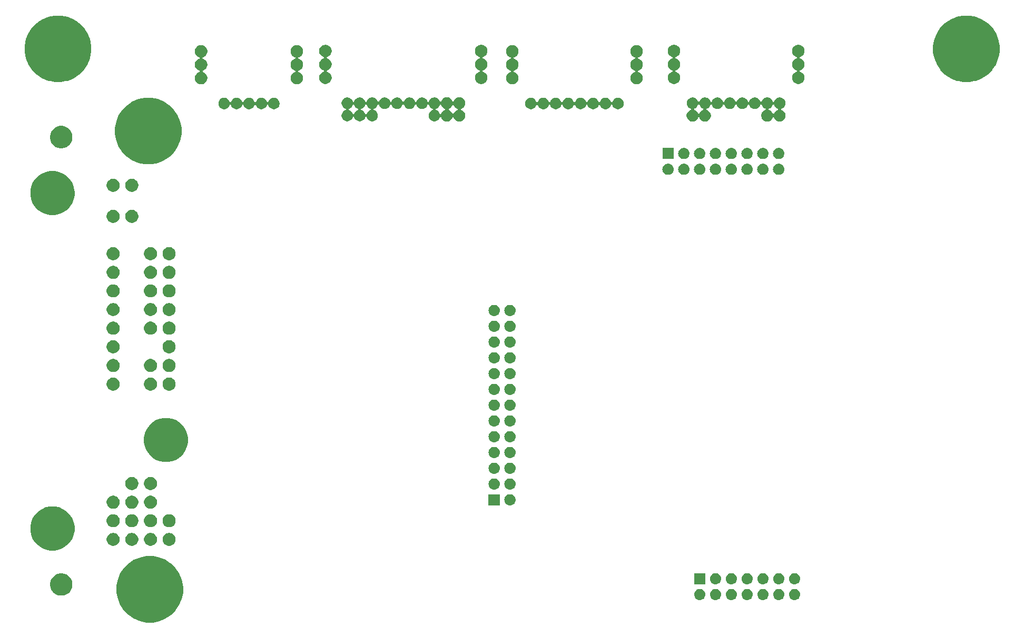
<source format=gbr>
G04 #@! TF.GenerationSoftware,KiCad,Pcbnew,5.0.2-bee76a0~70~ubuntu18.04.1*
G04 #@! TF.CreationDate,2019-06-20T22:09:52+01:00*
G04 #@! TF.ProjectId,leaf_adapter,6c656166-5f61-4646-9170-7465722e6b69,rev?*
G04 #@! TF.SameCoordinates,Original*
G04 #@! TF.FileFunction,Soldermask,Bot*
G04 #@! TF.FilePolarity,Negative*
%FSLAX46Y46*%
G04 Gerber Fmt 4.6, Leading zero omitted, Abs format (unit mm)*
G04 Created by KiCad (PCBNEW 5.0.2-bee76a0~70~ubuntu18.04.1) date Thu 20 Jun 2019 22:09:52 BST*
%MOMM*%
%LPD*%
G01*
G04 APERTURE LIST*
%ADD10C,0.100000*%
G04 APERTURE END LIST*
D10*
G36*
X80216228Y-129786091D02*
X80560829Y-129854636D01*
X81534649Y-130258005D01*
X82204568Y-130705631D01*
X82411067Y-130843609D01*
X83156391Y-131588933D01*
X83156393Y-131588936D01*
X83741995Y-132465351D01*
X84145364Y-133439171D01*
X84196186Y-133694669D01*
X84335965Y-134397384D01*
X84351000Y-134472973D01*
X84351000Y-135527027D01*
X84145364Y-136560829D01*
X83741995Y-137534649D01*
X83398944Y-138048061D01*
X83156391Y-138411067D01*
X82411067Y-139156391D01*
X82411064Y-139156393D01*
X81534649Y-139741995D01*
X80560829Y-140145364D01*
X80216228Y-140213909D01*
X79527029Y-140351000D01*
X78472971Y-140351000D01*
X77783772Y-140213909D01*
X77439171Y-140145364D01*
X76465351Y-139741995D01*
X75588936Y-139156393D01*
X75588933Y-139156391D01*
X74843609Y-138411067D01*
X74601056Y-138048061D01*
X74258005Y-137534649D01*
X73854636Y-136560829D01*
X73649000Y-135527027D01*
X73649000Y-134472973D01*
X73664036Y-134397384D01*
X73803814Y-133694669D01*
X73854636Y-133439171D01*
X74258005Y-132465351D01*
X74843607Y-131588936D01*
X74843609Y-131588933D01*
X75588933Y-130843609D01*
X75795432Y-130705631D01*
X76465351Y-130258005D01*
X77439171Y-129854636D01*
X77783772Y-129786091D01*
X78472971Y-129649000D01*
X79527029Y-129649000D01*
X80216228Y-129786091D01*
X80216228Y-129786091D01*
G37*
G36*
X182750442Y-134945518D02*
X182816627Y-134952037D01*
X182929853Y-134986384D01*
X182986467Y-135003557D01*
X183072127Y-135049344D01*
X183142991Y-135087222D01*
X183178729Y-135116552D01*
X183280186Y-135199814D01*
X183363448Y-135301271D01*
X183392778Y-135337009D01*
X183392779Y-135337011D01*
X183476443Y-135493533D01*
X183476443Y-135493534D01*
X183527963Y-135663373D01*
X183545359Y-135840000D01*
X183527963Y-136016627D01*
X183526636Y-136021000D01*
X183476443Y-136186467D01*
X183402348Y-136325087D01*
X183392778Y-136342991D01*
X183363448Y-136378729D01*
X183280186Y-136480186D01*
X183181922Y-136560828D01*
X183142991Y-136592778D01*
X183142989Y-136592779D01*
X182986467Y-136676443D01*
X182929853Y-136693616D01*
X182816627Y-136727963D01*
X182750442Y-136734482D01*
X182684260Y-136741000D01*
X182595740Y-136741000D01*
X182529558Y-136734482D01*
X182463373Y-136727963D01*
X182350147Y-136693616D01*
X182293533Y-136676443D01*
X182137011Y-136592779D01*
X182137009Y-136592778D01*
X182098078Y-136560828D01*
X181999814Y-136480186D01*
X181916552Y-136378729D01*
X181887222Y-136342991D01*
X181877652Y-136325087D01*
X181803557Y-136186467D01*
X181753364Y-136021000D01*
X181752037Y-136016627D01*
X181734641Y-135840000D01*
X181752037Y-135663373D01*
X181803557Y-135493534D01*
X181803557Y-135493533D01*
X181887221Y-135337011D01*
X181887222Y-135337009D01*
X181916552Y-135301271D01*
X181999814Y-135199814D01*
X182101271Y-135116552D01*
X182137009Y-135087222D01*
X182207873Y-135049344D01*
X182293533Y-135003557D01*
X182350147Y-134986384D01*
X182463373Y-134952037D01*
X182529558Y-134945518D01*
X182595740Y-134939000D01*
X182684260Y-134939000D01*
X182750442Y-134945518D01*
X182750442Y-134945518D01*
G37*
G36*
X167510442Y-134945518D02*
X167576627Y-134952037D01*
X167689853Y-134986384D01*
X167746467Y-135003557D01*
X167832127Y-135049344D01*
X167902991Y-135087222D01*
X167938729Y-135116552D01*
X168040186Y-135199814D01*
X168123448Y-135301271D01*
X168152778Y-135337009D01*
X168152779Y-135337011D01*
X168236443Y-135493533D01*
X168236443Y-135493534D01*
X168287963Y-135663373D01*
X168305359Y-135840000D01*
X168287963Y-136016627D01*
X168286636Y-136021000D01*
X168236443Y-136186467D01*
X168162348Y-136325087D01*
X168152778Y-136342991D01*
X168123448Y-136378729D01*
X168040186Y-136480186D01*
X167941922Y-136560828D01*
X167902991Y-136592778D01*
X167902989Y-136592779D01*
X167746467Y-136676443D01*
X167689853Y-136693616D01*
X167576627Y-136727963D01*
X167510442Y-136734482D01*
X167444260Y-136741000D01*
X167355740Y-136741000D01*
X167289558Y-136734482D01*
X167223373Y-136727963D01*
X167110147Y-136693616D01*
X167053533Y-136676443D01*
X166897011Y-136592779D01*
X166897009Y-136592778D01*
X166858078Y-136560828D01*
X166759814Y-136480186D01*
X166676552Y-136378729D01*
X166647222Y-136342991D01*
X166637652Y-136325087D01*
X166563557Y-136186467D01*
X166513364Y-136021000D01*
X166512037Y-136016627D01*
X166494641Y-135840000D01*
X166512037Y-135663373D01*
X166563557Y-135493534D01*
X166563557Y-135493533D01*
X166647221Y-135337011D01*
X166647222Y-135337009D01*
X166676552Y-135301271D01*
X166759814Y-135199814D01*
X166861271Y-135116552D01*
X166897009Y-135087222D01*
X166967873Y-135049344D01*
X167053533Y-135003557D01*
X167110147Y-134986384D01*
X167223373Y-134952037D01*
X167289558Y-134945518D01*
X167355740Y-134939000D01*
X167444260Y-134939000D01*
X167510442Y-134945518D01*
X167510442Y-134945518D01*
G37*
G36*
X170050442Y-134945518D02*
X170116627Y-134952037D01*
X170229853Y-134986384D01*
X170286467Y-135003557D01*
X170372127Y-135049344D01*
X170442991Y-135087222D01*
X170478729Y-135116552D01*
X170580186Y-135199814D01*
X170663448Y-135301271D01*
X170692778Y-135337009D01*
X170692779Y-135337011D01*
X170776443Y-135493533D01*
X170776443Y-135493534D01*
X170827963Y-135663373D01*
X170845359Y-135840000D01*
X170827963Y-136016627D01*
X170826636Y-136021000D01*
X170776443Y-136186467D01*
X170702348Y-136325087D01*
X170692778Y-136342991D01*
X170663448Y-136378729D01*
X170580186Y-136480186D01*
X170481922Y-136560828D01*
X170442991Y-136592778D01*
X170442989Y-136592779D01*
X170286467Y-136676443D01*
X170229853Y-136693616D01*
X170116627Y-136727963D01*
X170050442Y-136734482D01*
X169984260Y-136741000D01*
X169895740Y-136741000D01*
X169829558Y-136734482D01*
X169763373Y-136727963D01*
X169650147Y-136693616D01*
X169593533Y-136676443D01*
X169437011Y-136592779D01*
X169437009Y-136592778D01*
X169398078Y-136560828D01*
X169299814Y-136480186D01*
X169216552Y-136378729D01*
X169187222Y-136342991D01*
X169177652Y-136325087D01*
X169103557Y-136186467D01*
X169053364Y-136021000D01*
X169052037Y-136016627D01*
X169034641Y-135840000D01*
X169052037Y-135663373D01*
X169103557Y-135493534D01*
X169103557Y-135493533D01*
X169187221Y-135337011D01*
X169187222Y-135337009D01*
X169216552Y-135301271D01*
X169299814Y-135199814D01*
X169401271Y-135116552D01*
X169437009Y-135087222D01*
X169507873Y-135049344D01*
X169593533Y-135003557D01*
X169650147Y-134986384D01*
X169763373Y-134952037D01*
X169829558Y-134945518D01*
X169895740Y-134939000D01*
X169984260Y-134939000D01*
X170050442Y-134945518D01*
X170050442Y-134945518D01*
G37*
G36*
X172590442Y-134945518D02*
X172656627Y-134952037D01*
X172769853Y-134986384D01*
X172826467Y-135003557D01*
X172912127Y-135049344D01*
X172982991Y-135087222D01*
X173018729Y-135116552D01*
X173120186Y-135199814D01*
X173203448Y-135301271D01*
X173232778Y-135337009D01*
X173232779Y-135337011D01*
X173316443Y-135493533D01*
X173316443Y-135493534D01*
X173367963Y-135663373D01*
X173385359Y-135840000D01*
X173367963Y-136016627D01*
X173366636Y-136021000D01*
X173316443Y-136186467D01*
X173242348Y-136325087D01*
X173232778Y-136342991D01*
X173203448Y-136378729D01*
X173120186Y-136480186D01*
X173021922Y-136560828D01*
X172982991Y-136592778D01*
X172982989Y-136592779D01*
X172826467Y-136676443D01*
X172769853Y-136693616D01*
X172656627Y-136727963D01*
X172590442Y-136734482D01*
X172524260Y-136741000D01*
X172435740Y-136741000D01*
X172369558Y-136734482D01*
X172303373Y-136727963D01*
X172190147Y-136693616D01*
X172133533Y-136676443D01*
X171977011Y-136592779D01*
X171977009Y-136592778D01*
X171938078Y-136560828D01*
X171839814Y-136480186D01*
X171756552Y-136378729D01*
X171727222Y-136342991D01*
X171717652Y-136325087D01*
X171643557Y-136186467D01*
X171593364Y-136021000D01*
X171592037Y-136016627D01*
X171574641Y-135840000D01*
X171592037Y-135663373D01*
X171643557Y-135493534D01*
X171643557Y-135493533D01*
X171727221Y-135337011D01*
X171727222Y-135337009D01*
X171756552Y-135301271D01*
X171839814Y-135199814D01*
X171941271Y-135116552D01*
X171977009Y-135087222D01*
X172047873Y-135049344D01*
X172133533Y-135003557D01*
X172190147Y-134986384D01*
X172303373Y-134952037D01*
X172369558Y-134945518D01*
X172435740Y-134939000D01*
X172524260Y-134939000D01*
X172590442Y-134945518D01*
X172590442Y-134945518D01*
G37*
G36*
X177670442Y-134945518D02*
X177736627Y-134952037D01*
X177849853Y-134986384D01*
X177906467Y-135003557D01*
X177992127Y-135049344D01*
X178062991Y-135087222D01*
X178098729Y-135116552D01*
X178200186Y-135199814D01*
X178283448Y-135301271D01*
X178312778Y-135337009D01*
X178312779Y-135337011D01*
X178396443Y-135493533D01*
X178396443Y-135493534D01*
X178447963Y-135663373D01*
X178465359Y-135840000D01*
X178447963Y-136016627D01*
X178446636Y-136021000D01*
X178396443Y-136186467D01*
X178322348Y-136325087D01*
X178312778Y-136342991D01*
X178283448Y-136378729D01*
X178200186Y-136480186D01*
X178101922Y-136560828D01*
X178062991Y-136592778D01*
X178062989Y-136592779D01*
X177906467Y-136676443D01*
X177849853Y-136693616D01*
X177736627Y-136727963D01*
X177670442Y-136734482D01*
X177604260Y-136741000D01*
X177515740Y-136741000D01*
X177449558Y-136734482D01*
X177383373Y-136727963D01*
X177270147Y-136693616D01*
X177213533Y-136676443D01*
X177057011Y-136592779D01*
X177057009Y-136592778D01*
X177018078Y-136560828D01*
X176919814Y-136480186D01*
X176836552Y-136378729D01*
X176807222Y-136342991D01*
X176797652Y-136325087D01*
X176723557Y-136186467D01*
X176673364Y-136021000D01*
X176672037Y-136016627D01*
X176654641Y-135840000D01*
X176672037Y-135663373D01*
X176723557Y-135493534D01*
X176723557Y-135493533D01*
X176807221Y-135337011D01*
X176807222Y-135337009D01*
X176836552Y-135301271D01*
X176919814Y-135199814D01*
X177021271Y-135116552D01*
X177057009Y-135087222D01*
X177127873Y-135049344D01*
X177213533Y-135003557D01*
X177270147Y-134986384D01*
X177383373Y-134952037D01*
X177449558Y-134945518D01*
X177515740Y-134939000D01*
X177604260Y-134939000D01*
X177670442Y-134945518D01*
X177670442Y-134945518D01*
G37*
G36*
X175130442Y-134945518D02*
X175196627Y-134952037D01*
X175309853Y-134986384D01*
X175366467Y-135003557D01*
X175452127Y-135049344D01*
X175522991Y-135087222D01*
X175558729Y-135116552D01*
X175660186Y-135199814D01*
X175743448Y-135301271D01*
X175772778Y-135337009D01*
X175772779Y-135337011D01*
X175856443Y-135493533D01*
X175856443Y-135493534D01*
X175907963Y-135663373D01*
X175925359Y-135840000D01*
X175907963Y-136016627D01*
X175906636Y-136021000D01*
X175856443Y-136186467D01*
X175782348Y-136325087D01*
X175772778Y-136342991D01*
X175743448Y-136378729D01*
X175660186Y-136480186D01*
X175561922Y-136560828D01*
X175522991Y-136592778D01*
X175522989Y-136592779D01*
X175366467Y-136676443D01*
X175309853Y-136693616D01*
X175196627Y-136727963D01*
X175130442Y-136734482D01*
X175064260Y-136741000D01*
X174975740Y-136741000D01*
X174909558Y-136734482D01*
X174843373Y-136727963D01*
X174730147Y-136693616D01*
X174673533Y-136676443D01*
X174517011Y-136592779D01*
X174517009Y-136592778D01*
X174478078Y-136560828D01*
X174379814Y-136480186D01*
X174296552Y-136378729D01*
X174267222Y-136342991D01*
X174257652Y-136325087D01*
X174183557Y-136186467D01*
X174133364Y-136021000D01*
X174132037Y-136016627D01*
X174114641Y-135840000D01*
X174132037Y-135663373D01*
X174183557Y-135493534D01*
X174183557Y-135493533D01*
X174267221Y-135337011D01*
X174267222Y-135337009D01*
X174296552Y-135301271D01*
X174379814Y-135199814D01*
X174481271Y-135116552D01*
X174517009Y-135087222D01*
X174587873Y-135049344D01*
X174673533Y-135003557D01*
X174730147Y-134986384D01*
X174843373Y-134952037D01*
X174909558Y-134945518D01*
X174975740Y-134939000D01*
X175064260Y-134939000D01*
X175130442Y-134945518D01*
X175130442Y-134945518D01*
G37*
G36*
X180210442Y-134945518D02*
X180276627Y-134952037D01*
X180389853Y-134986384D01*
X180446467Y-135003557D01*
X180532127Y-135049344D01*
X180602991Y-135087222D01*
X180638729Y-135116552D01*
X180740186Y-135199814D01*
X180823448Y-135301271D01*
X180852778Y-135337009D01*
X180852779Y-135337011D01*
X180936443Y-135493533D01*
X180936443Y-135493534D01*
X180987963Y-135663373D01*
X181005359Y-135840000D01*
X180987963Y-136016627D01*
X180986636Y-136021000D01*
X180936443Y-136186467D01*
X180862348Y-136325087D01*
X180852778Y-136342991D01*
X180823448Y-136378729D01*
X180740186Y-136480186D01*
X180641922Y-136560828D01*
X180602991Y-136592778D01*
X180602989Y-136592779D01*
X180446467Y-136676443D01*
X180389853Y-136693616D01*
X180276627Y-136727963D01*
X180210442Y-136734482D01*
X180144260Y-136741000D01*
X180055740Y-136741000D01*
X179989558Y-136734482D01*
X179923373Y-136727963D01*
X179810147Y-136693616D01*
X179753533Y-136676443D01*
X179597011Y-136592779D01*
X179597009Y-136592778D01*
X179558078Y-136560828D01*
X179459814Y-136480186D01*
X179376552Y-136378729D01*
X179347222Y-136342991D01*
X179337652Y-136325087D01*
X179263557Y-136186467D01*
X179213364Y-136021000D01*
X179212037Y-136016627D01*
X179194641Y-135840000D01*
X179212037Y-135663373D01*
X179263557Y-135493534D01*
X179263557Y-135493533D01*
X179347221Y-135337011D01*
X179347222Y-135337009D01*
X179376552Y-135301271D01*
X179459814Y-135199814D01*
X179561271Y-135116552D01*
X179597009Y-135087222D01*
X179667873Y-135049344D01*
X179753533Y-135003557D01*
X179810147Y-134986384D01*
X179923373Y-134952037D01*
X179989558Y-134945518D01*
X180055740Y-134939000D01*
X180144260Y-134939000D01*
X180210442Y-134945518D01*
X180210442Y-134945518D01*
G37*
G36*
X65283571Y-132488211D02*
X65611332Y-132623974D01*
X65906313Y-132821074D01*
X66157166Y-133071927D01*
X66354266Y-133366908D01*
X66490029Y-133694669D01*
X66559240Y-134042616D01*
X66559240Y-134397384D01*
X66490029Y-134745331D01*
X66354266Y-135073092D01*
X66157166Y-135368073D01*
X65906313Y-135618926D01*
X65611332Y-135816026D01*
X65283571Y-135951789D01*
X64935624Y-136021000D01*
X64580856Y-136021000D01*
X64232909Y-135951789D01*
X63905148Y-135816026D01*
X63610167Y-135618926D01*
X63359314Y-135368073D01*
X63162214Y-135073092D01*
X63026451Y-134745331D01*
X62957240Y-134397384D01*
X62957240Y-134042616D01*
X63026451Y-133694669D01*
X63162214Y-133366908D01*
X63359314Y-133071927D01*
X63610167Y-132821074D01*
X63905148Y-132623974D01*
X64232909Y-132488211D01*
X64580856Y-132419000D01*
X64935624Y-132419000D01*
X65283571Y-132488211D01*
X65283571Y-132488211D01*
G37*
G36*
X177670443Y-132405519D02*
X177736627Y-132412037D01*
X177849853Y-132446384D01*
X177906467Y-132463557D01*
X178045087Y-132537652D01*
X178062991Y-132547222D01*
X178098729Y-132576552D01*
X178200186Y-132659814D01*
X178283448Y-132761271D01*
X178312778Y-132797009D01*
X178312779Y-132797011D01*
X178396443Y-132953533D01*
X178396443Y-132953534D01*
X178447963Y-133123373D01*
X178465359Y-133300000D01*
X178447963Y-133476627D01*
X178413616Y-133589853D01*
X178396443Y-133646467D01*
X178370678Y-133694669D01*
X178312778Y-133802991D01*
X178283448Y-133838729D01*
X178200186Y-133940186D01*
X178098729Y-134023448D01*
X178062991Y-134052778D01*
X178062989Y-134052779D01*
X177906467Y-134136443D01*
X177849853Y-134153616D01*
X177736627Y-134187963D01*
X177670443Y-134194481D01*
X177604260Y-134201000D01*
X177515740Y-134201000D01*
X177449557Y-134194481D01*
X177383373Y-134187963D01*
X177270147Y-134153616D01*
X177213533Y-134136443D01*
X177057011Y-134052779D01*
X177057009Y-134052778D01*
X177021271Y-134023448D01*
X176919814Y-133940186D01*
X176836552Y-133838729D01*
X176807222Y-133802991D01*
X176749322Y-133694669D01*
X176723557Y-133646467D01*
X176706384Y-133589853D01*
X176672037Y-133476627D01*
X176654641Y-133300000D01*
X176672037Y-133123373D01*
X176723557Y-132953534D01*
X176723557Y-132953533D01*
X176807221Y-132797011D01*
X176807222Y-132797009D01*
X176836552Y-132761271D01*
X176919814Y-132659814D01*
X177021271Y-132576552D01*
X177057009Y-132547222D01*
X177074913Y-132537652D01*
X177213533Y-132463557D01*
X177270147Y-132446384D01*
X177383373Y-132412037D01*
X177449557Y-132405519D01*
X177515740Y-132399000D01*
X177604260Y-132399000D01*
X177670443Y-132405519D01*
X177670443Y-132405519D01*
G37*
G36*
X175130443Y-132405519D02*
X175196627Y-132412037D01*
X175309853Y-132446384D01*
X175366467Y-132463557D01*
X175505087Y-132537652D01*
X175522991Y-132547222D01*
X175558729Y-132576552D01*
X175660186Y-132659814D01*
X175743448Y-132761271D01*
X175772778Y-132797009D01*
X175772779Y-132797011D01*
X175856443Y-132953533D01*
X175856443Y-132953534D01*
X175907963Y-133123373D01*
X175925359Y-133300000D01*
X175907963Y-133476627D01*
X175873616Y-133589853D01*
X175856443Y-133646467D01*
X175830678Y-133694669D01*
X175772778Y-133802991D01*
X175743448Y-133838729D01*
X175660186Y-133940186D01*
X175558729Y-134023448D01*
X175522991Y-134052778D01*
X175522989Y-134052779D01*
X175366467Y-134136443D01*
X175309853Y-134153616D01*
X175196627Y-134187963D01*
X175130443Y-134194481D01*
X175064260Y-134201000D01*
X174975740Y-134201000D01*
X174909557Y-134194481D01*
X174843373Y-134187963D01*
X174730147Y-134153616D01*
X174673533Y-134136443D01*
X174517011Y-134052779D01*
X174517009Y-134052778D01*
X174481271Y-134023448D01*
X174379814Y-133940186D01*
X174296552Y-133838729D01*
X174267222Y-133802991D01*
X174209322Y-133694669D01*
X174183557Y-133646467D01*
X174166384Y-133589853D01*
X174132037Y-133476627D01*
X174114641Y-133300000D01*
X174132037Y-133123373D01*
X174183557Y-132953534D01*
X174183557Y-132953533D01*
X174267221Y-132797011D01*
X174267222Y-132797009D01*
X174296552Y-132761271D01*
X174379814Y-132659814D01*
X174481271Y-132576552D01*
X174517009Y-132547222D01*
X174534913Y-132537652D01*
X174673533Y-132463557D01*
X174730147Y-132446384D01*
X174843373Y-132412037D01*
X174909557Y-132405519D01*
X174975740Y-132399000D01*
X175064260Y-132399000D01*
X175130443Y-132405519D01*
X175130443Y-132405519D01*
G37*
G36*
X172590443Y-132405519D02*
X172656627Y-132412037D01*
X172769853Y-132446384D01*
X172826467Y-132463557D01*
X172965087Y-132537652D01*
X172982991Y-132547222D01*
X173018729Y-132576552D01*
X173120186Y-132659814D01*
X173203448Y-132761271D01*
X173232778Y-132797009D01*
X173232779Y-132797011D01*
X173316443Y-132953533D01*
X173316443Y-132953534D01*
X173367963Y-133123373D01*
X173385359Y-133300000D01*
X173367963Y-133476627D01*
X173333616Y-133589853D01*
X173316443Y-133646467D01*
X173290678Y-133694669D01*
X173232778Y-133802991D01*
X173203448Y-133838729D01*
X173120186Y-133940186D01*
X173018729Y-134023448D01*
X172982991Y-134052778D01*
X172982989Y-134052779D01*
X172826467Y-134136443D01*
X172769853Y-134153616D01*
X172656627Y-134187963D01*
X172590443Y-134194481D01*
X172524260Y-134201000D01*
X172435740Y-134201000D01*
X172369557Y-134194481D01*
X172303373Y-134187963D01*
X172190147Y-134153616D01*
X172133533Y-134136443D01*
X171977011Y-134052779D01*
X171977009Y-134052778D01*
X171941271Y-134023448D01*
X171839814Y-133940186D01*
X171756552Y-133838729D01*
X171727222Y-133802991D01*
X171669322Y-133694669D01*
X171643557Y-133646467D01*
X171626384Y-133589853D01*
X171592037Y-133476627D01*
X171574641Y-133300000D01*
X171592037Y-133123373D01*
X171643557Y-132953534D01*
X171643557Y-132953533D01*
X171727221Y-132797011D01*
X171727222Y-132797009D01*
X171756552Y-132761271D01*
X171839814Y-132659814D01*
X171941271Y-132576552D01*
X171977009Y-132547222D01*
X171994913Y-132537652D01*
X172133533Y-132463557D01*
X172190147Y-132446384D01*
X172303373Y-132412037D01*
X172369557Y-132405519D01*
X172435740Y-132399000D01*
X172524260Y-132399000D01*
X172590443Y-132405519D01*
X172590443Y-132405519D01*
G37*
G36*
X180210443Y-132405519D02*
X180276627Y-132412037D01*
X180389853Y-132446384D01*
X180446467Y-132463557D01*
X180585087Y-132537652D01*
X180602991Y-132547222D01*
X180638729Y-132576552D01*
X180740186Y-132659814D01*
X180823448Y-132761271D01*
X180852778Y-132797009D01*
X180852779Y-132797011D01*
X180936443Y-132953533D01*
X180936443Y-132953534D01*
X180987963Y-133123373D01*
X181005359Y-133300000D01*
X180987963Y-133476627D01*
X180953616Y-133589853D01*
X180936443Y-133646467D01*
X180910678Y-133694669D01*
X180852778Y-133802991D01*
X180823448Y-133838729D01*
X180740186Y-133940186D01*
X180638729Y-134023448D01*
X180602991Y-134052778D01*
X180602989Y-134052779D01*
X180446467Y-134136443D01*
X180389853Y-134153616D01*
X180276627Y-134187963D01*
X180210443Y-134194481D01*
X180144260Y-134201000D01*
X180055740Y-134201000D01*
X179989557Y-134194481D01*
X179923373Y-134187963D01*
X179810147Y-134153616D01*
X179753533Y-134136443D01*
X179597011Y-134052779D01*
X179597009Y-134052778D01*
X179561271Y-134023448D01*
X179459814Y-133940186D01*
X179376552Y-133838729D01*
X179347222Y-133802991D01*
X179289322Y-133694669D01*
X179263557Y-133646467D01*
X179246384Y-133589853D01*
X179212037Y-133476627D01*
X179194641Y-133300000D01*
X179212037Y-133123373D01*
X179263557Y-132953534D01*
X179263557Y-132953533D01*
X179347221Y-132797011D01*
X179347222Y-132797009D01*
X179376552Y-132761271D01*
X179459814Y-132659814D01*
X179561271Y-132576552D01*
X179597009Y-132547222D01*
X179614913Y-132537652D01*
X179753533Y-132463557D01*
X179810147Y-132446384D01*
X179923373Y-132412037D01*
X179989557Y-132405519D01*
X180055740Y-132399000D01*
X180144260Y-132399000D01*
X180210443Y-132405519D01*
X180210443Y-132405519D01*
G37*
G36*
X170050443Y-132405519D02*
X170116627Y-132412037D01*
X170229853Y-132446384D01*
X170286467Y-132463557D01*
X170425087Y-132537652D01*
X170442991Y-132547222D01*
X170478729Y-132576552D01*
X170580186Y-132659814D01*
X170663448Y-132761271D01*
X170692778Y-132797009D01*
X170692779Y-132797011D01*
X170776443Y-132953533D01*
X170776443Y-132953534D01*
X170827963Y-133123373D01*
X170845359Y-133300000D01*
X170827963Y-133476627D01*
X170793616Y-133589853D01*
X170776443Y-133646467D01*
X170750678Y-133694669D01*
X170692778Y-133802991D01*
X170663448Y-133838729D01*
X170580186Y-133940186D01*
X170478729Y-134023448D01*
X170442991Y-134052778D01*
X170442989Y-134052779D01*
X170286467Y-134136443D01*
X170229853Y-134153616D01*
X170116627Y-134187963D01*
X170050443Y-134194481D01*
X169984260Y-134201000D01*
X169895740Y-134201000D01*
X169829557Y-134194481D01*
X169763373Y-134187963D01*
X169650147Y-134153616D01*
X169593533Y-134136443D01*
X169437011Y-134052779D01*
X169437009Y-134052778D01*
X169401271Y-134023448D01*
X169299814Y-133940186D01*
X169216552Y-133838729D01*
X169187222Y-133802991D01*
X169129322Y-133694669D01*
X169103557Y-133646467D01*
X169086384Y-133589853D01*
X169052037Y-133476627D01*
X169034641Y-133300000D01*
X169052037Y-133123373D01*
X169103557Y-132953534D01*
X169103557Y-132953533D01*
X169187221Y-132797011D01*
X169187222Y-132797009D01*
X169216552Y-132761271D01*
X169299814Y-132659814D01*
X169401271Y-132576552D01*
X169437009Y-132547222D01*
X169454913Y-132537652D01*
X169593533Y-132463557D01*
X169650147Y-132446384D01*
X169763373Y-132412037D01*
X169829557Y-132405519D01*
X169895740Y-132399000D01*
X169984260Y-132399000D01*
X170050443Y-132405519D01*
X170050443Y-132405519D01*
G37*
G36*
X182750443Y-132405519D02*
X182816627Y-132412037D01*
X182929853Y-132446384D01*
X182986467Y-132463557D01*
X183125087Y-132537652D01*
X183142991Y-132547222D01*
X183178729Y-132576552D01*
X183280186Y-132659814D01*
X183363448Y-132761271D01*
X183392778Y-132797009D01*
X183392779Y-132797011D01*
X183476443Y-132953533D01*
X183476443Y-132953534D01*
X183527963Y-133123373D01*
X183545359Y-133300000D01*
X183527963Y-133476627D01*
X183493616Y-133589853D01*
X183476443Y-133646467D01*
X183450678Y-133694669D01*
X183392778Y-133802991D01*
X183363448Y-133838729D01*
X183280186Y-133940186D01*
X183178729Y-134023448D01*
X183142991Y-134052778D01*
X183142989Y-134052779D01*
X182986467Y-134136443D01*
X182929853Y-134153616D01*
X182816627Y-134187963D01*
X182750443Y-134194481D01*
X182684260Y-134201000D01*
X182595740Y-134201000D01*
X182529557Y-134194481D01*
X182463373Y-134187963D01*
X182350147Y-134153616D01*
X182293533Y-134136443D01*
X182137011Y-134052779D01*
X182137009Y-134052778D01*
X182101271Y-134023448D01*
X181999814Y-133940186D01*
X181916552Y-133838729D01*
X181887222Y-133802991D01*
X181829322Y-133694669D01*
X181803557Y-133646467D01*
X181786384Y-133589853D01*
X181752037Y-133476627D01*
X181734641Y-133300000D01*
X181752037Y-133123373D01*
X181803557Y-132953534D01*
X181803557Y-132953533D01*
X181887221Y-132797011D01*
X181887222Y-132797009D01*
X181916552Y-132761271D01*
X181999814Y-132659814D01*
X182101271Y-132576552D01*
X182137009Y-132547222D01*
X182154913Y-132537652D01*
X182293533Y-132463557D01*
X182350147Y-132446384D01*
X182463373Y-132412037D01*
X182529557Y-132405519D01*
X182595740Y-132399000D01*
X182684260Y-132399000D01*
X182750443Y-132405519D01*
X182750443Y-132405519D01*
G37*
G36*
X168301000Y-134201000D02*
X166499000Y-134201000D01*
X166499000Y-132399000D01*
X168301000Y-132399000D01*
X168301000Y-134201000D01*
X168301000Y-134201000D01*
G37*
G36*
X64394026Y-121805462D02*
X64394028Y-121805463D01*
X64394029Y-121805463D01*
X65040269Y-122073144D01*
X65040270Y-122073145D01*
X65621874Y-122461760D01*
X66116480Y-122956366D01*
X66116482Y-122956369D01*
X66505096Y-123537971D01*
X66772777Y-124184211D01*
X66772778Y-124184214D01*
X66909240Y-124870256D01*
X66909240Y-125569744D01*
X66793097Y-126153637D01*
X66772777Y-126255789D01*
X66505096Y-126902029D01*
X66505095Y-126902030D01*
X66116480Y-127483634D01*
X65621874Y-127978240D01*
X65621871Y-127978242D01*
X65040269Y-128366856D01*
X64394029Y-128634537D01*
X64394028Y-128634537D01*
X64394026Y-128634538D01*
X63707984Y-128771000D01*
X63008496Y-128771000D01*
X62322454Y-128634538D01*
X62322452Y-128634537D01*
X62322451Y-128634537D01*
X61676211Y-128366856D01*
X61094609Y-127978242D01*
X61094606Y-127978240D01*
X60600000Y-127483634D01*
X60211385Y-126902030D01*
X60211384Y-126902029D01*
X59943703Y-126255789D01*
X59923384Y-126153637D01*
X59807240Y-125569744D01*
X59807240Y-124870256D01*
X59943702Y-124184214D01*
X59943703Y-124184211D01*
X60211384Y-123537971D01*
X60599998Y-122956369D01*
X60600000Y-122956366D01*
X61094606Y-122461760D01*
X61676210Y-122073145D01*
X61676211Y-122073144D01*
X62322451Y-121805463D01*
X62322452Y-121805463D01*
X62322454Y-121805462D01*
X63008496Y-121669000D01*
X63707984Y-121669000D01*
X64394026Y-121805462D01*
X64394026Y-121805462D01*
G37*
G36*
X82414805Y-125959389D02*
X82606074Y-126038615D01*
X82778216Y-126153637D01*
X82924603Y-126300024D01*
X83039625Y-126472166D01*
X83118851Y-126663435D01*
X83159240Y-126866484D01*
X83159240Y-127073516D01*
X83118851Y-127276565D01*
X83039625Y-127467834D01*
X82924603Y-127639976D01*
X82778216Y-127786363D01*
X82606074Y-127901385D01*
X82414805Y-127980611D01*
X82211756Y-128021000D01*
X82004724Y-128021000D01*
X81801675Y-127980611D01*
X81610406Y-127901385D01*
X81438264Y-127786363D01*
X81291877Y-127639976D01*
X81176855Y-127467834D01*
X81097629Y-127276565D01*
X81057240Y-127073516D01*
X81057240Y-126866484D01*
X81097629Y-126663435D01*
X81176855Y-126472166D01*
X81291877Y-126300024D01*
X81438264Y-126153637D01*
X81610406Y-126038615D01*
X81801675Y-125959389D01*
X82004724Y-125919000D01*
X82211756Y-125919000D01*
X82414805Y-125959389D01*
X82414805Y-125959389D01*
G37*
G36*
X79414805Y-125959389D02*
X79606074Y-126038615D01*
X79778216Y-126153637D01*
X79924603Y-126300024D01*
X80039625Y-126472166D01*
X80118851Y-126663435D01*
X80159240Y-126866484D01*
X80159240Y-127073516D01*
X80118851Y-127276565D01*
X80039625Y-127467834D01*
X79924603Y-127639976D01*
X79778216Y-127786363D01*
X79606074Y-127901385D01*
X79414805Y-127980611D01*
X79211756Y-128021000D01*
X79004724Y-128021000D01*
X78801675Y-127980611D01*
X78610406Y-127901385D01*
X78438264Y-127786363D01*
X78291877Y-127639976D01*
X78176855Y-127467834D01*
X78097629Y-127276565D01*
X78057240Y-127073516D01*
X78057240Y-126866484D01*
X78097629Y-126663435D01*
X78176855Y-126472166D01*
X78291877Y-126300024D01*
X78438264Y-126153637D01*
X78610406Y-126038615D01*
X78801675Y-125959389D01*
X79004724Y-125919000D01*
X79211756Y-125919000D01*
X79414805Y-125959389D01*
X79414805Y-125959389D01*
G37*
G36*
X76414805Y-125959389D02*
X76606074Y-126038615D01*
X76778216Y-126153637D01*
X76924603Y-126300024D01*
X77039625Y-126472166D01*
X77118851Y-126663435D01*
X77159240Y-126866484D01*
X77159240Y-127073516D01*
X77118851Y-127276565D01*
X77039625Y-127467834D01*
X76924603Y-127639976D01*
X76778216Y-127786363D01*
X76606074Y-127901385D01*
X76414805Y-127980611D01*
X76211756Y-128021000D01*
X76004724Y-128021000D01*
X75801675Y-127980611D01*
X75610406Y-127901385D01*
X75438264Y-127786363D01*
X75291877Y-127639976D01*
X75176855Y-127467834D01*
X75097629Y-127276565D01*
X75057240Y-127073516D01*
X75057240Y-126866484D01*
X75097629Y-126663435D01*
X75176855Y-126472166D01*
X75291877Y-126300024D01*
X75438264Y-126153637D01*
X75610406Y-126038615D01*
X75801675Y-125959389D01*
X76004724Y-125919000D01*
X76211756Y-125919000D01*
X76414805Y-125959389D01*
X76414805Y-125959389D01*
G37*
G36*
X73414805Y-125959389D02*
X73606074Y-126038615D01*
X73778216Y-126153637D01*
X73924603Y-126300024D01*
X74039625Y-126472166D01*
X74118851Y-126663435D01*
X74159240Y-126866484D01*
X74159240Y-127073516D01*
X74118851Y-127276565D01*
X74039625Y-127467834D01*
X73924603Y-127639976D01*
X73778216Y-127786363D01*
X73606074Y-127901385D01*
X73414805Y-127980611D01*
X73211756Y-128021000D01*
X73004724Y-128021000D01*
X72801675Y-127980611D01*
X72610406Y-127901385D01*
X72438264Y-127786363D01*
X72291877Y-127639976D01*
X72176855Y-127467834D01*
X72097629Y-127276565D01*
X72057240Y-127073516D01*
X72057240Y-126866484D01*
X72097629Y-126663435D01*
X72176855Y-126472166D01*
X72291877Y-126300024D01*
X72438264Y-126153637D01*
X72610406Y-126038615D01*
X72801675Y-125959389D01*
X73004724Y-125919000D01*
X73211756Y-125919000D01*
X73414805Y-125959389D01*
X73414805Y-125959389D01*
G37*
G36*
X73414805Y-122959389D02*
X73606074Y-123038615D01*
X73778216Y-123153637D01*
X73924603Y-123300024D01*
X74039625Y-123472166D01*
X74118851Y-123663435D01*
X74159240Y-123866484D01*
X74159240Y-124073516D01*
X74118851Y-124276565D01*
X74039625Y-124467834D01*
X73924603Y-124639976D01*
X73778216Y-124786363D01*
X73606074Y-124901385D01*
X73414805Y-124980611D01*
X73211756Y-125021000D01*
X73004724Y-125021000D01*
X72801675Y-124980611D01*
X72610406Y-124901385D01*
X72438264Y-124786363D01*
X72291877Y-124639976D01*
X72176855Y-124467834D01*
X72097629Y-124276565D01*
X72057240Y-124073516D01*
X72057240Y-123866484D01*
X72097629Y-123663435D01*
X72176855Y-123472166D01*
X72291877Y-123300024D01*
X72438264Y-123153637D01*
X72610406Y-123038615D01*
X72801675Y-122959389D01*
X73004724Y-122919000D01*
X73211756Y-122919000D01*
X73414805Y-122959389D01*
X73414805Y-122959389D01*
G37*
G36*
X76414805Y-122959389D02*
X76606074Y-123038615D01*
X76778216Y-123153637D01*
X76924603Y-123300024D01*
X77039625Y-123472166D01*
X77118851Y-123663435D01*
X77159240Y-123866484D01*
X77159240Y-124073516D01*
X77118851Y-124276565D01*
X77039625Y-124467834D01*
X76924603Y-124639976D01*
X76778216Y-124786363D01*
X76606074Y-124901385D01*
X76414805Y-124980611D01*
X76211756Y-125021000D01*
X76004724Y-125021000D01*
X75801675Y-124980611D01*
X75610406Y-124901385D01*
X75438264Y-124786363D01*
X75291877Y-124639976D01*
X75176855Y-124467834D01*
X75097629Y-124276565D01*
X75057240Y-124073516D01*
X75057240Y-123866484D01*
X75097629Y-123663435D01*
X75176855Y-123472166D01*
X75291877Y-123300024D01*
X75438264Y-123153637D01*
X75610406Y-123038615D01*
X75801675Y-122959389D01*
X76004724Y-122919000D01*
X76211756Y-122919000D01*
X76414805Y-122959389D01*
X76414805Y-122959389D01*
G37*
G36*
X82414805Y-122959389D02*
X82606074Y-123038615D01*
X82778216Y-123153637D01*
X82924603Y-123300024D01*
X83039625Y-123472166D01*
X83118851Y-123663435D01*
X83159240Y-123866484D01*
X83159240Y-124073516D01*
X83118851Y-124276565D01*
X83039625Y-124467834D01*
X82924603Y-124639976D01*
X82778216Y-124786363D01*
X82606074Y-124901385D01*
X82414805Y-124980611D01*
X82211756Y-125021000D01*
X82004724Y-125021000D01*
X81801675Y-124980611D01*
X81610406Y-124901385D01*
X81438264Y-124786363D01*
X81291877Y-124639976D01*
X81176855Y-124467834D01*
X81097629Y-124276565D01*
X81057240Y-124073516D01*
X81057240Y-123866484D01*
X81097629Y-123663435D01*
X81176855Y-123472166D01*
X81291877Y-123300024D01*
X81438264Y-123153637D01*
X81610406Y-123038615D01*
X81801675Y-122959389D01*
X82004724Y-122919000D01*
X82211756Y-122919000D01*
X82414805Y-122959389D01*
X82414805Y-122959389D01*
G37*
G36*
X79414805Y-122959389D02*
X79606074Y-123038615D01*
X79778216Y-123153637D01*
X79924603Y-123300024D01*
X80039625Y-123472166D01*
X80118851Y-123663435D01*
X80159240Y-123866484D01*
X80159240Y-124073516D01*
X80118851Y-124276565D01*
X80039625Y-124467834D01*
X79924603Y-124639976D01*
X79778216Y-124786363D01*
X79606074Y-124901385D01*
X79414805Y-124980611D01*
X79211756Y-125021000D01*
X79004724Y-125021000D01*
X78801675Y-124980611D01*
X78610406Y-124901385D01*
X78438264Y-124786363D01*
X78291877Y-124639976D01*
X78176855Y-124467834D01*
X78097629Y-124276565D01*
X78057240Y-124073516D01*
X78057240Y-123866484D01*
X78097629Y-123663435D01*
X78176855Y-123472166D01*
X78291877Y-123300024D01*
X78438264Y-123153637D01*
X78610406Y-123038615D01*
X78801675Y-122959389D01*
X79004724Y-122919000D01*
X79211756Y-122919000D01*
X79414805Y-122959389D01*
X79414805Y-122959389D01*
G37*
G36*
X76414805Y-119959389D02*
X76606074Y-120038615D01*
X76778216Y-120153637D01*
X76924603Y-120300024D01*
X77039625Y-120472166D01*
X77118851Y-120663435D01*
X77159240Y-120866484D01*
X77159240Y-121073516D01*
X77118851Y-121276565D01*
X77039625Y-121467834D01*
X76924603Y-121639976D01*
X76778216Y-121786363D01*
X76606074Y-121901385D01*
X76414805Y-121980611D01*
X76211756Y-122021000D01*
X76004724Y-122021000D01*
X75801675Y-121980611D01*
X75610406Y-121901385D01*
X75438264Y-121786363D01*
X75291877Y-121639976D01*
X75176855Y-121467834D01*
X75097629Y-121276565D01*
X75057240Y-121073516D01*
X75057240Y-120866484D01*
X75097629Y-120663435D01*
X75176855Y-120472166D01*
X75291877Y-120300024D01*
X75438264Y-120153637D01*
X75610406Y-120038615D01*
X75801675Y-119959389D01*
X76004724Y-119919000D01*
X76211756Y-119919000D01*
X76414805Y-119959389D01*
X76414805Y-119959389D01*
G37*
G36*
X79414805Y-119959389D02*
X79606074Y-120038615D01*
X79778216Y-120153637D01*
X79924603Y-120300024D01*
X80039625Y-120472166D01*
X80118851Y-120663435D01*
X80159240Y-120866484D01*
X80159240Y-121073516D01*
X80118851Y-121276565D01*
X80039625Y-121467834D01*
X79924603Y-121639976D01*
X79778216Y-121786363D01*
X79606074Y-121901385D01*
X79414805Y-121980611D01*
X79211756Y-122021000D01*
X79004724Y-122021000D01*
X78801675Y-121980611D01*
X78610406Y-121901385D01*
X78438264Y-121786363D01*
X78291877Y-121639976D01*
X78176855Y-121467834D01*
X78097629Y-121276565D01*
X78057240Y-121073516D01*
X78057240Y-120866484D01*
X78097629Y-120663435D01*
X78176855Y-120472166D01*
X78291877Y-120300024D01*
X78438264Y-120153637D01*
X78610406Y-120038615D01*
X78801675Y-119959389D01*
X79004724Y-119919000D01*
X79211756Y-119919000D01*
X79414805Y-119959389D01*
X79414805Y-119959389D01*
G37*
G36*
X73414805Y-119959389D02*
X73606074Y-120038615D01*
X73778216Y-120153637D01*
X73924603Y-120300024D01*
X74039625Y-120472166D01*
X74118851Y-120663435D01*
X74159240Y-120866484D01*
X74159240Y-121073516D01*
X74118851Y-121276565D01*
X74039625Y-121467834D01*
X73924603Y-121639976D01*
X73778216Y-121786363D01*
X73606074Y-121901385D01*
X73414805Y-121980611D01*
X73211756Y-122021000D01*
X73004724Y-122021000D01*
X72801675Y-121980611D01*
X72610406Y-121901385D01*
X72438264Y-121786363D01*
X72291877Y-121639976D01*
X72176855Y-121467834D01*
X72097629Y-121276565D01*
X72057240Y-121073516D01*
X72057240Y-120866484D01*
X72097629Y-120663435D01*
X72176855Y-120472166D01*
X72291877Y-120300024D01*
X72438264Y-120153637D01*
X72610406Y-120038615D01*
X72801675Y-119959389D01*
X73004724Y-119919000D01*
X73211756Y-119919000D01*
X73414805Y-119959389D01*
X73414805Y-119959389D01*
G37*
G36*
X137000443Y-119705519D02*
X137066627Y-119712037D01*
X137179853Y-119746384D01*
X137236467Y-119763557D01*
X137375087Y-119837652D01*
X137392991Y-119847222D01*
X137428729Y-119876552D01*
X137530186Y-119959814D01*
X137594855Y-120038615D01*
X137642778Y-120097009D01*
X137642779Y-120097011D01*
X137726443Y-120253533D01*
X137743616Y-120310147D01*
X137777963Y-120423373D01*
X137795359Y-120600000D01*
X137777963Y-120776627D01*
X137743616Y-120889853D01*
X137726443Y-120946467D01*
X137658534Y-121073514D01*
X137642778Y-121102991D01*
X137613448Y-121138729D01*
X137530186Y-121240186D01*
X137428729Y-121323448D01*
X137392991Y-121352778D01*
X137392989Y-121352779D01*
X137236467Y-121436443D01*
X137179853Y-121453616D01*
X137066627Y-121487963D01*
X137000442Y-121494482D01*
X136934260Y-121501000D01*
X136845740Y-121501000D01*
X136779558Y-121494482D01*
X136713373Y-121487963D01*
X136600147Y-121453616D01*
X136543533Y-121436443D01*
X136387011Y-121352779D01*
X136387009Y-121352778D01*
X136351271Y-121323448D01*
X136249814Y-121240186D01*
X136166552Y-121138729D01*
X136137222Y-121102991D01*
X136121466Y-121073514D01*
X136053557Y-120946467D01*
X136036384Y-120889853D01*
X136002037Y-120776627D01*
X135984641Y-120600000D01*
X136002037Y-120423373D01*
X136036384Y-120310147D01*
X136053557Y-120253533D01*
X136137221Y-120097011D01*
X136137222Y-120097009D01*
X136185145Y-120038615D01*
X136249814Y-119959814D01*
X136351271Y-119876552D01*
X136387009Y-119847222D01*
X136404913Y-119837652D01*
X136543533Y-119763557D01*
X136600147Y-119746384D01*
X136713373Y-119712037D01*
X136779557Y-119705519D01*
X136845740Y-119699000D01*
X136934260Y-119699000D01*
X137000443Y-119705519D01*
X137000443Y-119705519D01*
G37*
G36*
X135251000Y-121501000D02*
X133449000Y-121501000D01*
X133449000Y-119699000D01*
X135251000Y-119699000D01*
X135251000Y-121501000D01*
X135251000Y-121501000D01*
G37*
G36*
X79414805Y-116959389D02*
X79606074Y-117038615D01*
X79778216Y-117153637D01*
X79924603Y-117300024D01*
X80039625Y-117472166D01*
X80118851Y-117663435D01*
X80159240Y-117866484D01*
X80159240Y-118073516D01*
X80118851Y-118276565D01*
X80039625Y-118467834D01*
X79924603Y-118639976D01*
X79778216Y-118786363D01*
X79606074Y-118901385D01*
X79414805Y-118980611D01*
X79211756Y-119021000D01*
X79004724Y-119021000D01*
X78801675Y-118980611D01*
X78610406Y-118901385D01*
X78438264Y-118786363D01*
X78291877Y-118639976D01*
X78176855Y-118467834D01*
X78097629Y-118276565D01*
X78057240Y-118073516D01*
X78057240Y-117866484D01*
X78097629Y-117663435D01*
X78176855Y-117472166D01*
X78291877Y-117300024D01*
X78438264Y-117153637D01*
X78610406Y-117038615D01*
X78801675Y-116959389D01*
X79004724Y-116919000D01*
X79211756Y-116919000D01*
X79414805Y-116959389D01*
X79414805Y-116959389D01*
G37*
G36*
X76414805Y-116959389D02*
X76606074Y-117038615D01*
X76778216Y-117153637D01*
X76924603Y-117300024D01*
X77039625Y-117472166D01*
X77118851Y-117663435D01*
X77159240Y-117866484D01*
X77159240Y-118073516D01*
X77118851Y-118276565D01*
X77039625Y-118467834D01*
X76924603Y-118639976D01*
X76778216Y-118786363D01*
X76606074Y-118901385D01*
X76414805Y-118980611D01*
X76211756Y-119021000D01*
X76004724Y-119021000D01*
X75801675Y-118980611D01*
X75610406Y-118901385D01*
X75438264Y-118786363D01*
X75291877Y-118639976D01*
X75176855Y-118467834D01*
X75097629Y-118276565D01*
X75057240Y-118073516D01*
X75057240Y-117866484D01*
X75097629Y-117663435D01*
X75176855Y-117472166D01*
X75291877Y-117300024D01*
X75438264Y-117153637D01*
X75610406Y-117038615D01*
X75801675Y-116959389D01*
X76004724Y-116919000D01*
X76211756Y-116919000D01*
X76414805Y-116959389D01*
X76414805Y-116959389D01*
G37*
G36*
X134460442Y-117165518D02*
X134526627Y-117172037D01*
X134639853Y-117206384D01*
X134696467Y-117223557D01*
X134835087Y-117297652D01*
X134852991Y-117307222D01*
X134888729Y-117336552D01*
X134990186Y-117419814D01*
X135073448Y-117521271D01*
X135102778Y-117557009D01*
X135102779Y-117557011D01*
X135186443Y-117713533D01*
X135186443Y-117713534D01*
X135237963Y-117883373D01*
X135255359Y-118060000D01*
X135237963Y-118236627D01*
X135225848Y-118276565D01*
X135186443Y-118406467D01*
X135112348Y-118545087D01*
X135102778Y-118562991D01*
X135073448Y-118598729D01*
X134990186Y-118700186D01*
X134888729Y-118783448D01*
X134852991Y-118812778D01*
X134852989Y-118812779D01*
X134696467Y-118896443D01*
X134639853Y-118913616D01*
X134526627Y-118947963D01*
X134460443Y-118954481D01*
X134394260Y-118961000D01*
X134305740Y-118961000D01*
X134239557Y-118954481D01*
X134173373Y-118947963D01*
X134060147Y-118913616D01*
X134003533Y-118896443D01*
X133847011Y-118812779D01*
X133847009Y-118812778D01*
X133811271Y-118783448D01*
X133709814Y-118700186D01*
X133626552Y-118598729D01*
X133597222Y-118562991D01*
X133587652Y-118545087D01*
X133513557Y-118406467D01*
X133474152Y-118276565D01*
X133462037Y-118236627D01*
X133444641Y-118060000D01*
X133462037Y-117883373D01*
X133513557Y-117713534D01*
X133513557Y-117713533D01*
X133597221Y-117557011D01*
X133597222Y-117557009D01*
X133626552Y-117521271D01*
X133709814Y-117419814D01*
X133811271Y-117336552D01*
X133847009Y-117307222D01*
X133864913Y-117297652D01*
X134003533Y-117223557D01*
X134060147Y-117206384D01*
X134173373Y-117172037D01*
X134239558Y-117165518D01*
X134305740Y-117159000D01*
X134394260Y-117159000D01*
X134460442Y-117165518D01*
X134460442Y-117165518D01*
G37*
G36*
X137000442Y-117165518D02*
X137066627Y-117172037D01*
X137179853Y-117206384D01*
X137236467Y-117223557D01*
X137375087Y-117297652D01*
X137392991Y-117307222D01*
X137428729Y-117336552D01*
X137530186Y-117419814D01*
X137613448Y-117521271D01*
X137642778Y-117557009D01*
X137642779Y-117557011D01*
X137726443Y-117713533D01*
X137726443Y-117713534D01*
X137777963Y-117883373D01*
X137795359Y-118060000D01*
X137777963Y-118236627D01*
X137765848Y-118276565D01*
X137726443Y-118406467D01*
X137652348Y-118545087D01*
X137642778Y-118562991D01*
X137613448Y-118598729D01*
X137530186Y-118700186D01*
X137428729Y-118783448D01*
X137392991Y-118812778D01*
X137392989Y-118812779D01*
X137236467Y-118896443D01*
X137179853Y-118913616D01*
X137066627Y-118947963D01*
X137000443Y-118954481D01*
X136934260Y-118961000D01*
X136845740Y-118961000D01*
X136779557Y-118954481D01*
X136713373Y-118947963D01*
X136600147Y-118913616D01*
X136543533Y-118896443D01*
X136387011Y-118812779D01*
X136387009Y-118812778D01*
X136351271Y-118783448D01*
X136249814Y-118700186D01*
X136166552Y-118598729D01*
X136137222Y-118562991D01*
X136127652Y-118545087D01*
X136053557Y-118406467D01*
X136014152Y-118276565D01*
X136002037Y-118236627D01*
X135984641Y-118060000D01*
X136002037Y-117883373D01*
X136053557Y-117713534D01*
X136053557Y-117713533D01*
X136137221Y-117557011D01*
X136137222Y-117557009D01*
X136166552Y-117521271D01*
X136249814Y-117419814D01*
X136351271Y-117336552D01*
X136387009Y-117307222D01*
X136404913Y-117297652D01*
X136543533Y-117223557D01*
X136600147Y-117206384D01*
X136713373Y-117172037D01*
X136779558Y-117165518D01*
X136845740Y-117159000D01*
X136934260Y-117159000D01*
X137000442Y-117165518D01*
X137000442Y-117165518D01*
G37*
G36*
X134460442Y-114625518D02*
X134526627Y-114632037D01*
X134639853Y-114666384D01*
X134696467Y-114683557D01*
X134835087Y-114757652D01*
X134852991Y-114767222D01*
X134888729Y-114796552D01*
X134990186Y-114879814D01*
X135073448Y-114981271D01*
X135102778Y-115017009D01*
X135102779Y-115017011D01*
X135186443Y-115173533D01*
X135186443Y-115173534D01*
X135237963Y-115343373D01*
X135255359Y-115520000D01*
X135237963Y-115696627D01*
X135203616Y-115809853D01*
X135186443Y-115866467D01*
X135112348Y-116005087D01*
X135102778Y-116022991D01*
X135073448Y-116058729D01*
X134990186Y-116160186D01*
X134888729Y-116243448D01*
X134852991Y-116272778D01*
X134852989Y-116272779D01*
X134696467Y-116356443D01*
X134639853Y-116373616D01*
X134526627Y-116407963D01*
X134460442Y-116414482D01*
X134394260Y-116421000D01*
X134305740Y-116421000D01*
X134239558Y-116414482D01*
X134173373Y-116407963D01*
X134060147Y-116373616D01*
X134003533Y-116356443D01*
X133847011Y-116272779D01*
X133847009Y-116272778D01*
X133811271Y-116243448D01*
X133709814Y-116160186D01*
X133626552Y-116058729D01*
X133597222Y-116022991D01*
X133587652Y-116005087D01*
X133513557Y-115866467D01*
X133496384Y-115809853D01*
X133462037Y-115696627D01*
X133444641Y-115520000D01*
X133462037Y-115343373D01*
X133513557Y-115173534D01*
X133513557Y-115173533D01*
X133597221Y-115017011D01*
X133597222Y-115017009D01*
X133626552Y-114981271D01*
X133709814Y-114879814D01*
X133811271Y-114796552D01*
X133847009Y-114767222D01*
X133864913Y-114757652D01*
X134003533Y-114683557D01*
X134060147Y-114666384D01*
X134173373Y-114632037D01*
X134239558Y-114625518D01*
X134305740Y-114619000D01*
X134394260Y-114619000D01*
X134460442Y-114625518D01*
X134460442Y-114625518D01*
G37*
G36*
X137000442Y-114625518D02*
X137066627Y-114632037D01*
X137179853Y-114666384D01*
X137236467Y-114683557D01*
X137375087Y-114757652D01*
X137392991Y-114767222D01*
X137428729Y-114796552D01*
X137530186Y-114879814D01*
X137613448Y-114981271D01*
X137642778Y-115017009D01*
X137642779Y-115017011D01*
X137726443Y-115173533D01*
X137726443Y-115173534D01*
X137777963Y-115343373D01*
X137795359Y-115520000D01*
X137777963Y-115696627D01*
X137743616Y-115809853D01*
X137726443Y-115866467D01*
X137652348Y-116005087D01*
X137642778Y-116022991D01*
X137613448Y-116058729D01*
X137530186Y-116160186D01*
X137428729Y-116243448D01*
X137392991Y-116272778D01*
X137392989Y-116272779D01*
X137236467Y-116356443D01*
X137179853Y-116373616D01*
X137066627Y-116407963D01*
X137000442Y-116414482D01*
X136934260Y-116421000D01*
X136845740Y-116421000D01*
X136779558Y-116414482D01*
X136713373Y-116407963D01*
X136600147Y-116373616D01*
X136543533Y-116356443D01*
X136387011Y-116272779D01*
X136387009Y-116272778D01*
X136351271Y-116243448D01*
X136249814Y-116160186D01*
X136166552Y-116058729D01*
X136137222Y-116022991D01*
X136127652Y-116005087D01*
X136053557Y-115866467D01*
X136036384Y-115809853D01*
X136002037Y-115696627D01*
X135984641Y-115520000D01*
X136002037Y-115343373D01*
X136053557Y-115173534D01*
X136053557Y-115173533D01*
X136137221Y-115017011D01*
X136137222Y-115017009D01*
X136166552Y-114981271D01*
X136249814Y-114879814D01*
X136351271Y-114796552D01*
X136387009Y-114767222D01*
X136404913Y-114757652D01*
X136543533Y-114683557D01*
X136600147Y-114666384D01*
X136713373Y-114632037D01*
X136779558Y-114625518D01*
X136845740Y-114619000D01*
X136934260Y-114619000D01*
X137000442Y-114625518D01*
X137000442Y-114625518D01*
G37*
G36*
X82644026Y-107555462D02*
X82644028Y-107555463D01*
X82644029Y-107555463D01*
X83290269Y-107823144D01*
X83290270Y-107823145D01*
X83871874Y-108211760D01*
X84366480Y-108706366D01*
X84366482Y-108706369D01*
X84755096Y-109287971D01*
X84920471Y-109687222D01*
X85022778Y-109934214D01*
X85088252Y-110263375D01*
X85159240Y-110620257D01*
X85159240Y-111319743D01*
X85022777Y-112005789D01*
X84755096Y-112652029D01*
X84755095Y-112652030D01*
X84366480Y-113233634D01*
X83871874Y-113728240D01*
X83871871Y-113728242D01*
X83290269Y-114116856D01*
X82644029Y-114384537D01*
X82644028Y-114384537D01*
X82644026Y-114384538D01*
X81957984Y-114521000D01*
X81258496Y-114521000D01*
X80572454Y-114384538D01*
X80572452Y-114384537D01*
X80572451Y-114384537D01*
X79926211Y-114116856D01*
X79344609Y-113728242D01*
X79344606Y-113728240D01*
X78850000Y-113233634D01*
X78461385Y-112652030D01*
X78461384Y-112652029D01*
X78193703Y-112005789D01*
X78057240Y-111319743D01*
X78057240Y-110620257D01*
X78128228Y-110263375D01*
X78193702Y-109934214D01*
X78296009Y-109687222D01*
X78461384Y-109287971D01*
X78849998Y-108706369D01*
X78850000Y-108706366D01*
X79344606Y-108211760D01*
X79926210Y-107823145D01*
X79926211Y-107823144D01*
X80572451Y-107555463D01*
X80572452Y-107555463D01*
X80572454Y-107555462D01*
X81258496Y-107419000D01*
X81957984Y-107419000D01*
X82644026Y-107555462D01*
X82644026Y-107555462D01*
G37*
G36*
X137000443Y-112085519D02*
X137066627Y-112092037D01*
X137179853Y-112126384D01*
X137236467Y-112143557D01*
X137375087Y-112217652D01*
X137392991Y-112227222D01*
X137428729Y-112256552D01*
X137530186Y-112339814D01*
X137613448Y-112441271D01*
X137642778Y-112477009D01*
X137642779Y-112477011D01*
X137726443Y-112633533D01*
X137732054Y-112652030D01*
X137777963Y-112803373D01*
X137795359Y-112980000D01*
X137777963Y-113156627D01*
X137754604Y-113233631D01*
X137726443Y-113326467D01*
X137652348Y-113465087D01*
X137642778Y-113482991D01*
X137613448Y-113518729D01*
X137530186Y-113620186D01*
X137428729Y-113703448D01*
X137392991Y-113732778D01*
X137392989Y-113732779D01*
X137236467Y-113816443D01*
X137179853Y-113833616D01*
X137066627Y-113867963D01*
X137000442Y-113874482D01*
X136934260Y-113881000D01*
X136845740Y-113881000D01*
X136779558Y-113874482D01*
X136713373Y-113867963D01*
X136600147Y-113833616D01*
X136543533Y-113816443D01*
X136387011Y-113732779D01*
X136387009Y-113732778D01*
X136351271Y-113703448D01*
X136249814Y-113620186D01*
X136166552Y-113518729D01*
X136137222Y-113482991D01*
X136127652Y-113465087D01*
X136053557Y-113326467D01*
X136025396Y-113233631D01*
X136002037Y-113156627D01*
X135984641Y-112980000D01*
X136002037Y-112803373D01*
X136047946Y-112652030D01*
X136053557Y-112633533D01*
X136137221Y-112477011D01*
X136137222Y-112477009D01*
X136166552Y-112441271D01*
X136249814Y-112339814D01*
X136351271Y-112256552D01*
X136387009Y-112227222D01*
X136404913Y-112217652D01*
X136543533Y-112143557D01*
X136600147Y-112126384D01*
X136713373Y-112092037D01*
X136779557Y-112085519D01*
X136845740Y-112079000D01*
X136934260Y-112079000D01*
X137000443Y-112085519D01*
X137000443Y-112085519D01*
G37*
G36*
X134460443Y-112085519D02*
X134526627Y-112092037D01*
X134639853Y-112126384D01*
X134696467Y-112143557D01*
X134835087Y-112217652D01*
X134852991Y-112227222D01*
X134888729Y-112256552D01*
X134990186Y-112339814D01*
X135073448Y-112441271D01*
X135102778Y-112477009D01*
X135102779Y-112477011D01*
X135186443Y-112633533D01*
X135192054Y-112652030D01*
X135237963Y-112803373D01*
X135255359Y-112980000D01*
X135237963Y-113156627D01*
X135214604Y-113233631D01*
X135186443Y-113326467D01*
X135112348Y-113465087D01*
X135102778Y-113482991D01*
X135073448Y-113518729D01*
X134990186Y-113620186D01*
X134888729Y-113703448D01*
X134852991Y-113732778D01*
X134852989Y-113732779D01*
X134696467Y-113816443D01*
X134639853Y-113833616D01*
X134526627Y-113867963D01*
X134460442Y-113874482D01*
X134394260Y-113881000D01*
X134305740Y-113881000D01*
X134239558Y-113874482D01*
X134173373Y-113867963D01*
X134060147Y-113833616D01*
X134003533Y-113816443D01*
X133847011Y-113732779D01*
X133847009Y-113732778D01*
X133811271Y-113703448D01*
X133709814Y-113620186D01*
X133626552Y-113518729D01*
X133597222Y-113482991D01*
X133587652Y-113465087D01*
X133513557Y-113326467D01*
X133485396Y-113233631D01*
X133462037Y-113156627D01*
X133444641Y-112980000D01*
X133462037Y-112803373D01*
X133507946Y-112652030D01*
X133513557Y-112633533D01*
X133597221Y-112477011D01*
X133597222Y-112477009D01*
X133626552Y-112441271D01*
X133709814Y-112339814D01*
X133811271Y-112256552D01*
X133847009Y-112227222D01*
X133864913Y-112217652D01*
X134003533Y-112143557D01*
X134060147Y-112126384D01*
X134173373Y-112092037D01*
X134239557Y-112085519D01*
X134305740Y-112079000D01*
X134394260Y-112079000D01*
X134460443Y-112085519D01*
X134460443Y-112085519D01*
G37*
G36*
X137000443Y-109545519D02*
X137066627Y-109552037D01*
X137179853Y-109586384D01*
X137236467Y-109603557D01*
X137375087Y-109677652D01*
X137392991Y-109687222D01*
X137428729Y-109716552D01*
X137530186Y-109799814D01*
X137613448Y-109901271D01*
X137642778Y-109937009D01*
X137642779Y-109937011D01*
X137726443Y-110093533D01*
X137726443Y-110093534D01*
X137777963Y-110263373D01*
X137795359Y-110440000D01*
X137777963Y-110616627D01*
X137743616Y-110729853D01*
X137726443Y-110786467D01*
X137652348Y-110925087D01*
X137642778Y-110942991D01*
X137613448Y-110978729D01*
X137530186Y-111080186D01*
X137428729Y-111163448D01*
X137392991Y-111192778D01*
X137392989Y-111192779D01*
X137236467Y-111276443D01*
X137179853Y-111293616D01*
X137066627Y-111327963D01*
X137000443Y-111334481D01*
X136934260Y-111341000D01*
X136845740Y-111341000D01*
X136779557Y-111334481D01*
X136713373Y-111327963D01*
X136600147Y-111293616D01*
X136543533Y-111276443D01*
X136387011Y-111192779D01*
X136387009Y-111192778D01*
X136351271Y-111163448D01*
X136249814Y-111080186D01*
X136166552Y-110978729D01*
X136137222Y-110942991D01*
X136127652Y-110925087D01*
X136053557Y-110786467D01*
X136036384Y-110729853D01*
X136002037Y-110616627D01*
X135984641Y-110440000D01*
X136002037Y-110263373D01*
X136053557Y-110093534D01*
X136053557Y-110093533D01*
X136137221Y-109937011D01*
X136137222Y-109937009D01*
X136166552Y-109901271D01*
X136249814Y-109799814D01*
X136351271Y-109716552D01*
X136387009Y-109687222D01*
X136404913Y-109677652D01*
X136543533Y-109603557D01*
X136600147Y-109586384D01*
X136713373Y-109552037D01*
X136779557Y-109545519D01*
X136845740Y-109539000D01*
X136934260Y-109539000D01*
X137000443Y-109545519D01*
X137000443Y-109545519D01*
G37*
G36*
X134460443Y-109545519D02*
X134526627Y-109552037D01*
X134639853Y-109586384D01*
X134696467Y-109603557D01*
X134835087Y-109677652D01*
X134852991Y-109687222D01*
X134888729Y-109716552D01*
X134990186Y-109799814D01*
X135073448Y-109901271D01*
X135102778Y-109937009D01*
X135102779Y-109937011D01*
X135186443Y-110093533D01*
X135186443Y-110093534D01*
X135237963Y-110263373D01*
X135255359Y-110440000D01*
X135237963Y-110616627D01*
X135203616Y-110729853D01*
X135186443Y-110786467D01*
X135112348Y-110925087D01*
X135102778Y-110942991D01*
X135073448Y-110978729D01*
X134990186Y-111080186D01*
X134888729Y-111163448D01*
X134852991Y-111192778D01*
X134852989Y-111192779D01*
X134696467Y-111276443D01*
X134639853Y-111293616D01*
X134526627Y-111327963D01*
X134460443Y-111334481D01*
X134394260Y-111341000D01*
X134305740Y-111341000D01*
X134239557Y-111334481D01*
X134173373Y-111327963D01*
X134060147Y-111293616D01*
X134003533Y-111276443D01*
X133847011Y-111192779D01*
X133847009Y-111192778D01*
X133811271Y-111163448D01*
X133709814Y-111080186D01*
X133626552Y-110978729D01*
X133597222Y-110942991D01*
X133587652Y-110925087D01*
X133513557Y-110786467D01*
X133496384Y-110729853D01*
X133462037Y-110616627D01*
X133444641Y-110440000D01*
X133462037Y-110263373D01*
X133513557Y-110093534D01*
X133513557Y-110093533D01*
X133597221Y-109937011D01*
X133597222Y-109937009D01*
X133626552Y-109901271D01*
X133709814Y-109799814D01*
X133811271Y-109716552D01*
X133847009Y-109687222D01*
X133864913Y-109677652D01*
X134003533Y-109603557D01*
X134060147Y-109586384D01*
X134173373Y-109552037D01*
X134239557Y-109545519D01*
X134305740Y-109539000D01*
X134394260Y-109539000D01*
X134460443Y-109545519D01*
X134460443Y-109545519D01*
G37*
G36*
X134460442Y-107005518D02*
X134526627Y-107012037D01*
X134639853Y-107046384D01*
X134696467Y-107063557D01*
X134835087Y-107137652D01*
X134852991Y-107147222D01*
X134888729Y-107176552D01*
X134990186Y-107259814D01*
X135073448Y-107361271D01*
X135102778Y-107397009D01*
X135102779Y-107397011D01*
X135186443Y-107553533D01*
X135186443Y-107553534D01*
X135237963Y-107723373D01*
X135255359Y-107900000D01*
X135237963Y-108076627D01*
X135203616Y-108189853D01*
X135186443Y-108246467D01*
X135112348Y-108385087D01*
X135102778Y-108402991D01*
X135073448Y-108438729D01*
X134990186Y-108540186D01*
X134888729Y-108623448D01*
X134852991Y-108652778D01*
X134852989Y-108652779D01*
X134696467Y-108736443D01*
X134639853Y-108753616D01*
X134526627Y-108787963D01*
X134460443Y-108794481D01*
X134394260Y-108801000D01*
X134305740Y-108801000D01*
X134239557Y-108794481D01*
X134173373Y-108787963D01*
X134060147Y-108753616D01*
X134003533Y-108736443D01*
X133847011Y-108652779D01*
X133847009Y-108652778D01*
X133811271Y-108623448D01*
X133709814Y-108540186D01*
X133626552Y-108438729D01*
X133597222Y-108402991D01*
X133587652Y-108385087D01*
X133513557Y-108246467D01*
X133496384Y-108189853D01*
X133462037Y-108076627D01*
X133444641Y-107900000D01*
X133462037Y-107723373D01*
X133513557Y-107553534D01*
X133513557Y-107553533D01*
X133597221Y-107397011D01*
X133597222Y-107397009D01*
X133626552Y-107361271D01*
X133709814Y-107259814D01*
X133811271Y-107176552D01*
X133847009Y-107147222D01*
X133864913Y-107137652D01*
X134003533Y-107063557D01*
X134060147Y-107046384D01*
X134173373Y-107012037D01*
X134239558Y-107005518D01*
X134305740Y-106999000D01*
X134394260Y-106999000D01*
X134460442Y-107005518D01*
X134460442Y-107005518D01*
G37*
G36*
X137000442Y-107005518D02*
X137066627Y-107012037D01*
X137179853Y-107046384D01*
X137236467Y-107063557D01*
X137375087Y-107137652D01*
X137392991Y-107147222D01*
X137428729Y-107176552D01*
X137530186Y-107259814D01*
X137613448Y-107361271D01*
X137642778Y-107397009D01*
X137642779Y-107397011D01*
X137726443Y-107553533D01*
X137726443Y-107553534D01*
X137777963Y-107723373D01*
X137795359Y-107900000D01*
X137777963Y-108076627D01*
X137743616Y-108189853D01*
X137726443Y-108246467D01*
X137652348Y-108385087D01*
X137642778Y-108402991D01*
X137613448Y-108438729D01*
X137530186Y-108540186D01*
X137428729Y-108623448D01*
X137392991Y-108652778D01*
X137392989Y-108652779D01*
X137236467Y-108736443D01*
X137179853Y-108753616D01*
X137066627Y-108787963D01*
X137000443Y-108794481D01*
X136934260Y-108801000D01*
X136845740Y-108801000D01*
X136779557Y-108794481D01*
X136713373Y-108787963D01*
X136600147Y-108753616D01*
X136543533Y-108736443D01*
X136387011Y-108652779D01*
X136387009Y-108652778D01*
X136351271Y-108623448D01*
X136249814Y-108540186D01*
X136166552Y-108438729D01*
X136137222Y-108402991D01*
X136127652Y-108385087D01*
X136053557Y-108246467D01*
X136036384Y-108189853D01*
X136002037Y-108076627D01*
X135984641Y-107900000D01*
X136002037Y-107723373D01*
X136053557Y-107553534D01*
X136053557Y-107553533D01*
X136137221Y-107397011D01*
X136137222Y-107397009D01*
X136166552Y-107361271D01*
X136249814Y-107259814D01*
X136351271Y-107176552D01*
X136387009Y-107147222D01*
X136404913Y-107137652D01*
X136543533Y-107063557D01*
X136600147Y-107046384D01*
X136713373Y-107012037D01*
X136779558Y-107005518D01*
X136845740Y-106999000D01*
X136934260Y-106999000D01*
X137000442Y-107005518D01*
X137000442Y-107005518D01*
G37*
G36*
X134460442Y-104465518D02*
X134526627Y-104472037D01*
X134639853Y-104506384D01*
X134696467Y-104523557D01*
X134835087Y-104597652D01*
X134852991Y-104607222D01*
X134888729Y-104636552D01*
X134990186Y-104719814D01*
X135073448Y-104821271D01*
X135102778Y-104857009D01*
X135102779Y-104857011D01*
X135186443Y-105013533D01*
X135186443Y-105013534D01*
X135237963Y-105183373D01*
X135255359Y-105360000D01*
X135237963Y-105536627D01*
X135203616Y-105649853D01*
X135186443Y-105706467D01*
X135112348Y-105845087D01*
X135102778Y-105862991D01*
X135073448Y-105898729D01*
X134990186Y-106000186D01*
X134888729Y-106083448D01*
X134852991Y-106112778D01*
X134852989Y-106112779D01*
X134696467Y-106196443D01*
X134639853Y-106213616D01*
X134526627Y-106247963D01*
X134460443Y-106254481D01*
X134394260Y-106261000D01*
X134305740Y-106261000D01*
X134239557Y-106254481D01*
X134173373Y-106247963D01*
X134060147Y-106213616D01*
X134003533Y-106196443D01*
X133847011Y-106112779D01*
X133847009Y-106112778D01*
X133811271Y-106083448D01*
X133709814Y-106000186D01*
X133626552Y-105898729D01*
X133597222Y-105862991D01*
X133587652Y-105845087D01*
X133513557Y-105706467D01*
X133496384Y-105649853D01*
X133462037Y-105536627D01*
X133444641Y-105360000D01*
X133462037Y-105183373D01*
X133513557Y-105013534D01*
X133513557Y-105013533D01*
X133597221Y-104857011D01*
X133597222Y-104857009D01*
X133626552Y-104821271D01*
X133709814Y-104719814D01*
X133811271Y-104636552D01*
X133847009Y-104607222D01*
X133864913Y-104597652D01*
X134003533Y-104523557D01*
X134060147Y-104506384D01*
X134173373Y-104472037D01*
X134239558Y-104465518D01*
X134305740Y-104459000D01*
X134394260Y-104459000D01*
X134460442Y-104465518D01*
X134460442Y-104465518D01*
G37*
G36*
X137000442Y-104465518D02*
X137066627Y-104472037D01*
X137179853Y-104506384D01*
X137236467Y-104523557D01*
X137375087Y-104597652D01*
X137392991Y-104607222D01*
X137428729Y-104636552D01*
X137530186Y-104719814D01*
X137613448Y-104821271D01*
X137642778Y-104857009D01*
X137642779Y-104857011D01*
X137726443Y-105013533D01*
X137726443Y-105013534D01*
X137777963Y-105183373D01*
X137795359Y-105360000D01*
X137777963Y-105536627D01*
X137743616Y-105649853D01*
X137726443Y-105706467D01*
X137652348Y-105845087D01*
X137642778Y-105862991D01*
X137613448Y-105898729D01*
X137530186Y-106000186D01*
X137428729Y-106083448D01*
X137392991Y-106112778D01*
X137392989Y-106112779D01*
X137236467Y-106196443D01*
X137179853Y-106213616D01*
X137066627Y-106247963D01*
X137000443Y-106254481D01*
X136934260Y-106261000D01*
X136845740Y-106261000D01*
X136779557Y-106254481D01*
X136713373Y-106247963D01*
X136600147Y-106213616D01*
X136543533Y-106196443D01*
X136387011Y-106112779D01*
X136387009Y-106112778D01*
X136351271Y-106083448D01*
X136249814Y-106000186D01*
X136166552Y-105898729D01*
X136137222Y-105862991D01*
X136127652Y-105845087D01*
X136053557Y-105706467D01*
X136036384Y-105649853D01*
X136002037Y-105536627D01*
X135984641Y-105360000D01*
X136002037Y-105183373D01*
X136053557Y-105013534D01*
X136053557Y-105013533D01*
X136137221Y-104857011D01*
X136137222Y-104857009D01*
X136166552Y-104821271D01*
X136249814Y-104719814D01*
X136351271Y-104636552D01*
X136387009Y-104607222D01*
X136404913Y-104597652D01*
X136543533Y-104523557D01*
X136600147Y-104506384D01*
X136713373Y-104472037D01*
X136779558Y-104465518D01*
X136845740Y-104459000D01*
X136934260Y-104459000D01*
X137000442Y-104465518D01*
X137000442Y-104465518D01*
G37*
G36*
X137000443Y-101925519D02*
X137066627Y-101932037D01*
X137179853Y-101966384D01*
X137236467Y-101983557D01*
X137375087Y-102057652D01*
X137392991Y-102067222D01*
X137400660Y-102073516D01*
X137530186Y-102179814D01*
X137609586Y-102276565D01*
X137642778Y-102317009D01*
X137642779Y-102317011D01*
X137726443Y-102473533D01*
X137726443Y-102473534D01*
X137777963Y-102643373D01*
X137795359Y-102820000D01*
X137777963Y-102996627D01*
X137743616Y-103109853D01*
X137726443Y-103166467D01*
X137652348Y-103305087D01*
X137642778Y-103322991D01*
X137613448Y-103358729D01*
X137530186Y-103460186D01*
X137428729Y-103543448D01*
X137392991Y-103572778D01*
X137392989Y-103572779D01*
X137236467Y-103656443D01*
X137179853Y-103673616D01*
X137066627Y-103707963D01*
X137000442Y-103714482D01*
X136934260Y-103721000D01*
X136845740Y-103721000D01*
X136779558Y-103714482D01*
X136713373Y-103707963D01*
X136600147Y-103673616D01*
X136543533Y-103656443D01*
X136387011Y-103572779D01*
X136387009Y-103572778D01*
X136351271Y-103543448D01*
X136249814Y-103460186D01*
X136166552Y-103358729D01*
X136137222Y-103322991D01*
X136127652Y-103305087D01*
X136053557Y-103166467D01*
X136036384Y-103109853D01*
X136002037Y-102996627D01*
X135984641Y-102820000D01*
X136002037Y-102643373D01*
X136053557Y-102473534D01*
X136053557Y-102473533D01*
X136137221Y-102317011D01*
X136137222Y-102317009D01*
X136170414Y-102276565D01*
X136249814Y-102179814D01*
X136379340Y-102073516D01*
X136387009Y-102067222D01*
X136404913Y-102057652D01*
X136543533Y-101983557D01*
X136600147Y-101966384D01*
X136713373Y-101932037D01*
X136779557Y-101925519D01*
X136845740Y-101919000D01*
X136934260Y-101919000D01*
X137000443Y-101925519D01*
X137000443Y-101925519D01*
G37*
G36*
X134460443Y-101925519D02*
X134526627Y-101932037D01*
X134639853Y-101966384D01*
X134696467Y-101983557D01*
X134835087Y-102057652D01*
X134852991Y-102067222D01*
X134860660Y-102073516D01*
X134990186Y-102179814D01*
X135069586Y-102276565D01*
X135102778Y-102317009D01*
X135102779Y-102317011D01*
X135186443Y-102473533D01*
X135186443Y-102473534D01*
X135237963Y-102643373D01*
X135255359Y-102820000D01*
X135237963Y-102996627D01*
X135203616Y-103109853D01*
X135186443Y-103166467D01*
X135112348Y-103305087D01*
X135102778Y-103322991D01*
X135073448Y-103358729D01*
X134990186Y-103460186D01*
X134888729Y-103543448D01*
X134852991Y-103572778D01*
X134852989Y-103572779D01*
X134696467Y-103656443D01*
X134639853Y-103673616D01*
X134526627Y-103707963D01*
X134460442Y-103714482D01*
X134394260Y-103721000D01*
X134305740Y-103721000D01*
X134239558Y-103714482D01*
X134173373Y-103707963D01*
X134060147Y-103673616D01*
X134003533Y-103656443D01*
X133847011Y-103572779D01*
X133847009Y-103572778D01*
X133811271Y-103543448D01*
X133709814Y-103460186D01*
X133626552Y-103358729D01*
X133597222Y-103322991D01*
X133587652Y-103305087D01*
X133513557Y-103166467D01*
X133496384Y-103109853D01*
X133462037Y-102996627D01*
X133444641Y-102820000D01*
X133462037Y-102643373D01*
X133513557Y-102473534D01*
X133513557Y-102473533D01*
X133597221Y-102317011D01*
X133597222Y-102317009D01*
X133630414Y-102276565D01*
X133709814Y-102179814D01*
X133839340Y-102073516D01*
X133847009Y-102067222D01*
X133864913Y-102057652D01*
X134003533Y-101983557D01*
X134060147Y-101966384D01*
X134173373Y-101932037D01*
X134239557Y-101925519D01*
X134305740Y-101919000D01*
X134394260Y-101919000D01*
X134460443Y-101925519D01*
X134460443Y-101925519D01*
G37*
G36*
X82414805Y-100959389D02*
X82606074Y-101038615D01*
X82778216Y-101153637D01*
X82924603Y-101300024D01*
X83039625Y-101472166D01*
X83118851Y-101663435D01*
X83159240Y-101866484D01*
X83159240Y-102073516D01*
X83118851Y-102276565D01*
X83039625Y-102467834D01*
X82924603Y-102639976D01*
X82778216Y-102786363D01*
X82606074Y-102901385D01*
X82414805Y-102980611D01*
X82211756Y-103021000D01*
X82004724Y-103021000D01*
X81801675Y-102980611D01*
X81610406Y-102901385D01*
X81438264Y-102786363D01*
X81291877Y-102639976D01*
X81176855Y-102467834D01*
X81097629Y-102276565D01*
X81057240Y-102073516D01*
X81057240Y-101866484D01*
X81097629Y-101663435D01*
X81176855Y-101472166D01*
X81291877Y-101300024D01*
X81438264Y-101153637D01*
X81610406Y-101038615D01*
X81801675Y-100959389D01*
X82004724Y-100919000D01*
X82211756Y-100919000D01*
X82414805Y-100959389D01*
X82414805Y-100959389D01*
G37*
G36*
X73414805Y-100959389D02*
X73606074Y-101038615D01*
X73778216Y-101153637D01*
X73924603Y-101300024D01*
X74039625Y-101472166D01*
X74118851Y-101663435D01*
X74159240Y-101866484D01*
X74159240Y-102073516D01*
X74118851Y-102276565D01*
X74039625Y-102467834D01*
X73924603Y-102639976D01*
X73778216Y-102786363D01*
X73606074Y-102901385D01*
X73414805Y-102980611D01*
X73211756Y-103021000D01*
X73004724Y-103021000D01*
X72801675Y-102980611D01*
X72610406Y-102901385D01*
X72438264Y-102786363D01*
X72291877Y-102639976D01*
X72176855Y-102467834D01*
X72097629Y-102276565D01*
X72057240Y-102073516D01*
X72057240Y-101866484D01*
X72097629Y-101663435D01*
X72176855Y-101472166D01*
X72291877Y-101300024D01*
X72438264Y-101153637D01*
X72610406Y-101038615D01*
X72801675Y-100959389D01*
X73004724Y-100919000D01*
X73211756Y-100919000D01*
X73414805Y-100959389D01*
X73414805Y-100959389D01*
G37*
G36*
X79414805Y-100959389D02*
X79606074Y-101038615D01*
X79778216Y-101153637D01*
X79924603Y-101300024D01*
X80039625Y-101472166D01*
X80118851Y-101663435D01*
X80159240Y-101866484D01*
X80159240Y-102073516D01*
X80118851Y-102276565D01*
X80039625Y-102467834D01*
X79924603Y-102639976D01*
X79778216Y-102786363D01*
X79606074Y-102901385D01*
X79414805Y-102980611D01*
X79211756Y-103021000D01*
X79004724Y-103021000D01*
X78801675Y-102980611D01*
X78610406Y-102901385D01*
X78438264Y-102786363D01*
X78291877Y-102639976D01*
X78176855Y-102467834D01*
X78097629Y-102276565D01*
X78057240Y-102073516D01*
X78057240Y-101866484D01*
X78097629Y-101663435D01*
X78176855Y-101472166D01*
X78291877Y-101300024D01*
X78438264Y-101153637D01*
X78610406Y-101038615D01*
X78801675Y-100959389D01*
X79004724Y-100919000D01*
X79211756Y-100919000D01*
X79414805Y-100959389D01*
X79414805Y-100959389D01*
G37*
G36*
X134460443Y-99385519D02*
X134526627Y-99392037D01*
X134639853Y-99426384D01*
X134696467Y-99443557D01*
X134741885Y-99467834D01*
X134852991Y-99527222D01*
X134888729Y-99556552D01*
X134990186Y-99639814D01*
X135073448Y-99741271D01*
X135102778Y-99777009D01*
X135102779Y-99777011D01*
X135186443Y-99933533D01*
X135186443Y-99933534D01*
X135237963Y-100103373D01*
X135255359Y-100280000D01*
X135237963Y-100456627D01*
X135203616Y-100569853D01*
X135186443Y-100626467D01*
X135112348Y-100765087D01*
X135102778Y-100782991D01*
X135073448Y-100818729D01*
X134990186Y-100920186D01*
X134888729Y-101003448D01*
X134852991Y-101032778D01*
X134852989Y-101032779D01*
X134696467Y-101116443D01*
X134639853Y-101133616D01*
X134526627Y-101167963D01*
X134460443Y-101174481D01*
X134394260Y-101181000D01*
X134305740Y-101181000D01*
X134239557Y-101174481D01*
X134173373Y-101167963D01*
X134060147Y-101133616D01*
X134003533Y-101116443D01*
X133847011Y-101032779D01*
X133847009Y-101032778D01*
X133811271Y-101003448D01*
X133709814Y-100920186D01*
X133626552Y-100818729D01*
X133597222Y-100782991D01*
X133587652Y-100765087D01*
X133513557Y-100626467D01*
X133496384Y-100569853D01*
X133462037Y-100456627D01*
X133444641Y-100280000D01*
X133462037Y-100103373D01*
X133513557Y-99933534D01*
X133513557Y-99933533D01*
X133597221Y-99777011D01*
X133597222Y-99777009D01*
X133626552Y-99741271D01*
X133709814Y-99639814D01*
X133811271Y-99556552D01*
X133847009Y-99527222D01*
X133958115Y-99467834D01*
X134003533Y-99443557D01*
X134060147Y-99426384D01*
X134173373Y-99392037D01*
X134239558Y-99385518D01*
X134305740Y-99379000D01*
X134394260Y-99379000D01*
X134460443Y-99385519D01*
X134460443Y-99385519D01*
G37*
G36*
X137000443Y-99385519D02*
X137066627Y-99392037D01*
X137179853Y-99426384D01*
X137236467Y-99443557D01*
X137281885Y-99467834D01*
X137392991Y-99527222D01*
X137428729Y-99556552D01*
X137530186Y-99639814D01*
X137613448Y-99741271D01*
X137642778Y-99777009D01*
X137642779Y-99777011D01*
X137726443Y-99933533D01*
X137726443Y-99933534D01*
X137777963Y-100103373D01*
X137795359Y-100280000D01*
X137777963Y-100456627D01*
X137743616Y-100569853D01*
X137726443Y-100626467D01*
X137652348Y-100765087D01*
X137642778Y-100782991D01*
X137613448Y-100818729D01*
X137530186Y-100920186D01*
X137428729Y-101003448D01*
X137392991Y-101032778D01*
X137392989Y-101032779D01*
X137236467Y-101116443D01*
X137179853Y-101133616D01*
X137066627Y-101167963D01*
X137000443Y-101174481D01*
X136934260Y-101181000D01*
X136845740Y-101181000D01*
X136779557Y-101174481D01*
X136713373Y-101167963D01*
X136600147Y-101133616D01*
X136543533Y-101116443D01*
X136387011Y-101032779D01*
X136387009Y-101032778D01*
X136351271Y-101003448D01*
X136249814Y-100920186D01*
X136166552Y-100818729D01*
X136137222Y-100782991D01*
X136127652Y-100765087D01*
X136053557Y-100626467D01*
X136036384Y-100569853D01*
X136002037Y-100456627D01*
X135984641Y-100280000D01*
X136002037Y-100103373D01*
X136053557Y-99933534D01*
X136053557Y-99933533D01*
X136137221Y-99777011D01*
X136137222Y-99777009D01*
X136166552Y-99741271D01*
X136249814Y-99639814D01*
X136351271Y-99556552D01*
X136387009Y-99527222D01*
X136498115Y-99467834D01*
X136543533Y-99443557D01*
X136600147Y-99426384D01*
X136713373Y-99392037D01*
X136779558Y-99385518D01*
X136845740Y-99379000D01*
X136934260Y-99379000D01*
X137000443Y-99385519D01*
X137000443Y-99385519D01*
G37*
G36*
X73414805Y-97959389D02*
X73606074Y-98038615D01*
X73778216Y-98153637D01*
X73924603Y-98300024D01*
X74039625Y-98472166D01*
X74118851Y-98663435D01*
X74159240Y-98866484D01*
X74159240Y-99073516D01*
X74118851Y-99276565D01*
X74039625Y-99467834D01*
X73924603Y-99639976D01*
X73778216Y-99786363D01*
X73606074Y-99901385D01*
X73414805Y-99980611D01*
X73211756Y-100021000D01*
X73004724Y-100021000D01*
X72801675Y-99980611D01*
X72610406Y-99901385D01*
X72438264Y-99786363D01*
X72291877Y-99639976D01*
X72176855Y-99467834D01*
X72097629Y-99276565D01*
X72057240Y-99073516D01*
X72057240Y-98866484D01*
X72097629Y-98663435D01*
X72176855Y-98472166D01*
X72291877Y-98300024D01*
X72438264Y-98153637D01*
X72610406Y-98038615D01*
X72801675Y-97959389D01*
X73004724Y-97919000D01*
X73211756Y-97919000D01*
X73414805Y-97959389D01*
X73414805Y-97959389D01*
G37*
G36*
X82414805Y-97959389D02*
X82606074Y-98038615D01*
X82778216Y-98153637D01*
X82924603Y-98300024D01*
X83039625Y-98472166D01*
X83118851Y-98663435D01*
X83159240Y-98866484D01*
X83159240Y-99073516D01*
X83118851Y-99276565D01*
X83039625Y-99467834D01*
X82924603Y-99639976D01*
X82778216Y-99786363D01*
X82606074Y-99901385D01*
X82414805Y-99980611D01*
X82211756Y-100021000D01*
X82004724Y-100021000D01*
X81801675Y-99980611D01*
X81610406Y-99901385D01*
X81438264Y-99786363D01*
X81291877Y-99639976D01*
X81176855Y-99467834D01*
X81097629Y-99276565D01*
X81057240Y-99073516D01*
X81057240Y-98866484D01*
X81097629Y-98663435D01*
X81176855Y-98472166D01*
X81291877Y-98300024D01*
X81438264Y-98153637D01*
X81610406Y-98038615D01*
X81801675Y-97959389D01*
X82004724Y-97919000D01*
X82211756Y-97919000D01*
X82414805Y-97959389D01*
X82414805Y-97959389D01*
G37*
G36*
X79414805Y-97959389D02*
X79606074Y-98038615D01*
X79778216Y-98153637D01*
X79924603Y-98300024D01*
X80039625Y-98472166D01*
X80118851Y-98663435D01*
X80159240Y-98866484D01*
X80159240Y-99073516D01*
X80118851Y-99276565D01*
X80039625Y-99467834D01*
X79924603Y-99639976D01*
X79778216Y-99786363D01*
X79606074Y-99901385D01*
X79414805Y-99980611D01*
X79211756Y-100021000D01*
X79004724Y-100021000D01*
X78801675Y-99980611D01*
X78610406Y-99901385D01*
X78438264Y-99786363D01*
X78291877Y-99639976D01*
X78176855Y-99467834D01*
X78097629Y-99276565D01*
X78057240Y-99073516D01*
X78057240Y-98866484D01*
X78097629Y-98663435D01*
X78176855Y-98472166D01*
X78291877Y-98300024D01*
X78438264Y-98153637D01*
X78610406Y-98038615D01*
X78801675Y-97959389D01*
X79004724Y-97919000D01*
X79211756Y-97919000D01*
X79414805Y-97959389D01*
X79414805Y-97959389D01*
G37*
G36*
X134460442Y-96845518D02*
X134526627Y-96852037D01*
X134639853Y-96886384D01*
X134696467Y-96903557D01*
X134835087Y-96977652D01*
X134852991Y-96987222D01*
X134888729Y-97016552D01*
X134990186Y-97099814D01*
X135073448Y-97201271D01*
X135102778Y-97237009D01*
X135102779Y-97237011D01*
X135186443Y-97393533D01*
X135186443Y-97393534D01*
X135237963Y-97563373D01*
X135255359Y-97740000D01*
X135237963Y-97916627D01*
X135237243Y-97919000D01*
X135186443Y-98086467D01*
X135150540Y-98153635D01*
X135102778Y-98242991D01*
X135073448Y-98278729D01*
X134990186Y-98380186D01*
X134888729Y-98463448D01*
X134852991Y-98492778D01*
X134852989Y-98492779D01*
X134696467Y-98576443D01*
X134639853Y-98593616D01*
X134526627Y-98627963D01*
X134460443Y-98634481D01*
X134394260Y-98641000D01*
X134305740Y-98641000D01*
X134239558Y-98634482D01*
X134173373Y-98627963D01*
X134060147Y-98593616D01*
X134003533Y-98576443D01*
X133847011Y-98492779D01*
X133847009Y-98492778D01*
X133811271Y-98463448D01*
X133709814Y-98380186D01*
X133626552Y-98278729D01*
X133597222Y-98242991D01*
X133549460Y-98153635D01*
X133513557Y-98086467D01*
X133462757Y-97919000D01*
X133462037Y-97916627D01*
X133444641Y-97740000D01*
X133462037Y-97563373D01*
X133513557Y-97393534D01*
X133513557Y-97393533D01*
X133597221Y-97237011D01*
X133597222Y-97237009D01*
X133626552Y-97201271D01*
X133709814Y-97099814D01*
X133811271Y-97016552D01*
X133847009Y-96987222D01*
X133864913Y-96977652D01*
X134003533Y-96903557D01*
X134060147Y-96886384D01*
X134173373Y-96852037D01*
X134239558Y-96845518D01*
X134305740Y-96839000D01*
X134394260Y-96839000D01*
X134460442Y-96845518D01*
X134460442Y-96845518D01*
G37*
G36*
X137000442Y-96845518D02*
X137066627Y-96852037D01*
X137179853Y-96886384D01*
X137236467Y-96903557D01*
X137375087Y-96977652D01*
X137392991Y-96987222D01*
X137428729Y-97016552D01*
X137530186Y-97099814D01*
X137613448Y-97201271D01*
X137642778Y-97237009D01*
X137642779Y-97237011D01*
X137726443Y-97393533D01*
X137726443Y-97393534D01*
X137777963Y-97563373D01*
X137795359Y-97740000D01*
X137777963Y-97916627D01*
X137777243Y-97919000D01*
X137726443Y-98086467D01*
X137690540Y-98153635D01*
X137642778Y-98242991D01*
X137613448Y-98278729D01*
X137530186Y-98380186D01*
X137428729Y-98463448D01*
X137392991Y-98492778D01*
X137392989Y-98492779D01*
X137236467Y-98576443D01*
X137179853Y-98593616D01*
X137066627Y-98627963D01*
X137000443Y-98634481D01*
X136934260Y-98641000D01*
X136845740Y-98641000D01*
X136779558Y-98634482D01*
X136713373Y-98627963D01*
X136600147Y-98593616D01*
X136543533Y-98576443D01*
X136387011Y-98492779D01*
X136387009Y-98492778D01*
X136351271Y-98463448D01*
X136249814Y-98380186D01*
X136166552Y-98278729D01*
X136137222Y-98242991D01*
X136089460Y-98153635D01*
X136053557Y-98086467D01*
X136002757Y-97919000D01*
X136002037Y-97916627D01*
X135984641Y-97740000D01*
X136002037Y-97563373D01*
X136053557Y-97393534D01*
X136053557Y-97393533D01*
X136137221Y-97237011D01*
X136137222Y-97237009D01*
X136166552Y-97201271D01*
X136249814Y-97099814D01*
X136351271Y-97016552D01*
X136387009Y-96987222D01*
X136404913Y-96977652D01*
X136543533Y-96903557D01*
X136600147Y-96886384D01*
X136713373Y-96852037D01*
X136779558Y-96845518D01*
X136845740Y-96839000D01*
X136934260Y-96839000D01*
X137000442Y-96845518D01*
X137000442Y-96845518D01*
G37*
G36*
X82414805Y-94959389D02*
X82606074Y-95038615D01*
X82778216Y-95153637D01*
X82924603Y-95300024D01*
X83039625Y-95472166D01*
X83118851Y-95663435D01*
X83159240Y-95866484D01*
X83159240Y-96073516D01*
X83118851Y-96276565D01*
X83039625Y-96467834D01*
X82924603Y-96639976D01*
X82778216Y-96786363D01*
X82606074Y-96901385D01*
X82414805Y-96980611D01*
X82211756Y-97021000D01*
X82004724Y-97021000D01*
X81801675Y-96980611D01*
X81610406Y-96901385D01*
X81438264Y-96786363D01*
X81291877Y-96639976D01*
X81176855Y-96467834D01*
X81097629Y-96276565D01*
X81057240Y-96073516D01*
X81057240Y-95866484D01*
X81097629Y-95663435D01*
X81176855Y-95472166D01*
X81291877Y-95300024D01*
X81438264Y-95153637D01*
X81610406Y-95038615D01*
X81801675Y-94959389D01*
X82004724Y-94919000D01*
X82211756Y-94919000D01*
X82414805Y-94959389D01*
X82414805Y-94959389D01*
G37*
G36*
X73414805Y-94959389D02*
X73606074Y-95038615D01*
X73778216Y-95153637D01*
X73924603Y-95300024D01*
X74039625Y-95472166D01*
X74118851Y-95663435D01*
X74159240Y-95866484D01*
X74159240Y-96073516D01*
X74118851Y-96276565D01*
X74039625Y-96467834D01*
X73924603Y-96639976D01*
X73778216Y-96786363D01*
X73606074Y-96901385D01*
X73414805Y-96980611D01*
X73211756Y-97021000D01*
X73004724Y-97021000D01*
X72801675Y-96980611D01*
X72610406Y-96901385D01*
X72438264Y-96786363D01*
X72291877Y-96639976D01*
X72176855Y-96467834D01*
X72097629Y-96276565D01*
X72057240Y-96073516D01*
X72057240Y-95866484D01*
X72097629Y-95663435D01*
X72176855Y-95472166D01*
X72291877Y-95300024D01*
X72438264Y-95153637D01*
X72610406Y-95038615D01*
X72801675Y-94959389D01*
X73004724Y-94919000D01*
X73211756Y-94919000D01*
X73414805Y-94959389D01*
X73414805Y-94959389D01*
G37*
G36*
X134460443Y-94305519D02*
X134526627Y-94312037D01*
X134639853Y-94346384D01*
X134696467Y-94363557D01*
X134835087Y-94437652D01*
X134852991Y-94447222D01*
X134888729Y-94476552D01*
X134990186Y-94559814D01*
X135073448Y-94661271D01*
X135102778Y-94697009D01*
X135102779Y-94697011D01*
X135186443Y-94853533D01*
X135186443Y-94853534D01*
X135237963Y-95023373D01*
X135255359Y-95200000D01*
X135237963Y-95376627D01*
X135208982Y-95472165D01*
X135186443Y-95546467D01*
X135123921Y-95663435D01*
X135102778Y-95702991D01*
X135073448Y-95738729D01*
X134990186Y-95840186D01*
X134888729Y-95923448D01*
X134852991Y-95952778D01*
X134852989Y-95952779D01*
X134696467Y-96036443D01*
X134639853Y-96053616D01*
X134526627Y-96087963D01*
X134460443Y-96094481D01*
X134394260Y-96101000D01*
X134305740Y-96101000D01*
X134239557Y-96094481D01*
X134173373Y-96087963D01*
X134060147Y-96053616D01*
X134003533Y-96036443D01*
X133847011Y-95952779D01*
X133847009Y-95952778D01*
X133811271Y-95923448D01*
X133709814Y-95840186D01*
X133626552Y-95738729D01*
X133597222Y-95702991D01*
X133576079Y-95663435D01*
X133513557Y-95546467D01*
X133491018Y-95472165D01*
X133462037Y-95376627D01*
X133444641Y-95200000D01*
X133462037Y-95023373D01*
X133513557Y-94853534D01*
X133513557Y-94853533D01*
X133597221Y-94697011D01*
X133597222Y-94697009D01*
X133626552Y-94661271D01*
X133709814Y-94559814D01*
X133811271Y-94476552D01*
X133847009Y-94447222D01*
X133864913Y-94437652D01*
X134003533Y-94363557D01*
X134060147Y-94346384D01*
X134173373Y-94312037D01*
X134239558Y-94305518D01*
X134305740Y-94299000D01*
X134394260Y-94299000D01*
X134460443Y-94305519D01*
X134460443Y-94305519D01*
G37*
G36*
X137000443Y-94305519D02*
X137066627Y-94312037D01*
X137179853Y-94346384D01*
X137236467Y-94363557D01*
X137375087Y-94437652D01*
X137392991Y-94447222D01*
X137428729Y-94476552D01*
X137530186Y-94559814D01*
X137613448Y-94661271D01*
X137642778Y-94697009D01*
X137642779Y-94697011D01*
X137726443Y-94853533D01*
X137726443Y-94853534D01*
X137777963Y-95023373D01*
X137795359Y-95200000D01*
X137777963Y-95376627D01*
X137748982Y-95472165D01*
X137726443Y-95546467D01*
X137663921Y-95663435D01*
X137642778Y-95702991D01*
X137613448Y-95738729D01*
X137530186Y-95840186D01*
X137428729Y-95923448D01*
X137392991Y-95952778D01*
X137392989Y-95952779D01*
X137236467Y-96036443D01*
X137179853Y-96053616D01*
X137066627Y-96087963D01*
X137000443Y-96094481D01*
X136934260Y-96101000D01*
X136845740Y-96101000D01*
X136779557Y-96094481D01*
X136713373Y-96087963D01*
X136600147Y-96053616D01*
X136543533Y-96036443D01*
X136387011Y-95952779D01*
X136387009Y-95952778D01*
X136351271Y-95923448D01*
X136249814Y-95840186D01*
X136166552Y-95738729D01*
X136137222Y-95702991D01*
X136116079Y-95663435D01*
X136053557Y-95546467D01*
X136031018Y-95472165D01*
X136002037Y-95376627D01*
X135984641Y-95200000D01*
X136002037Y-95023373D01*
X136053557Y-94853534D01*
X136053557Y-94853533D01*
X136137221Y-94697011D01*
X136137222Y-94697009D01*
X136166552Y-94661271D01*
X136249814Y-94559814D01*
X136351271Y-94476552D01*
X136387009Y-94447222D01*
X136404913Y-94437652D01*
X136543533Y-94363557D01*
X136600147Y-94346384D01*
X136713373Y-94312037D01*
X136779558Y-94305518D01*
X136845740Y-94299000D01*
X136934260Y-94299000D01*
X137000443Y-94305519D01*
X137000443Y-94305519D01*
G37*
G36*
X79414805Y-91959389D02*
X79606074Y-92038615D01*
X79778216Y-92153637D01*
X79924603Y-92300024D01*
X80039625Y-92472166D01*
X80118851Y-92663435D01*
X80159240Y-92866484D01*
X80159240Y-93073516D01*
X80118851Y-93276565D01*
X80039625Y-93467834D01*
X79924603Y-93639976D01*
X79778216Y-93786363D01*
X79606074Y-93901385D01*
X79414805Y-93980611D01*
X79211756Y-94021000D01*
X79004724Y-94021000D01*
X78801675Y-93980611D01*
X78610406Y-93901385D01*
X78438264Y-93786363D01*
X78291877Y-93639976D01*
X78176855Y-93467834D01*
X78097629Y-93276565D01*
X78057240Y-93073516D01*
X78057240Y-92866484D01*
X78097629Y-92663435D01*
X78176855Y-92472166D01*
X78291877Y-92300024D01*
X78438264Y-92153637D01*
X78610406Y-92038615D01*
X78801675Y-91959389D01*
X79004724Y-91919000D01*
X79211756Y-91919000D01*
X79414805Y-91959389D01*
X79414805Y-91959389D01*
G37*
G36*
X73414805Y-91959389D02*
X73606074Y-92038615D01*
X73778216Y-92153637D01*
X73924603Y-92300024D01*
X74039625Y-92472166D01*
X74118851Y-92663435D01*
X74159240Y-92866484D01*
X74159240Y-93073516D01*
X74118851Y-93276565D01*
X74039625Y-93467834D01*
X73924603Y-93639976D01*
X73778216Y-93786363D01*
X73606074Y-93901385D01*
X73414805Y-93980611D01*
X73211756Y-94021000D01*
X73004724Y-94021000D01*
X72801675Y-93980611D01*
X72610406Y-93901385D01*
X72438264Y-93786363D01*
X72291877Y-93639976D01*
X72176855Y-93467834D01*
X72097629Y-93276565D01*
X72057240Y-93073516D01*
X72057240Y-92866484D01*
X72097629Y-92663435D01*
X72176855Y-92472166D01*
X72291877Y-92300024D01*
X72438264Y-92153637D01*
X72610406Y-92038615D01*
X72801675Y-91959389D01*
X73004724Y-91919000D01*
X73211756Y-91919000D01*
X73414805Y-91959389D01*
X73414805Y-91959389D01*
G37*
G36*
X82414805Y-91959389D02*
X82606074Y-92038615D01*
X82778216Y-92153637D01*
X82924603Y-92300024D01*
X83039625Y-92472166D01*
X83118851Y-92663435D01*
X83159240Y-92866484D01*
X83159240Y-93073516D01*
X83118851Y-93276565D01*
X83039625Y-93467834D01*
X82924603Y-93639976D01*
X82778216Y-93786363D01*
X82606074Y-93901385D01*
X82414805Y-93980611D01*
X82211756Y-94021000D01*
X82004724Y-94021000D01*
X81801675Y-93980611D01*
X81610406Y-93901385D01*
X81438264Y-93786363D01*
X81291877Y-93639976D01*
X81176855Y-93467834D01*
X81097629Y-93276565D01*
X81057240Y-93073516D01*
X81057240Y-92866484D01*
X81097629Y-92663435D01*
X81176855Y-92472166D01*
X81291877Y-92300024D01*
X81438264Y-92153637D01*
X81610406Y-92038615D01*
X81801675Y-91959389D01*
X82004724Y-91919000D01*
X82211756Y-91919000D01*
X82414805Y-91959389D01*
X82414805Y-91959389D01*
G37*
G36*
X137000443Y-91765519D02*
X137066627Y-91772037D01*
X137179853Y-91806384D01*
X137236467Y-91823557D01*
X137375087Y-91897652D01*
X137392991Y-91907222D01*
X137407342Y-91919000D01*
X137530186Y-92019814D01*
X137613448Y-92121271D01*
X137642778Y-92157009D01*
X137642779Y-92157011D01*
X137726443Y-92313533D01*
X137726443Y-92313534D01*
X137777963Y-92483373D01*
X137795359Y-92660000D01*
X137777963Y-92836627D01*
X137768906Y-92866484D01*
X137726443Y-93006467D01*
X137690605Y-93073514D01*
X137642778Y-93162991D01*
X137613448Y-93198729D01*
X137530186Y-93300186D01*
X137428729Y-93383448D01*
X137392991Y-93412778D01*
X137392989Y-93412779D01*
X137236467Y-93496443D01*
X137179853Y-93513616D01*
X137066627Y-93547963D01*
X137000442Y-93554482D01*
X136934260Y-93561000D01*
X136845740Y-93561000D01*
X136779557Y-93554481D01*
X136713373Y-93547963D01*
X136600147Y-93513616D01*
X136543533Y-93496443D01*
X136387011Y-93412779D01*
X136387009Y-93412778D01*
X136351271Y-93383448D01*
X136249814Y-93300186D01*
X136166552Y-93198729D01*
X136137222Y-93162991D01*
X136089395Y-93073514D01*
X136053557Y-93006467D01*
X136011094Y-92866484D01*
X136002037Y-92836627D01*
X135984641Y-92660000D01*
X136002037Y-92483373D01*
X136053557Y-92313534D01*
X136053557Y-92313533D01*
X136137221Y-92157011D01*
X136137222Y-92157009D01*
X136166552Y-92121271D01*
X136249814Y-92019814D01*
X136372658Y-91919000D01*
X136387009Y-91907222D01*
X136404913Y-91897652D01*
X136543533Y-91823557D01*
X136600147Y-91806384D01*
X136713373Y-91772037D01*
X136779557Y-91765519D01*
X136845740Y-91759000D01*
X136934260Y-91759000D01*
X137000443Y-91765519D01*
X137000443Y-91765519D01*
G37*
G36*
X134460443Y-91765519D02*
X134526627Y-91772037D01*
X134639853Y-91806384D01*
X134696467Y-91823557D01*
X134835087Y-91897652D01*
X134852991Y-91907222D01*
X134867342Y-91919000D01*
X134990186Y-92019814D01*
X135073448Y-92121271D01*
X135102778Y-92157009D01*
X135102779Y-92157011D01*
X135186443Y-92313533D01*
X135186443Y-92313534D01*
X135237963Y-92483373D01*
X135255359Y-92660000D01*
X135237963Y-92836627D01*
X135228906Y-92866484D01*
X135186443Y-93006467D01*
X135150605Y-93073514D01*
X135102778Y-93162991D01*
X135073448Y-93198729D01*
X134990186Y-93300186D01*
X134888729Y-93383448D01*
X134852991Y-93412778D01*
X134852989Y-93412779D01*
X134696467Y-93496443D01*
X134639853Y-93513616D01*
X134526627Y-93547963D01*
X134460442Y-93554482D01*
X134394260Y-93561000D01*
X134305740Y-93561000D01*
X134239557Y-93554481D01*
X134173373Y-93547963D01*
X134060147Y-93513616D01*
X134003533Y-93496443D01*
X133847011Y-93412779D01*
X133847009Y-93412778D01*
X133811271Y-93383448D01*
X133709814Y-93300186D01*
X133626552Y-93198729D01*
X133597222Y-93162991D01*
X133549395Y-93073514D01*
X133513557Y-93006467D01*
X133471094Y-92866484D01*
X133462037Y-92836627D01*
X133444641Y-92660000D01*
X133462037Y-92483373D01*
X133513557Y-92313534D01*
X133513557Y-92313533D01*
X133597221Y-92157011D01*
X133597222Y-92157009D01*
X133626552Y-92121271D01*
X133709814Y-92019814D01*
X133832658Y-91919000D01*
X133847009Y-91907222D01*
X133864913Y-91897652D01*
X134003533Y-91823557D01*
X134060147Y-91806384D01*
X134173373Y-91772037D01*
X134239557Y-91765519D01*
X134305740Y-91759000D01*
X134394260Y-91759000D01*
X134460443Y-91765519D01*
X134460443Y-91765519D01*
G37*
G36*
X79414805Y-88959389D02*
X79606074Y-89038615D01*
X79778216Y-89153637D01*
X79924603Y-89300024D01*
X80039625Y-89472166D01*
X80118851Y-89663435D01*
X80159240Y-89866484D01*
X80159240Y-90073516D01*
X80118851Y-90276565D01*
X80039625Y-90467834D01*
X79924603Y-90639976D01*
X79778216Y-90786363D01*
X79606074Y-90901385D01*
X79414805Y-90980611D01*
X79211756Y-91021000D01*
X79004724Y-91021000D01*
X78801675Y-90980611D01*
X78610406Y-90901385D01*
X78438264Y-90786363D01*
X78291877Y-90639976D01*
X78176855Y-90467834D01*
X78097629Y-90276565D01*
X78057240Y-90073516D01*
X78057240Y-89866484D01*
X78097629Y-89663435D01*
X78176855Y-89472166D01*
X78291877Y-89300024D01*
X78438264Y-89153637D01*
X78610406Y-89038615D01*
X78801675Y-88959389D01*
X79004724Y-88919000D01*
X79211756Y-88919000D01*
X79414805Y-88959389D01*
X79414805Y-88959389D01*
G37*
G36*
X82414805Y-88959389D02*
X82606074Y-89038615D01*
X82778216Y-89153637D01*
X82924603Y-89300024D01*
X83039625Y-89472166D01*
X83118851Y-89663435D01*
X83159240Y-89866484D01*
X83159240Y-90073516D01*
X83118851Y-90276565D01*
X83039625Y-90467834D01*
X82924603Y-90639976D01*
X82778216Y-90786363D01*
X82606074Y-90901385D01*
X82414805Y-90980611D01*
X82211756Y-91021000D01*
X82004724Y-91021000D01*
X81801675Y-90980611D01*
X81610406Y-90901385D01*
X81438264Y-90786363D01*
X81291877Y-90639976D01*
X81176855Y-90467834D01*
X81097629Y-90276565D01*
X81057240Y-90073516D01*
X81057240Y-89866484D01*
X81097629Y-89663435D01*
X81176855Y-89472166D01*
X81291877Y-89300024D01*
X81438264Y-89153637D01*
X81610406Y-89038615D01*
X81801675Y-88959389D01*
X82004724Y-88919000D01*
X82211756Y-88919000D01*
X82414805Y-88959389D01*
X82414805Y-88959389D01*
G37*
G36*
X137000443Y-89225519D02*
X137066627Y-89232037D01*
X137179853Y-89266384D01*
X137236467Y-89283557D01*
X137375087Y-89357652D01*
X137392991Y-89367222D01*
X137428729Y-89396552D01*
X137530186Y-89479814D01*
X137613448Y-89581271D01*
X137642778Y-89617009D01*
X137642779Y-89617011D01*
X137726443Y-89773533D01*
X137726443Y-89773534D01*
X137777963Y-89943373D01*
X137795359Y-90120000D01*
X137777963Y-90296627D01*
X137743616Y-90409853D01*
X137726443Y-90466467D01*
X137652348Y-90605087D01*
X137642778Y-90622991D01*
X137613448Y-90658729D01*
X137530186Y-90760186D01*
X137428729Y-90843448D01*
X137392991Y-90872778D01*
X137392989Y-90872779D01*
X137236467Y-90956443D01*
X137179853Y-90973616D01*
X137066627Y-91007963D01*
X137000443Y-91014481D01*
X136934260Y-91021000D01*
X136845740Y-91021000D01*
X136779557Y-91014481D01*
X136713373Y-91007963D01*
X136600147Y-90973616D01*
X136543533Y-90956443D01*
X136387011Y-90872779D01*
X136387009Y-90872778D01*
X136351271Y-90843448D01*
X136249814Y-90760186D01*
X136166552Y-90658729D01*
X136137222Y-90622991D01*
X136127652Y-90605087D01*
X136053557Y-90466467D01*
X136036384Y-90409853D01*
X136002037Y-90296627D01*
X135984641Y-90120000D01*
X136002037Y-89943373D01*
X136053557Y-89773534D01*
X136053557Y-89773533D01*
X136137221Y-89617011D01*
X136137222Y-89617009D01*
X136166552Y-89581271D01*
X136249814Y-89479814D01*
X136351271Y-89396552D01*
X136387009Y-89367222D01*
X136404913Y-89357652D01*
X136543533Y-89283557D01*
X136600147Y-89266384D01*
X136713373Y-89232037D01*
X136779557Y-89225519D01*
X136845740Y-89219000D01*
X136934260Y-89219000D01*
X137000443Y-89225519D01*
X137000443Y-89225519D01*
G37*
G36*
X73414805Y-88959389D02*
X73606074Y-89038615D01*
X73778216Y-89153637D01*
X73924603Y-89300024D01*
X74039625Y-89472166D01*
X74118851Y-89663435D01*
X74159240Y-89866484D01*
X74159240Y-90073516D01*
X74118851Y-90276565D01*
X74039625Y-90467834D01*
X73924603Y-90639976D01*
X73778216Y-90786363D01*
X73606074Y-90901385D01*
X73414805Y-90980611D01*
X73211756Y-91021000D01*
X73004724Y-91021000D01*
X72801675Y-90980611D01*
X72610406Y-90901385D01*
X72438264Y-90786363D01*
X72291877Y-90639976D01*
X72176855Y-90467834D01*
X72097629Y-90276565D01*
X72057240Y-90073516D01*
X72057240Y-89866484D01*
X72097629Y-89663435D01*
X72176855Y-89472166D01*
X72291877Y-89300024D01*
X72438264Y-89153637D01*
X72610406Y-89038615D01*
X72801675Y-88959389D01*
X73004724Y-88919000D01*
X73211756Y-88919000D01*
X73414805Y-88959389D01*
X73414805Y-88959389D01*
G37*
G36*
X134460443Y-89225519D02*
X134526627Y-89232037D01*
X134639853Y-89266384D01*
X134696467Y-89283557D01*
X134835087Y-89357652D01*
X134852991Y-89367222D01*
X134888729Y-89396552D01*
X134990186Y-89479814D01*
X135073448Y-89581271D01*
X135102778Y-89617009D01*
X135102779Y-89617011D01*
X135186443Y-89773533D01*
X135186443Y-89773534D01*
X135237963Y-89943373D01*
X135255359Y-90120000D01*
X135237963Y-90296627D01*
X135203616Y-90409853D01*
X135186443Y-90466467D01*
X135112348Y-90605087D01*
X135102778Y-90622991D01*
X135073448Y-90658729D01*
X134990186Y-90760186D01*
X134888729Y-90843448D01*
X134852991Y-90872778D01*
X134852989Y-90872779D01*
X134696467Y-90956443D01*
X134639853Y-90973616D01*
X134526627Y-91007963D01*
X134460443Y-91014481D01*
X134394260Y-91021000D01*
X134305740Y-91021000D01*
X134239557Y-91014481D01*
X134173373Y-91007963D01*
X134060147Y-90973616D01*
X134003533Y-90956443D01*
X133847011Y-90872779D01*
X133847009Y-90872778D01*
X133811271Y-90843448D01*
X133709814Y-90760186D01*
X133626552Y-90658729D01*
X133597222Y-90622991D01*
X133587652Y-90605087D01*
X133513557Y-90466467D01*
X133496384Y-90409853D01*
X133462037Y-90296627D01*
X133444641Y-90120000D01*
X133462037Y-89943373D01*
X133513557Y-89773534D01*
X133513557Y-89773533D01*
X133597221Y-89617011D01*
X133597222Y-89617009D01*
X133626552Y-89581271D01*
X133709814Y-89479814D01*
X133811271Y-89396552D01*
X133847009Y-89367222D01*
X133864913Y-89357652D01*
X134003533Y-89283557D01*
X134060147Y-89266384D01*
X134173373Y-89232037D01*
X134239557Y-89225519D01*
X134305740Y-89219000D01*
X134394260Y-89219000D01*
X134460443Y-89225519D01*
X134460443Y-89225519D01*
G37*
G36*
X79414805Y-85959389D02*
X79606074Y-86038615D01*
X79778216Y-86153637D01*
X79924603Y-86300024D01*
X80039625Y-86472166D01*
X80118851Y-86663435D01*
X80159240Y-86866484D01*
X80159240Y-87073516D01*
X80118851Y-87276565D01*
X80039625Y-87467834D01*
X79924603Y-87639976D01*
X79778216Y-87786363D01*
X79606074Y-87901385D01*
X79414805Y-87980611D01*
X79211756Y-88021000D01*
X79004724Y-88021000D01*
X78801675Y-87980611D01*
X78610406Y-87901385D01*
X78438264Y-87786363D01*
X78291877Y-87639976D01*
X78176855Y-87467834D01*
X78097629Y-87276565D01*
X78057240Y-87073516D01*
X78057240Y-86866484D01*
X78097629Y-86663435D01*
X78176855Y-86472166D01*
X78291877Y-86300024D01*
X78438264Y-86153637D01*
X78610406Y-86038615D01*
X78801675Y-85959389D01*
X79004724Y-85919000D01*
X79211756Y-85919000D01*
X79414805Y-85959389D01*
X79414805Y-85959389D01*
G37*
G36*
X82414805Y-85959389D02*
X82606074Y-86038615D01*
X82778216Y-86153637D01*
X82924603Y-86300024D01*
X83039625Y-86472166D01*
X83118851Y-86663435D01*
X83159240Y-86866484D01*
X83159240Y-87073516D01*
X83118851Y-87276565D01*
X83039625Y-87467834D01*
X82924603Y-87639976D01*
X82778216Y-87786363D01*
X82606074Y-87901385D01*
X82414805Y-87980611D01*
X82211756Y-88021000D01*
X82004724Y-88021000D01*
X81801675Y-87980611D01*
X81610406Y-87901385D01*
X81438264Y-87786363D01*
X81291877Y-87639976D01*
X81176855Y-87467834D01*
X81097629Y-87276565D01*
X81057240Y-87073516D01*
X81057240Y-86866484D01*
X81097629Y-86663435D01*
X81176855Y-86472166D01*
X81291877Y-86300024D01*
X81438264Y-86153637D01*
X81610406Y-86038615D01*
X81801675Y-85959389D01*
X82004724Y-85919000D01*
X82211756Y-85919000D01*
X82414805Y-85959389D01*
X82414805Y-85959389D01*
G37*
G36*
X73414805Y-85959389D02*
X73606074Y-86038615D01*
X73778216Y-86153637D01*
X73924603Y-86300024D01*
X74039625Y-86472166D01*
X74118851Y-86663435D01*
X74159240Y-86866484D01*
X74159240Y-87073516D01*
X74118851Y-87276565D01*
X74039625Y-87467834D01*
X73924603Y-87639976D01*
X73778216Y-87786363D01*
X73606074Y-87901385D01*
X73414805Y-87980611D01*
X73211756Y-88021000D01*
X73004724Y-88021000D01*
X72801675Y-87980611D01*
X72610406Y-87901385D01*
X72438264Y-87786363D01*
X72291877Y-87639976D01*
X72176855Y-87467834D01*
X72097629Y-87276565D01*
X72057240Y-87073516D01*
X72057240Y-86866484D01*
X72097629Y-86663435D01*
X72176855Y-86472166D01*
X72291877Y-86300024D01*
X72438264Y-86153637D01*
X72610406Y-86038615D01*
X72801675Y-85959389D01*
X73004724Y-85919000D01*
X73211756Y-85919000D01*
X73414805Y-85959389D01*
X73414805Y-85959389D01*
G37*
G36*
X73414805Y-82959389D02*
X73606074Y-83038615D01*
X73778216Y-83153637D01*
X73924603Y-83300024D01*
X74039625Y-83472166D01*
X74118851Y-83663435D01*
X74159240Y-83866484D01*
X74159240Y-84073516D01*
X74118851Y-84276565D01*
X74039625Y-84467834D01*
X73924603Y-84639976D01*
X73778216Y-84786363D01*
X73606074Y-84901385D01*
X73414805Y-84980611D01*
X73211756Y-85021000D01*
X73004724Y-85021000D01*
X72801675Y-84980611D01*
X72610406Y-84901385D01*
X72438264Y-84786363D01*
X72291877Y-84639976D01*
X72176855Y-84467834D01*
X72097629Y-84276565D01*
X72057240Y-84073516D01*
X72057240Y-83866484D01*
X72097629Y-83663435D01*
X72176855Y-83472166D01*
X72291877Y-83300024D01*
X72438264Y-83153637D01*
X72610406Y-83038615D01*
X72801675Y-82959389D01*
X73004724Y-82919000D01*
X73211756Y-82919000D01*
X73414805Y-82959389D01*
X73414805Y-82959389D01*
G37*
G36*
X79414805Y-82959389D02*
X79606074Y-83038615D01*
X79778216Y-83153637D01*
X79924603Y-83300024D01*
X80039625Y-83472166D01*
X80118851Y-83663435D01*
X80159240Y-83866484D01*
X80159240Y-84073516D01*
X80118851Y-84276565D01*
X80039625Y-84467834D01*
X79924603Y-84639976D01*
X79778216Y-84786363D01*
X79606074Y-84901385D01*
X79414805Y-84980611D01*
X79211756Y-85021000D01*
X79004724Y-85021000D01*
X78801675Y-84980611D01*
X78610406Y-84901385D01*
X78438264Y-84786363D01*
X78291877Y-84639976D01*
X78176855Y-84467834D01*
X78097629Y-84276565D01*
X78057240Y-84073516D01*
X78057240Y-83866484D01*
X78097629Y-83663435D01*
X78176855Y-83472166D01*
X78291877Y-83300024D01*
X78438264Y-83153637D01*
X78610406Y-83038615D01*
X78801675Y-82959389D01*
X79004724Y-82919000D01*
X79211756Y-82919000D01*
X79414805Y-82959389D01*
X79414805Y-82959389D01*
G37*
G36*
X82414805Y-82959389D02*
X82606074Y-83038615D01*
X82778216Y-83153637D01*
X82924603Y-83300024D01*
X83039625Y-83472166D01*
X83118851Y-83663435D01*
X83159240Y-83866484D01*
X83159240Y-84073516D01*
X83118851Y-84276565D01*
X83039625Y-84467834D01*
X82924603Y-84639976D01*
X82778216Y-84786363D01*
X82606074Y-84901385D01*
X82414805Y-84980611D01*
X82211756Y-85021000D01*
X82004724Y-85021000D01*
X81801675Y-84980611D01*
X81610406Y-84901385D01*
X81438264Y-84786363D01*
X81291877Y-84639976D01*
X81176855Y-84467834D01*
X81097629Y-84276565D01*
X81057240Y-84073516D01*
X81057240Y-83866484D01*
X81097629Y-83663435D01*
X81176855Y-83472166D01*
X81291877Y-83300024D01*
X81438264Y-83153637D01*
X81610406Y-83038615D01*
X81801675Y-82959389D01*
X82004724Y-82919000D01*
X82211756Y-82919000D01*
X82414805Y-82959389D01*
X82414805Y-82959389D01*
G37*
G36*
X82414805Y-79959389D02*
X82606074Y-80038615D01*
X82778216Y-80153637D01*
X82924603Y-80300024D01*
X83039625Y-80472166D01*
X83118851Y-80663435D01*
X83159240Y-80866484D01*
X83159240Y-81073516D01*
X83118851Y-81276565D01*
X83039625Y-81467834D01*
X82924603Y-81639976D01*
X82778216Y-81786363D01*
X82606074Y-81901385D01*
X82414805Y-81980611D01*
X82211756Y-82021000D01*
X82004724Y-82021000D01*
X81801675Y-81980611D01*
X81610406Y-81901385D01*
X81438264Y-81786363D01*
X81291877Y-81639976D01*
X81176855Y-81467834D01*
X81097629Y-81276565D01*
X81057240Y-81073516D01*
X81057240Y-80866484D01*
X81097629Y-80663435D01*
X81176855Y-80472166D01*
X81291877Y-80300024D01*
X81438264Y-80153637D01*
X81610406Y-80038615D01*
X81801675Y-79959389D01*
X82004724Y-79919000D01*
X82211756Y-79919000D01*
X82414805Y-79959389D01*
X82414805Y-79959389D01*
G37*
G36*
X79414805Y-79959389D02*
X79606074Y-80038615D01*
X79778216Y-80153637D01*
X79924603Y-80300024D01*
X80039625Y-80472166D01*
X80118851Y-80663435D01*
X80159240Y-80866484D01*
X80159240Y-81073516D01*
X80118851Y-81276565D01*
X80039625Y-81467834D01*
X79924603Y-81639976D01*
X79778216Y-81786363D01*
X79606074Y-81901385D01*
X79414805Y-81980611D01*
X79211756Y-82021000D01*
X79004724Y-82021000D01*
X78801675Y-81980611D01*
X78610406Y-81901385D01*
X78438264Y-81786363D01*
X78291877Y-81639976D01*
X78176855Y-81467834D01*
X78097629Y-81276565D01*
X78057240Y-81073516D01*
X78057240Y-80866484D01*
X78097629Y-80663435D01*
X78176855Y-80472166D01*
X78291877Y-80300024D01*
X78438264Y-80153637D01*
X78610406Y-80038615D01*
X78801675Y-79959389D01*
X79004724Y-79919000D01*
X79211756Y-79919000D01*
X79414805Y-79959389D01*
X79414805Y-79959389D01*
G37*
G36*
X73414805Y-79959389D02*
X73606074Y-80038615D01*
X73778216Y-80153637D01*
X73924603Y-80300024D01*
X74039625Y-80472166D01*
X74118851Y-80663435D01*
X74159240Y-80866484D01*
X74159240Y-81073516D01*
X74118851Y-81276565D01*
X74039625Y-81467834D01*
X73924603Y-81639976D01*
X73778216Y-81786363D01*
X73606074Y-81901385D01*
X73414805Y-81980611D01*
X73211756Y-82021000D01*
X73004724Y-82021000D01*
X72801675Y-81980611D01*
X72610406Y-81901385D01*
X72438264Y-81786363D01*
X72291877Y-81639976D01*
X72176855Y-81467834D01*
X72097629Y-81276565D01*
X72057240Y-81073516D01*
X72057240Y-80866484D01*
X72097629Y-80663435D01*
X72176855Y-80472166D01*
X72291877Y-80300024D01*
X72438264Y-80153637D01*
X72610406Y-80038615D01*
X72801675Y-79959389D01*
X73004724Y-79919000D01*
X73211756Y-79919000D01*
X73414805Y-79959389D01*
X73414805Y-79959389D01*
G37*
G36*
X76414805Y-73959389D02*
X76606074Y-74038615D01*
X76778216Y-74153637D01*
X76924603Y-74300024D01*
X77039625Y-74472166D01*
X77118851Y-74663435D01*
X77159240Y-74866484D01*
X77159240Y-75073516D01*
X77118851Y-75276565D01*
X77039625Y-75467834D01*
X76924603Y-75639976D01*
X76778216Y-75786363D01*
X76606074Y-75901385D01*
X76414805Y-75980611D01*
X76211756Y-76021000D01*
X76004724Y-76021000D01*
X75801675Y-75980611D01*
X75610406Y-75901385D01*
X75438264Y-75786363D01*
X75291877Y-75639976D01*
X75176855Y-75467834D01*
X75097629Y-75276565D01*
X75057240Y-75073516D01*
X75057240Y-74866484D01*
X75097629Y-74663435D01*
X75176855Y-74472166D01*
X75291877Y-74300024D01*
X75438264Y-74153637D01*
X75610406Y-74038615D01*
X75801675Y-73959389D01*
X76004724Y-73919000D01*
X76211756Y-73919000D01*
X76414805Y-73959389D01*
X76414805Y-73959389D01*
G37*
G36*
X73414805Y-73959389D02*
X73606074Y-74038615D01*
X73778216Y-74153637D01*
X73924603Y-74300024D01*
X74039625Y-74472166D01*
X74118851Y-74663435D01*
X74159240Y-74866484D01*
X74159240Y-75073516D01*
X74118851Y-75276565D01*
X74039625Y-75467834D01*
X73924603Y-75639976D01*
X73778216Y-75786363D01*
X73606074Y-75901385D01*
X73414805Y-75980611D01*
X73211756Y-76021000D01*
X73004724Y-76021000D01*
X72801675Y-75980611D01*
X72610406Y-75901385D01*
X72438264Y-75786363D01*
X72291877Y-75639976D01*
X72176855Y-75467834D01*
X72097629Y-75276565D01*
X72057240Y-75073516D01*
X72057240Y-74866484D01*
X72097629Y-74663435D01*
X72176855Y-74472166D01*
X72291877Y-74300024D01*
X72438264Y-74153637D01*
X72610406Y-74038615D01*
X72801675Y-73959389D01*
X73004724Y-73919000D01*
X73211756Y-73919000D01*
X73414805Y-73959389D01*
X73414805Y-73959389D01*
G37*
G36*
X64394026Y-67805462D02*
X64394028Y-67805463D01*
X64394029Y-67805463D01*
X65040269Y-68073144D01*
X65614031Y-68456520D01*
X65621874Y-68461760D01*
X66116480Y-68956366D01*
X66116482Y-68956369D01*
X66505096Y-69537971D01*
X66772777Y-70184211D01*
X66772778Y-70184214D01*
X66892553Y-70786365D01*
X66909240Y-70870257D01*
X66909240Y-71569743D01*
X66772777Y-72255789D01*
X66505096Y-72902029D01*
X66505095Y-72902030D01*
X66116480Y-73483634D01*
X65621874Y-73978240D01*
X65621871Y-73978242D01*
X65040269Y-74366856D01*
X64394029Y-74634537D01*
X64394028Y-74634537D01*
X64394026Y-74634538D01*
X63707984Y-74771000D01*
X63008496Y-74771000D01*
X62322454Y-74634538D01*
X62322452Y-74634537D01*
X62322451Y-74634537D01*
X61676211Y-74366856D01*
X61094609Y-73978242D01*
X61094606Y-73978240D01*
X60600000Y-73483634D01*
X60211385Y-72902030D01*
X60211384Y-72902029D01*
X59943703Y-72255789D01*
X59807240Y-71569743D01*
X59807240Y-70870257D01*
X59823927Y-70786365D01*
X59943702Y-70184214D01*
X59943703Y-70184211D01*
X60211384Y-69537971D01*
X60599998Y-68956369D01*
X60600000Y-68956366D01*
X61094606Y-68461760D01*
X61102449Y-68456520D01*
X61676211Y-68073144D01*
X62322451Y-67805463D01*
X62322452Y-67805463D01*
X62322454Y-67805462D01*
X63008496Y-67669000D01*
X63707984Y-67669000D01*
X64394026Y-67805462D01*
X64394026Y-67805462D01*
G37*
G36*
X76414805Y-68959389D02*
X76606074Y-69038615D01*
X76778216Y-69153637D01*
X76924603Y-69300024D01*
X77039625Y-69472166D01*
X77118851Y-69663435D01*
X77159240Y-69866484D01*
X77159240Y-70073516D01*
X77118851Y-70276565D01*
X77039625Y-70467834D01*
X76924603Y-70639976D01*
X76778216Y-70786363D01*
X76606074Y-70901385D01*
X76414805Y-70980611D01*
X76211756Y-71021000D01*
X76004724Y-71021000D01*
X75801675Y-70980611D01*
X75610406Y-70901385D01*
X75438264Y-70786363D01*
X75291877Y-70639976D01*
X75176855Y-70467834D01*
X75097629Y-70276565D01*
X75057240Y-70073516D01*
X75057240Y-69866484D01*
X75097629Y-69663435D01*
X75176855Y-69472166D01*
X75291877Y-69300024D01*
X75438264Y-69153637D01*
X75610406Y-69038615D01*
X75801675Y-68959389D01*
X76004724Y-68919000D01*
X76211756Y-68919000D01*
X76414805Y-68959389D01*
X76414805Y-68959389D01*
G37*
G36*
X73414805Y-68959389D02*
X73606074Y-69038615D01*
X73778216Y-69153637D01*
X73924603Y-69300024D01*
X74039625Y-69472166D01*
X74118851Y-69663435D01*
X74159240Y-69866484D01*
X74159240Y-70073516D01*
X74118851Y-70276565D01*
X74039625Y-70467834D01*
X73924603Y-70639976D01*
X73778216Y-70786363D01*
X73606074Y-70901385D01*
X73414805Y-70980611D01*
X73211756Y-71021000D01*
X73004724Y-71021000D01*
X72801675Y-70980611D01*
X72610406Y-70901385D01*
X72438264Y-70786363D01*
X72291877Y-70639976D01*
X72176855Y-70467834D01*
X72097629Y-70276565D01*
X72057240Y-70073516D01*
X72057240Y-69866484D01*
X72097629Y-69663435D01*
X72176855Y-69472166D01*
X72291877Y-69300024D01*
X72438264Y-69153637D01*
X72610406Y-69038615D01*
X72801675Y-68959389D01*
X73004724Y-68919000D01*
X73211756Y-68919000D01*
X73414805Y-68959389D01*
X73414805Y-68959389D01*
G37*
G36*
X164950443Y-66495519D02*
X165016627Y-66502037D01*
X165129853Y-66536384D01*
X165186467Y-66553557D01*
X165275225Y-66601000D01*
X165342991Y-66637222D01*
X165378729Y-66666552D01*
X165480186Y-66749814D01*
X165563448Y-66851271D01*
X165592778Y-66887009D01*
X165592779Y-66887011D01*
X165676443Y-67043533D01*
X165676443Y-67043534D01*
X165727963Y-67213373D01*
X165745359Y-67390000D01*
X165727963Y-67566627D01*
X165693616Y-67679853D01*
X165676443Y-67736467D01*
X165639564Y-67805462D01*
X165592778Y-67892991D01*
X165563448Y-67928729D01*
X165480186Y-68030186D01*
X165378729Y-68113448D01*
X165342991Y-68142778D01*
X165342989Y-68142779D01*
X165186467Y-68226443D01*
X165129853Y-68243616D01*
X165016627Y-68277963D01*
X164950443Y-68284481D01*
X164884260Y-68291000D01*
X164795740Y-68291000D01*
X164729557Y-68284481D01*
X164663373Y-68277963D01*
X164550147Y-68243616D01*
X164493533Y-68226443D01*
X164337011Y-68142779D01*
X164337009Y-68142778D01*
X164301271Y-68113448D01*
X164199814Y-68030186D01*
X164116552Y-67928729D01*
X164087222Y-67892991D01*
X164040436Y-67805462D01*
X164003557Y-67736467D01*
X163986384Y-67679853D01*
X163952037Y-67566627D01*
X163934641Y-67390000D01*
X163952037Y-67213373D01*
X164003557Y-67043534D01*
X164003557Y-67043533D01*
X164087221Y-66887011D01*
X164087222Y-66887009D01*
X164116552Y-66851271D01*
X164199814Y-66749814D01*
X164301271Y-66666552D01*
X164337009Y-66637222D01*
X164404775Y-66601000D01*
X164493533Y-66553557D01*
X164550147Y-66536384D01*
X164663373Y-66502037D01*
X164729557Y-66495519D01*
X164795740Y-66489000D01*
X164884260Y-66489000D01*
X164950443Y-66495519D01*
X164950443Y-66495519D01*
G37*
G36*
X167490443Y-66495519D02*
X167556627Y-66502037D01*
X167669853Y-66536384D01*
X167726467Y-66553557D01*
X167815225Y-66601000D01*
X167882991Y-66637222D01*
X167918729Y-66666552D01*
X168020186Y-66749814D01*
X168103448Y-66851271D01*
X168132778Y-66887009D01*
X168132779Y-66887011D01*
X168216443Y-67043533D01*
X168216443Y-67043534D01*
X168267963Y-67213373D01*
X168285359Y-67390000D01*
X168267963Y-67566627D01*
X168233616Y-67679853D01*
X168216443Y-67736467D01*
X168179564Y-67805462D01*
X168132778Y-67892991D01*
X168103448Y-67928729D01*
X168020186Y-68030186D01*
X167918729Y-68113448D01*
X167882991Y-68142778D01*
X167882989Y-68142779D01*
X167726467Y-68226443D01*
X167669853Y-68243616D01*
X167556627Y-68277963D01*
X167490443Y-68284481D01*
X167424260Y-68291000D01*
X167335740Y-68291000D01*
X167269557Y-68284481D01*
X167203373Y-68277963D01*
X167090147Y-68243616D01*
X167033533Y-68226443D01*
X166877011Y-68142779D01*
X166877009Y-68142778D01*
X166841271Y-68113448D01*
X166739814Y-68030186D01*
X166656552Y-67928729D01*
X166627222Y-67892991D01*
X166580436Y-67805462D01*
X166543557Y-67736467D01*
X166526384Y-67679853D01*
X166492037Y-67566627D01*
X166474641Y-67390000D01*
X166492037Y-67213373D01*
X166543557Y-67043534D01*
X166543557Y-67043533D01*
X166627221Y-66887011D01*
X166627222Y-66887009D01*
X166656552Y-66851271D01*
X166739814Y-66749814D01*
X166841271Y-66666552D01*
X166877009Y-66637222D01*
X166944775Y-66601000D01*
X167033533Y-66553557D01*
X167090147Y-66536384D01*
X167203373Y-66502037D01*
X167269557Y-66495519D01*
X167335740Y-66489000D01*
X167424260Y-66489000D01*
X167490443Y-66495519D01*
X167490443Y-66495519D01*
G37*
G36*
X170030443Y-66495519D02*
X170096627Y-66502037D01*
X170209853Y-66536384D01*
X170266467Y-66553557D01*
X170355225Y-66601000D01*
X170422991Y-66637222D01*
X170458729Y-66666552D01*
X170560186Y-66749814D01*
X170643448Y-66851271D01*
X170672778Y-66887009D01*
X170672779Y-66887011D01*
X170756443Y-67043533D01*
X170756443Y-67043534D01*
X170807963Y-67213373D01*
X170825359Y-67390000D01*
X170807963Y-67566627D01*
X170773616Y-67679853D01*
X170756443Y-67736467D01*
X170719564Y-67805462D01*
X170672778Y-67892991D01*
X170643448Y-67928729D01*
X170560186Y-68030186D01*
X170458729Y-68113448D01*
X170422991Y-68142778D01*
X170422989Y-68142779D01*
X170266467Y-68226443D01*
X170209853Y-68243616D01*
X170096627Y-68277963D01*
X170030443Y-68284481D01*
X169964260Y-68291000D01*
X169875740Y-68291000D01*
X169809557Y-68284481D01*
X169743373Y-68277963D01*
X169630147Y-68243616D01*
X169573533Y-68226443D01*
X169417011Y-68142779D01*
X169417009Y-68142778D01*
X169381271Y-68113448D01*
X169279814Y-68030186D01*
X169196552Y-67928729D01*
X169167222Y-67892991D01*
X169120436Y-67805462D01*
X169083557Y-67736467D01*
X169066384Y-67679853D01*
X169032037Y-67566627D01*
X169014641Y-67390000D01*
X169032037Y-67213373D01*
X169083557Y-67043534D01*
X169083557Y-67043533D01*
X169167221Y-66887011D01*
X169167222Y-66887009D01*
X169196552Y-66851271D01*
X169279814Y-66749814D01*
X169381271Y-66666552D01*
X169417009Y-66637222D01*
X169484775Y-66601000D01*
X169573533Y-66553557D01*
X169630147Y-66536384D01*
X169743373Y-66502037D01*
X169809557Y-66495519D01*
X169875740Y-66489000D01*
X169964260Y-66489000D01*
X170030443Y-66495519D01*
X170030443Y-66495519D01*
G37*
G36*
X175110443Y-66495519D02*
X175176627Y-66502037D01*
X175289853Y-66536384D01*
X175346467Y-66553557D01*
X175435225Y-66601000D01*
X175502991Y-66637222D01*
X175538729Y-66666552D01*
X175640186Y-66749814D01*
X175723448Y-66851271D01*
X175752778Y-66887009D01*
X175752779Y-66887011D01*
X175836443Y-67043533D01*
X175836443Y-67043534D01*
X175887963Y-67213373D01*
X175905359Y-67390000D01*
X175887963Y-67566627D01*
X175853616Y-67679853D01*
X175836443Y-67736467D01*
X175799564Y-67805462D01*
X175752778Y-67892991D01*
X175723448Y-67928729D01*
X175640186Y-68030186D01*
X175538729Y-68113448D01*
X175502991Y-68142778D01*
X175502989Y-68142779D01*
X175346467Y-68226443D01*
X175289853Y-68243616D01*
X175176627Y-68277963D01*
X175110443Y-68284481D01*
X175044260Y-68291000D01*
X174955740Y-68291000D01*
X174889557Y-68284481D01*
X174823373Y-68277963D01*
X174710147Y-68243616D01*
X174653533Y-68226443D01*
X174497011Y-68142779D01*
X174497009Y-68142778D01*
X174461271Y-68113448D01*
X174359814Y-68030186D01*
X174276552Y-67928729D01*
X174247222Y-67892991D01*
X174200436Y-67805462D01*
X174163557Y-67736467D01*
X174146384Y-67679853D01*
X174112037Y-67566627D01*
X174094641Y-67390000D01*
X174112037Y-67213373D01*
X174163557Y-67043534D01*
X174163557Y-67043533D01*
X174247221Y-66887011D01*
X174247222Y-66887009D01*
X174276552Y-66851271D01*
X174359814Y-66749814D01*
X174461271Y-66666552D01*
X174497009Y-66637222D01*
X174564775Y-66601000D01*
X174653533Y-66553557D01*
X174710147Y-66536384D01*
X174823373Y-66502037D01*
X174889557Y-66495519D01*
X174955740Y-66489000D01*
X175044260Y-66489000D01*
X175110443Y-66495519D01*
X175110443Y-66495519D01*
G37*
G36*
X177650443Y-66495519D02*
X177716627Y-66502037D01*
X177829853Y-66536384D01*
X177886467Y-66553557D01*
X177975225Y-66601000D01*
X178042991Y-66637222D01*
X178078729Y-66666552D01*
X178180186Y-66749814D01*
X178263448Y-66851271D01*
X178292778Y-66887009D01*
X178292779Y-66887011D01*
X178376443Y-67043533D01*
X178376443Y-67043534D01*
X178427963Y-67213373D01*
X178445359Y-67390000D01*
X178427963Y-67566627D01*
X178393616Y-67679853D01*
X178376443Y-67736467D01*
X178339564Y-67805462D01*
X178292778Y-67892991D01*
X178263448Y-67928729D01*
X178180186Y-68030186D01*
X178078729Y-68113448D01*
X178042991Y-68142778D01*
X178042989Y-68142779D01*
X177886467Y-68226443D01*
X177829853Y-68243616D01*
X177716627Y-68277963D01*
X177650443Y-68284481D01*
X177584260Y-68291000D01*
X177495740Y-68291000D01*
X177429557Y-68284481D01*
X177363373Y-68277963D01*
X177250147Y-68243616D01*
X177193533Y-68226443D01*
X177037011Y-68142779D01*
X177037009Y-68142778D01*
X177001271Y-68113448D01*
X176899814Y-68030186D01*
X176816552Y-67928729D01*
X176787222Y-67892991D01*
X176740436Y-67805462D01*
X176703557Y-67736467D01*
X176686384Y-67679853D01*
X176652037Y-67566627D01*
X176634641Y-67390000D01*
X176652037Y-67213373D01*
X176703557Y-67043534D01*
X176703557Y-67043533D01*
X176787221Y-66887011D01*
X176787222Y-66887009D01*
X176816552Y-66851271D01*
X176899814Y-66749814D01*
X177001271Y-66666552D01*
X177037009Y-66637222D01*
X177104775Y-66601000D01*
X177193533Y-66553557D01*
X177250147Y-66536384D01*
X177363373Y-66502037D01*
X177429557Y-66495519D01*
X177495740Y-66489000D01*
X177584260Y-66489000D01*
X177650443Y-66495519D01*
X177650443Y-66495519D01*
G37*
G36*
X180190443Y-66495519D02*
X180256627Y-66502037D01*
X180369853Y-66536384D01*
X180426467Y-66553557D01*
X180515225Y-66601000D01*
X180582991Y-66637222D01*
X180618729Y-66666552D01*
X180720186Y-66749814D01*
X180803448Y-66851271D01*
X180832778Y-66887009D01*
X180832779Y-66887011D01*
X180916443Y-67043533D01*
X180916443Y-67043534D01*
X180967963Y-67213373D01*
X180985359Y-67390000D01*
X180967963Y-67566627D01*
X180933616Y-67679853D01*
X180916443Y-67736467D01*
X180879564Y-67805462D01*
X180832778Y-67892991D01*
X180803448Y-67928729D01*
X180720186Y-68030186D01*
X180618729Y-68113448D01*
X180582991Y-68142778D01*
X180582989Y-68142779D01*
X180426467Y-68226443D01*
X180369853Y-68243616D01*
X180256627Y-68277963D01*
X180190443Y-68284481D01*
X180124260Y-68291000D01*
X180035740Y-68291000D01*
X179969557Y-68284481D01*
X179903373Y-68277963D01*
X179790147Y-68243616D01*
X179733533Y-68226443D01*
X179577011Y-68142779D01*
X179577009Y-68142778D01*
X179541271Y-68113448D01*
X179439814Y-68030186D01*
X179356552Y-67928729D01*
X179327222Y-67892991D01*
X179280436Y-67805462D01*
X179243557Y-67736467D01*
X179226384Y-67679853D01*
X179192037Y-67566627D01*
X179174641Y-67390000D01*
X179192037Y-67213373D01*
X179243557Y-67043534D01*
X179243557Y-67043533D01*
X179327221Y-66887011D01*
X179327222Y-66887009D01*
X179356552Y-66851271D01*
X179439814Y-66749814D01*
X179541271Y-66666552D01*
X179577009Y-66637222D01*
X179644775Y-66601000D01*
X179733533Y-66553557D01*
X179790147Y-66536384D01*
X179903373Y-66502037D01*
X179969557Y-66495519D01*
X180035740Y-66489000D01*
X180124260Y-66489000D01*
X180190443Y-66495519D01*
X180190443Y-66495519D01*
G37*
G36*
X162410443Y-66495519D02*
X162476627Y-66502037D01*
X162589853Y-66536384D01*
X162646467Y-66553557D01*
X162735225Y-66601000D01*
X162802991Y-66637222D01*
X162838729Y-66666552D01*
X162940186Y-66749814D01*
X163023448Y-66851271D01*
X163052778Y-66887009D01*
X163052779Y-66887011D01*
X163136443Y-67043533D01*
X163136443Y-67043534D01*
X163187963Y-67213373D01*
X163205359Y-67390000D01*
X163187963Y-67566627D01*
X163153616Y-67679853D01*
X163136443Y-67736467D01*
X163099564Y-67805462D01*
X163052778Y-67892991D01*
X163023448Y-67928729D01*
X162940186Y-68030186D01*
X162838729Y-68113448D01*
X162802991Y-68142778D01*
X162802989Y-68142779D01*
X162646467Y-68226443D01*
X162589853Y-68243616D01*
X162476627Y-68277963D01*
X162410443Y-68284481D01*
X162344260Y-68291000D01*
X162255740Y-68291000D01*
X162189557Y-68284481D01*
X162123373Y-68277963D01*
X162010147Y-68243616D01*
X161953533Y-68226443D01*
X161797011Y-68142779D01*
X161797009Y-68142778D01*
X161761271Y-68113448D01*
X161659814Y-68030186D01*
X161576552Y-67928729D01*
X161547222Y-67892991D01*
X161500436Y-67805462D01*
X161463557Y-67736467D01*
X161446384Y-67679853D01*
X161412037Y-67566627D01*
X161394641Y-67390000D01*
X161412037Y-67213373D01*
X161463557Y-67043534D01*
X161463557Y-67043533D01*
X161547221Y-66887011D01*
X161547222Y-66887009D01*
X161576552Y-66851271D01*
X161659814Y-66749814D01*
X161761271Y-66666552D01*
X161797009Y-66637222D01*
X161864775Y-66601000D01*
X161953533Y-66553557D01*
X162010147Y-66536384D01*
X162123373Y-66502037D01*
X162189557Y-66495519D01*
X162255740Y-66489000D01*
X162344260Y-66489000D01*
X162410443Y-66495519D01*
X162410443Y-66495519D01*
G37*
G36*
X172570443Y-66495519D02*
X172636627Y-66502037D01*
X172749853Y-66536384D01*
X172806467Y-66553557D01*
X172895225Y-66601000D01*
X172962991Y-66637222D01*
X172998729Y-66666552D01*
X173100186Y-66749814D01*
X173183448Y-66851271D01*
X173212778Y-66887009D01*
X173212779Y-66887011D01*
X173296443Y-67043533D01*
X173296443Y-67043534D01*
X173347963Y-67213373D01*
X173365359Y-67390000D01*
X173347963Y-67566627D01*
X173313616Y-67679853D01*
X173296443Y-67736467D01*
X173259564Y-67805462D01*
X173212778Y-67892991D01*
X173183448Y-67928729D01*
X173100186Y-68030186D01*
X172998729Y-68113448D01*
X172962991Y-68142778D01*
X172962989Y-68142779D01*
X172806467Y-68226443D01*
X172749853Y-68243616D01*
X172636627Y-68277963D01*
X172570443Y-68284481D01*
X172504260Y-68291000D01*
X172415740Y-68291000D01*
X172349557Y-68284481D01*
X172283373Y-68277963D01*
X172170147Y-68243616D01*
X172113533Y-68226443D01*
X171957011Y-68142779D01*
X171957009Y-68142778D01*
X171921271Y-68113448D01*
X171819814Y-68030186D01*
X171736552Y-67928729D01*
X171707222Y-67892991D01*
X171660436Y-67805462D01*
X171623557Y-67736467D01*
X171606384Y-67679853D01*
X171572037Y-67566627D01*
X171554641Y-67390000D01*
X171572037Y-67213373D01*
X171623557Y-67043534D01*
X171623557Y-67043533D01*
X171707221Y-66887011D01*
X171707222Y-66887009D01*
X171736552Y-66851271D01*
X171819814Y-66749814D01*
X171921271Y-66666552D01*
X171957009Y-66637222D01*
X172024775Y-66601000D01*
X172113533Y-66553557D01*
X172170147Y-66536384D01*
X172283373Y-66502037D01*
X172349557Y-66495519D01*
X172415740Y-66489000D01*
X172504260Y-66489000D01*
X172570443Y-66495519D01*
X172570443Y-66495519D01*
G37*
G36*
X79850194Y-56013010D02*
X80310829Y-56104636D01*
X81284649Y-56508005D01*
X82090251Y-57046291D01*
X82161067Y-57093609D01*
X82906391Y-57838933D01*
X82906393Y-57838936D01*
X83491995Y-58715351D01*
X83895364Y-59689171D01*
X84101000Y-60722973D01*
X84101000Y-61777027D01*
X83895364Y-62810829D01*
X83491995Y-63784649D01*
X83094115Y-64380118D01*
X82906391Y-64661067D01*
X82161067Y-65406391D01*
X82161064Y-65406393D01*
X81284649Y-65991995D01*
X80310829Y-66395364D01*
X79966228Y-66463909D01*
X79277029Y-66601000D01*
X78222971Y-66601000D01*
X77533772Y-66463909D01*
X77189171Y-66395364D01*
X76215351Y-65991995D01*
X75338936Y-65406393D01*
X75338933Y-65406391D01*
X74593609Y-64661067D01*
X74405885Y-64380118D01*
X74008005Y-63784649D01*
X73604636Y-62810829D01*
X73399000Y-61777027D01*
X73399000Y-60722973D01*
X73604636Y-59689171D01*
X74008005Y-58715351D01*
X74593607Y-57838936D01*
X74593609Y-57838933D01*
X75338933Y-57093609D01*
X75409749Y-57046291D01*
X76215351Y-56508005D01*
X77189171Y-56104636D01*
X77649806Y-56013010D01*
X78222971Y-55899000D01*
X79277029Y-55899000D01*
X79850194Y-56013010D01*
X79850194Y-56013010D01*
G37*
G36*
X164950443Y-63955519D02*
X165016627Y-63962037D01*
X165129853Y-63996384D01*
X165186467Y-64013557D01*
X165325087Y-64087652D01*
X165342991Y-64097222D01*
X165358674Y-64110093D01*
X165480186Y-64209814D01*
X165552607Y-64298061D01*
X165592778Y-64347009D01*
X165592779Y-64347011D01*
X165676443Y-64503533D01*
X165688262Y-64542496D01*
X165727963Y-64673373D01*
X165745359Y-64850000D01*
X165727963Y-65026627D01*
X165712117Y-65078864D01*
X165676443Y-65196467D01*
X165634816Y-65274344D01*
X165592778Y-65352991D01*
X165563448Y-65388729D01*
X165480186Y-65490186D01*
X165378729Y-65573448D01*
X165342991Y-65602778D01*
X165342989Y-65602779D01*
X165186467Y-65686443D01*
X165129853Y-65703616D01*
X165016627Y-65737963D01*
X164950442Y-65744482D01*
X164884260Y-65751000D01*
X164795740Y-65751000D01*
X164729558Y-65744482D01*
X164663373Y-65737963D01*
X164550147Y-65703616D01*
X164493533Y-65686443D01*
X164337011Y-65602779D01*
X164337009Y-65602778D01*
X164301271Y-65573448D01*
X164199814Y-65490186D01*
X164116552Y-65388729D01*
X164087222Y-65352991D01*
X164045184Y-65274344D01*
X164003557Y-65196467D01*
X163967883Y-65078864D01*
X163952037Y-65026627D01*
X163934641Y-64850000D01*
X163952037Y-64673373D01*
X163991738Y-64542496D01*
X164003557Y-64503533D01*
X164087221Y-64347011D01*
X164087222Y-64347009D01*
X164127393Y-64298061D01*
X164199814Y-64209814D01*
X164321326Y-64110093D01*
X164337009Y-64097222D01*
X164354913Y-64087652D01*
X164493533Y-64013557D01*
X164550147Y-63996384D01*
X164663373Y-63962037D01*
X164729557Y-63955519D01*
X164795740Y-63949000D01*
X164884260Y-63949000D01*
X164950443Y-63955519D01*
X164950443Y-63955519D01*
G37*
G36*
X180190443Y-63955519D02*
X180256627Y-63962037D01*
X180369853Y-63996384D01*
X180426467Y-64013557D01*
X180565087Y-64087652D01*
X180582991Y-64097222D01*
X180598674Y-64110093D01*
X180720186Y-64209814D01*
X180792607Y-64298061D01*
X180832778Y-64347009D01*
X180832779Y-64347011D01*
X180916443Y-64503533D01*
X180928262Y-64542496D01*
X180967963Y-64673373D01*
X180985359Y-64850000D01*
X180967963Y-65026627D01*
X180952117Y-65078864D01*
X180916443Y-65196467D01*
X180874816Y-65274344D01*
X180832778Y-65352991D01*
X180803448Y-65388729D01*
X180720186Y-65490186D01*
X180618729Y-65573448D01*
X180582991Y-65602778D01*
X180582989Y-65602779D01*
X180426467Y-65686443D01*
X180369853Y-65703616D01*
X180256627Y-65737963D01*
X180190442Y-65744482D01*
X180124260Y-65751000D01*
X180035740Y-65751000D01*
X179969558Y-65744482D01*
X179903373Y-65737963D01*
X179790147Y-65703616D01*
X179733533Y-65686443D01*
X179577011Y-65602779D01*
X179577009Y-65602778D01*
X179541271Y-65573448D01*
X179439814Y-65490186D01*
X179356552Y-65388729D01*
X179327222Y-65352991D01*
X179285184Y-65274344D01*
X179243557Y-65196467D01*
X179207883Y-65078864D01*
X179192037Y-65026627D01*
X179174641Y-64850000D01*
X179192037Y-64673373D01*
X179231738Y-64542496D01*
X179243557Y-64503533D01*
X179327221Y-64347011D01*
X179327222Y-64347009D01*
X179367393Y-64298061D01*
X179439814Y-64209814D01*
X179561326Y-64110093D01*
X179577009Y-64097222D01*
X179594913Y-64087652D01*
X179733533Y-64013557D01*
X179790147Y-63996384D01*
X179903373Y-63962037D01*
X179969557Y-63955519D01*
X180035740Y-63949000D01*
X180124260Y-63949000D01*
X180190443Y-63955519D01*
X180190443Y-63955519D01*
G37*
G36*
X175110443Y-63955519D02*
X175176627Y-63962037D01*
X175289853Y-63996384D01*
X175346467Y-64013557D01*
X175485087Y-64087652D01*
X175502991Y-64097222D01*
X175518674Y-64110093D01*
X175640186Y-64209814D01*
X175712607Y-64298061D01*
X175752778Y-64347009D01*
X175752779Y-64347011D01*
X175836443Y-64503533D01*
X175848262Y-64542496D01*
X175887963Y-64673373D01*
X175905359Y-64850000D01*
X175887963Y-65026627D01*
X175872117Y-65078864D01*
X175836443Y-65196467D01*
X175794816Y-65274344D01*
X175752778Y-65352991D01*
X175723448Y-65388729D01*
X175640186Y-65490186D01*
X175538729Y-65573448D01*
X175502991Y-65602778D01*
X175502989Y-65602779D01*
X175346467Y-65686443D01*
X175289853Y-65703616D01*
X175176627Y-65737963D01*
X175110442Y-65744482D01*
X175044260Y-65751000D01*
X174955740Y-65751000D01*
X174889558Y-65744482D01*
X174823373Y-65737963D01*
X174710147Y-65703616D01*
X174653533Y-65686443D01*
X174497011Y-65602779D01*
X174497009Y-65602778D01*
X174461271Y-65573448D01*
X174359814Y-65490186D01*
X174276552Y-65388729D01*
X174247222Y-65352991D01*
X174205184Y-65274344D01*
X174163557Y-65196467D01*
X174127883Y-65078864D01*
X174112037Y-65026627D01*
X174094641Y-64850000D01*
X174112037Y-64673373D01*
X174151738Y-64542496D01*
X174163557Y-64503533D01*
X174247221Y-64347011D01*
X174247222Y-64347009D01*
X174287393Y-64298061D01*
X174359814Y-64209814D01*
X174481326Y-64110093D01*
X174497009Y-64097222D01*
X174514913Y-64087652D01*
X174653533Y-64013557D01*
X174710147Y-63996384D01*
X174823373Y-63962037D01*
X174889557Y-63955519D01*
X174955740Y-63949000D01*
X175044260Y-63949000D01*
X175110443Y-63955519D01*
X175110443Y-63955519D01*
G37*
G36*
X163201000Y-65751000D02*
X161399000Y-65751000D01*
X161399000Y-63949000D01*
X163201000Y-63949000D01*
X163201000Y-65751000D01*
X163201000Y-65751000D01*
G37*
G36*
X167490443Y-63955519D02*
X167556627Y-63962037D01*
X167669853Y-63996384D01*
X167726467Y-64013557D01*
X167865087Y-64087652D01*
X167882991Y-64097222D01*
X167898674Y-64110093D01*
X168020186Y-64209814D01*
X168092607Y-64298061D01*
X168132778Y-64347009D01*
X168132779Y-64347011D01*
X168216443Y-64503533D01*
X168228262Y-64542496D01*
X168267963Y-64673373D01*
X168285359Y-64850000D01*
X168267963Y-65026627D01*
X168252117Y-65078864D01*
X168216443Y-65196467D01*
X168174816Y-65274344D01*
X168132778Y-65352991D01*
X168103448Y-65388729D01*
X168020186Y-65490186D01*
X167918729Y-65573448D01*
X167882991Y-65602778D01*
X167882989Y-65602779D01*
X167726467Y-65686443D01*
X167669853Y-65703616D01*
X167556627Y-65737963D01*
X167490442Y-65744482D01*
X167424260Y-65751000D01*
X167335740Y-65751000D01*
X167269558Y-65744482D01*
X167203373Y-65737963D01*
X167090147Y-65703616D01*
X167033533Y-65686443D01*
X166877011Y-65602779D01*
X166877009Y-65602778D01*
X166841271Y-65573448D01*
X166739814Y-65490186D01*
X166656552Y-65388729D01*
X166627222Y-65352991D01*
X166585184Y-65274344D01*
X166543557Y-65196467D01*
X166507883Y-65078864D01*
X166492037Y-65026627D01*
X166474641Y-64850000D01*
X166492037Y-64673373D01*
X166531738Y-64542496D01*
X166543557Y-64503533D01*
X166627221Y-64347011D01*
X166627222Y-64347009D01*
X166667393Y-64298061D01*
X166739814Y-64209814D01*
X166861326Y-64110093D01*
X166877009Y-64097222D01*
X166894913Y-64087652D01*
X167033533Y-64013557D01*
X167090147Y-63996384D01*
X167203373Y-63962037D01*
X167269557Y-63955519D01*
X167335740Y-63949000D01*
X167424260Y-63949000D01*
X167490443Y-63955519D01*
X167490443Y-63955519D01*
G37*
G36*
X170030443Y-63955519D02*
X170096627Y-63962037D01*
X170209853Y-63996384D01*
X170266467Y-64013557D01*
X170405087Y-64087652D01*
X170422991Y-64097222D01*
X170438674Y-64110093D01*
X170560186Y-64209814D01*
X170632607Y-64298061D01*
X170672778Y-64347009D01*
X170672779Y-64347011D01*
X170756443Y-64503533D01*
X170768262Y-64542496D01*
X170807963Y-64673373D01*
X170825359Y-64850000D01*
X170807963Y-65026627D01*
X170792117Y-65078864D01*
X170756443Y-65196467D01*
X170714816Y-65274344D01*
X170672778Y-65352991D01*
X170643448Y-65388729D01*
X170560186Y-65490186D01*
X170458729Y-65573448D01*
X170422991Y-65602778D01*
X170422989Y-65602779D01*
X170266467Y-65686443D01*
X170209853Y-65703616D01*
X170096627Y-65737963D01*
X170030442Y-65744482D01*
X169964260Y-65751000D01*
X169875740Y-65751000D01*
X169809558Y-65744482D01*
X169743373Y-65737963D01*
X169630147Y-65703616D01*
X169573533Y-65686443D01*
X169417011Y-65602779D01*
X169417009Y-65602778D01*
X169381271Y-65573448D01*
X169279814Y-65490186D01*
X169196552Y-65388729D01*
X169167222Y-65352991D01*
X169125184Y-65274344D01*
X169083557Y-65196467D01*
X169047883Y-65078864D01*
X169032037Y-65026627D01*
X169014641Y-64850000D01*
X169032037Y-64673373D01*
X169071738Y-64542496D01*
X169083557Y-64503533D01*
X169167221Y-64347011D01*
X169167222Y-64347009D01*
X169207393Y-64298061D01*
X169279814Y-64209814D01*
X169401326Y-64110093D01*
X169417009Y-64097222D01*
X169434913Y-64087652D01*
X169573533Y-64013557D01*
X169630147Y-63996384D01*
X169743373Y-63962037D01*
X169809557Y-63955519D01*
X169875740Y-63949000D01*
X169964260Y-63949000D01*
X170030443Y-63955519D01*
X170030443Y-63955519D01*
G37*
G36*
X177650443Y-63955519D02*
X177716627Y-63962037D01*
X177829853Y-63996384D01*
X177886467Y-64013557D01*
X178025087Y-64087652D01*
X178042991Y-64097222D01*
X178058674Y-64110093D01*
X178180186Y-64209814D01*
X178252607Y-64298061D01*
X178292778Y-64347009D01*
X178292779Y-64347011D01*
X178376443Y-64503533D01*
X178388262Y-64542496D01*
X178427963Y-64673373D01*
X178445359Y-64850000D01*
X178427963Y-65026627D01*
X178412117Y-65078864D01*
X178376443Y-65196467D01*
X178334816Y-65274344D01*
X178292778Y-65352991D01*
X178263448Y-65388729D01*
X178180186Y-65490186D01*
X178078729Y-65573448D01*
X178042991Y-65602778D01*
X178042989Y-65602779D01*
X177886467Y-65686443D01*
X177829853Y-65703616D01*
X177716627Y-65737963D01*
X177650442Y-65744482D01*
X177584260Y-65751000D01*
X177495740Y-65751000D01*
X177429558Y-65744482D01*
X177363373Y-65737963D01*
X177250147Y-65703616D01*
X177193533Y-65686443D01*
X177037011Y-65602779D01*
X177037009Y-65602778D01*
X177001271Y-65573448D01*
X176899814Y-65490186D01*
X176816552Y-65388729D01*
X176787222Y-65352991D01*
X176745184Y-65274344D01*
X176703557Y-65196467D01*
X176667883Y-65078864D01*
X176652037Y-65026627D01*
X176634641Y-64850000D01*
X176652037Y-64673373D01*
X176691738Y-64542496D01*
X176703557Y-64503533D01*
X176787221Y-64347011D01*
X176787222Y-64347009D01*
X176827393Y-64298061D01*
X176899814Y-64209814D01*
X177021326Y-64110093D01*
X177037009Y-64097222D01*
X177054913Y-64087652D01*
X177193533Y-64013557D01*
X177250147Y-63996384D01*
X177363373Y-63962037D01*
X177429557Y-63955519D01*
X177495740Y-63949000D01*
X177584260Y-63949000D01*
X177650443Y-63955519D01*
X177650443Y-63955519D01*
G37*
G36*
X172570443Y-63955519D02*
X172636627Y-63962037D01*
X172749853Y-63996384D01*
X172806467Y-64013557D01*
X172945087Y-64087652D01*
X172962991Y-64097222D01*
X172978674Y-64110093D01*
X173100186Y-64209814D01*
X173172607Y-64298061D01*
X173212778Y-64347009D01*
X173212779Y-64347011D01*
X173296443Y-64503533D01*
X173308262Y-64542496D01*
X173347963Y-64673373D01*
X173365359Y-64850000D01*
X173347963Y-65026627D01*
X173332117Y-65078864D01*
X173296443Y-65196467D01*
X173254816Y-65274344D01*
X173212778Y-65352991D01*
X173183448Y-65388729D01*
X173100186Y-65490186D01*
X172998729Y-65573448D01*
X172962991Y-65602778D01*
X172962989Y-65602779D01*
X172806467Y-65686443D01*
X172749853Y-65703616D01*
X172636627Y-65737963D01*
X172570442Y-65744482D01*
X172504260Y-65751000D01*
X172415740Y-65751000D01*
X172349558Y-65744482D01*
X172283373Y-65737963D01*
X172170147Y-65703616D01*
X172113533Y-65686443D01*
X171957011Y-65602779D01*
X171957009Y-65602778D01*
X171921271Y-65573448D01*
X171819814Y-65490186D01*
X171736552Y-65388729D01*
X171707222Y-65352991D01*
X171665184Y-65274344D01*
X171623557Y-65196467D01*
X171587883Y-65078864D01*
X171572037Y-65026627D01*
X171554641Y-64850000D01*
X171572037Y-64673373D01*
X171611738Y-64542496D01*
X171623557Y-64503533D01*
X171707221Y-64347011D01*
X171707222Y-64347009D01*
X171747393Y-64298061D01*
X171819814Y-64209814D01*
X171941326Y-64110093D01*
X171957009Y-64097222D01*
X171974913Y-64087652D01*
X172113533Y-64013557D01*
X172170147Y-63996384D01*
X172283373Y-63962037D01*
X172349557Y-63955519D01*
X172415740Y-63949000D01*
X172504260Y-63949000D01*
X172570443Y-63955519D01*
X172570443Y-63955519D01*
G37*
G36*
X65283571Y-60488211D02*
X65611332Y-60623974D01*
X65906313Y-60821074D01*
X66157166Y-61071927D01*
X66354266Y-61366908D01*
X66490029Y-61694669D01*
X66559240Y-62042616D01*
X66559240Y-62397384D01*
X66490029Y-62745331D01*
X66354266Y-63073092D01*
X66157166Y-63368073D01*
X65906313Y-63618926D01*
X65611332Y-63816026D01*
X65283571Y-63951789D01*
X64935624Y-64021000D01*
X64580856Y-64021000D01*
X64232909Y-63951789D01*
X63905148Y-63816026D01*
X63610167Y-63618926D01*
X63359314Y-63368073D01*
X63162214Y-63073092D01*
X63026451Y-62745331D01*
X62957240Y-62397384D01*
X62957240Y-62042616D01*
X63026451Y-61694669D01*
X63162214Y-61366908D01*
X63359314Y-61071927D01*
X63610167Y-60821074D01*
X63905148Y-60623974D01*
X64232909Y-60488211D01*
X64580856Y-60419000D01*
X64935624Y-60419000D01*
X65283571Y-60488211D01*
X65283571Y-60488211D01*
G37*
G36*
X166509984Y-55861285D02*
X166678506Y-55931089D01*
X166830171Y-56032428D01*
X166959152Y-56161409D01*
X167060491Y-56313074D01*
X167124400Y-56467365D01*
X167135946Y-56488966D01*
X167151491Y-56507908D01*
X167170433Y-56523454D01*
X167192044Y-56535005D01*
X167215493Y-56542118D01*
X167239880Y-56544520D01*
X167264266Y-56542118D01*
X167287715Y-56535005D01*
X167309326Y-56523454D01*
X167328268Y-56507909D01*
X167343814Y-56488967D01*
X167355360Y-56467365D01*
X167419269Y-56313074D01*
X167520608Y-56161409D01*
X167649589Y-56032428D01*
X167801254Y-55931089D01*
X167969776Y-55861285D01*
X168148677Y-55825700D01*
X168331083Y-55825700D01*
X168509984Y-55861285D01*
X168678506Y-55931089D01*
X168830171Y-56032428D01*
X168959152Y-56161409D01*
X169060491Y-56313074D01*
X169124400Y-56467365D01*
X169135946Y-56488966D01*
X169151491Y-56507908D01*
X169170433Y-56523454D01*
X169192044Y-56535005D01*
X169215493Y-56542118D01*
X169239880Y-56544520D01*
X169264266Y-56542118D01*
X169287715Y-56535005D01*
X169309326Y-56523454D01*
X169328268Y-56507909D01*
X169343814Y-56488967D01*
X169355360Y-56467365D01*
X169419269Y-56313074D01*
X169520608Y-56161409D01*
X169649589Y-56032428D01*
X169801254Y-55931089D01*
X169969776Y-55861285D01*
X170148677Y-55825700D01*
X170331083Y-55825700D01*
X170509984Y-55861285D01*
X170678506Y-55931089D01*
X170830171Y-56032428D01*
X170959152Y-56161409D01*
X171060491Y-56313074D01*
X171124400Y-56467365D01*
X171135946Y-56488966D01*
X171151491Y-56507908D01*
X171170433Y-56523454D01*
X171192044Y-56535005D01*
X171215493Y-56542118D01*
X171239880Y-56544520D01*
X171264266Y-56542118D01*
X171287715Y-56535005D01*
X171309326Y-56523454D01*
X171328268Y-56507909D01*
X171343814Y-56488967D01*
X171355360Y-56467365D01*
X171419269Y-56313074D01*
X171520608Y-56161409D01*
X171649589Y-56032428D01*
X171801254Y-55931089D01*
X171969776Y-55861285D01*
X172148677Y-55825700D01*
X172331083Y-55825700D01*
X172509984Y-55861285D01*
X172678506Y-55931089D01*
X172830171Y-56032428D01*
X172959152Y-56161409D01*
X173060491Y-56313074D01*
X173124400Y-56467365D01*
X173135946Y-56488966D01*
X173151491Y-56507908D01*
X173170433Y-56523454D01*
X173192044Y-56535005D01*
X173215493Y-56542118D01*
X173239880Y-56544520D01*
X173264266Y-56542118D01*
X173287715Y-56535005D01*
X173309326Y-56523454D01*
X173328268Y-56507909D01*
X173343814Y-56488967D01*
X173355360Y-56467365D01*
X173419269Y-56313074D01*
X173520608Y-56161409D01*
X173649589Y-56032428D01*
X173801254Y-55931089D01*
X173969776Y-55861285D01*
X174148677Y-55825700D01*
X174331083Y-55825700D01*
X174509984Y-55861285D01*
X174678506Y-55931089D01*
X174830171Y-56032428D01*
X174959152Y-56161409D01*
X175060491Y-56313074D01*
X175124400Y-56467365D01*
X175135946Y-56488966D01*
X175151491Y-56507908D01*
X175170433Y-56523454D01*
X175192044Y-56535005D01*
X175215493Y-56542118D01*
X175239880Y-56544520D01*
X175264266Y-56542118D01*
X175287715Y-56535005D01*
X175309326Y-56523454D01*
X175328268Y-56507909D01*
X175343814Y-56488967D01*
X175355360Y-56467365D01*
X175419269Y-56313074D01*
X175520608Y-56161409D01*
X175649589Y-56032428D01*
X175801254Y-55931089D01*
X175969776Y-55861285D01*
X176148677Y-55825700D01*
X176331083Y-55825700D01*
X176509984Y-55861285D01*
X176678506Y-55931089D01*
X176830171Y-56032428D01*
X176959152Y-56161409D01*
X177060491Y-56313074D01*
X177124400Y-56467365D01*
X177135946Y-56488966D01*
X177151491Y-56507908D01*
X177170433Y-56523454D01*
X177192044Y-56535005D01*
X177215493Y-56542118D01*
X177239880Y-56544520D01*
X177264266Y-56542118D01*
X177287715Y-56535005D01*
X177309326Y-56523454D01*
X177328268Y-56507909D01*
X177343814Y-56488967D01*
X177355360Y-56467365D01*
X177419269Y-56313074D01*
X177520608Y-56161409D01*
X177649589Y-56032428D01*
X177801254Y-55931089D01*
X177969776Y-55861285D01*
X178148677Y-55825700D01*
X178331083Y-55825700D01*
X178509984Y-55861285D01*
X178678506Y-55931089D01*
X178830171Y-56032428D01*
X178959152Y-56161409D01*
X179060491Y-56313074D01*
X179124400Y-56467365D01*
X179135946Y-56488966D01*
X179151491Y-56507908D01*
X179170433Y-56523454D01*
X179192044Y-56535005D01*
X179215493Y-56542118D01*
X179239880Y-56544520D01*
X179264266Y-56542118D01*
X179287715Y-56535005D01*
X179309326Y-56523454D01*
X179328268Y-56507909D01*
X179343814Y-56488967D01*
X179355360Y-56467365D01*
X179419269Y-56313074D01*
X179520608Y-56161409D01*
X179649589Y-56032428D01*
X179801254Y-55931089D01*
X179969776Y-55861285D01*
X180148677Y-55825700D01*
X180331083Y-55825700D01*
X180509984Y-55861285D01*
X180678506Y-55931089D01*
X180830171Y-56032428D01*
X180959152Y-56161409D01*
X181060491Y-56313074D01*
X181130295Y-56481596D01*
X181165880Y-56660497D01*
X181165880Y-56842903D01*
X181130295Y-57021804D01*
X181060491Y-57190326D01*
X180959152Y-57341991D01*
X180830171Y-57470972D01*
X180678506Y-57572311D01*
X180556882Y-57622689D01*
X180535279Y-57634236D01*
X180516337Y-57649782D01*
X180500791Y-57668724D01*
X180489240Y-57690334D01*
X180482127Y-57713784D01*
X180479725Y-57738170D01*
X180482127Y-57762556D01*
X180489240Y-57786005D01*
X180500791Y-57807616D01*
X180516337Y-57826558D01*
X180535279Y-57842104D01*
X180556890Y-57853655D01*
X180690347Y-57908934D01*
X180846110Y-58013012D01*
X180978568Y-58145470D01*
X181082646Y-58301234D01*
X181154334Y-58474304D01*
X181190880Y-58658033D01*
X181190880Y-58845367D01*
X181154334Y-59029096D01*
X181082646Y-59202166D01*
X180978568Y-59357930D01*
X180846110Y-59490388D01*
X180690346Y-59594466D01*
X180517276Y-59666154D01*
X180333547Y-59702700D01*
X180146213Y-59702700D01*
X179962484Y-59666154D01*
X179789414Y-59594466D01*
X179633650Y-59490388D01*
X179501192Y-59357930D01*
X179397114Y-59202166D01*
X179355365Y-59101375D01*
X179343814Y-59079764D01*
X179328268Y-59060822D01*
X179309326Y-59045276D01*
X179287716Y-59033725D01*
X179264266Y-59026612D01*
X179239880Y-59024210D01*
X179215494Y-59026612D01*
X179192045Y-59033725D01*
X179170434Y-59045276D01*
X179151492Y-59060822D01*
X179135946Y-59079764D01*
X179124395Y-59101375D01*
X179082646Y-59202166D01*
X178978568Y-59357930D01*
X178846110Y-59490388D01*
X178690346Y-59594466D01*
X178517276Y-59666154D01*
X178333547Y-59702700D01*
X178146213Y-59702700D01*
X177962484Y-59666154D01*
X177789414Y-59594466D01*
X177633650Y-59490388D01*
X177501192Y-59357930D01*
X177397114Y-59202166D01*
X177325426Y-59029096D01*
X177288880Y-58845367D01*
X177288880Y-58658033D01*
X177325426Y-58474304D01*
X177397114Y-58301234D01*
X177501192Y-58145470D01*
X177633650Y-58013012D01*
X177789413Y-57908934D01*
X177922870Y-57853655D01*
X177944481Y-57842104D01*
X177963423Y-57826559D01*
X177978969Y-57807617D01*
X177990520Y-57786006D01*
X177997633Y-57762557D01*
X178000035Y-57738170D01*
X178479725Y-57738170D01*
X178482127Y-57762556D01*
X178489240Y-57786005D01*
X178500791Y-57807616D01*
X178516337Y-57826558D01*
X178535279Y-57842104D01*
X178556890Y-57853655D01*
X178690347Y-57908934D01*
X178846110Y-58013012D01*
X178978568Y-58145470D01*
X179082646Y-58301234D01*
X179124395Y-58402025D01*
X179135946Y-58423636D01*
X179151492Y-58442578D01*
X179170434Y-58458124D01*
X179192044Y-58469675D01*
X179215494Y-58476788D01*
X179239880Y-58479190D01*
X179264266Y-58476788D01*
X179287715Y-58469675D01*
X179309326Y-58458124D01*
X179328268Y-58442578D01*
X179343814Y-58423636D01*
X179355365Y-58402025D01*
X179397114Y-58301234D01*
X179501192Y-58145470D01*
X179633650Y-58013012D01*
X179789413Y-57908934D01*
X179922870Y-57853655D01*
X179944481Y-57842104D01*
X179963423Y-57826559D01*
X179978969Y-57807617D01*
X179990520Y-57786006D01*
X179997633Y-57762557D01*
X180000035Y-57738170D01*
X179997633Y-57713784D01*
X179990520Y-57690335D01*
X179978969Y-57668724D01*
X179963424Y-57649782D01*
X179944482Y-57634236D01*
X179922878Y-57622689D01*
X179801254Y-57572311D01*
X179649589Y-57470972D01*
X179520608Y-57341991D01*
X179419269Y-57190326D01*
X179355360Y-57036035D01*
X179343814Y-57014434D01*
X179328269Y-56995492D01*
X179309327Y-56979946D01*
X179287716Y-56968395D01*
X179264267Y-56961282D01*
X179239880Y-56958880D01*
X179215494Y-56961282D01*
X179192045Y-56968395D01*
X179170434Y-56979946D01*
X179151492Y-56995491D01*
X179135946Y-57014433D01*
X179124400Y-57036035D01*
X179060491Y-57190326D01*
X178959152Y-57341991D01*
X178830171Y-57470972D01*
X178678506Y-57572311D01*
X178556882Y-57622689D01*
X178535279Y-57634236D01*
X178516337Y-57649782D01*
X178500791Y-57668724D01*
X178489240Y-57690334D01*
X178482127Y-57713784D01*
X178479725Y-57738170D01*
X178000035Y-57738170D01*
X177997633Y-57713784D01*
X177990520Y-57690335D01*
X177978969Y-57668724D01*
X177963424Y-57649782D01*
X177944482Y-57634236D01*
X177922878Y-57622689D01*
X177801254Y-57572311D01*
X177649589Y-57470972D01*
X177520608Y-57341991D01*
X177419269Y-57190326D01*
X177355360Y-57036035D01*
X177343814Y-57014434D01*
X177328269Y-56995492D01*
X177309327Y-56979946D01*
X177287716Y-56968395D01*
X177264267Y-56961282D01*
X177239880Y-56958880D01*
X177215494Y-56961282D01*
X177192045Y-56968395D01*
X177170434Y-56979946D01*
X177151492Y-56995491D01*
X177135946Y-57014433D01*
X177124400Y-57036035D01*
X177060491Y-57190326D01*
X176959152Y-57341991D01*
X176830171Y-57470972D01*
X176678506Y-57572311D01*
X176509984Y-57642115D01*
X176331083Y-57677700D01*
X176148677Y-57677700D01*
X175969776Y-57642115D01*
X175801254Y-57572311D01*
X175649589Y-57470972D01*
X175520608Y-57341991D01*
X175419269Y-57190326D01*
X175355360Y-57036035D01*
X175343814Y-57014434D01*
X175328269Y-56995492D01*
X175309327Y-56979946D01*
X175287716Y-56968395D01*
X175264267Y-56961282D01*
X175239880Y-56958880D01*
X175215494Y-56961282D01*
X175192045Y-56968395D01*
X175170434Y-56979946D01*
X175151492Y-56995491D01*
X175135946Y-57014433D01*
X175124400Y-57036035D01*
X175060491Y-57190326D01*
X174959152Y-57341991D01*
X174830171Y-57470972D01*
X174678506Y-57572311D01*
X174509984Y-57642115D01*
X174331083Y-57677700D01*
X174148677Y-57677700D01*
X173969776Y-57642115D01*
X173801254Y-57572311D01*
X173649589Y-57470972D01*
X173520608Y-57341991D01*
X173419269Y-57190326D01*
X173355360Y-57036035D01*
X173343814Y-57014434D01*
X173328269Y-56995492D01*
X173309327Y-56979946D01*
X173287716Y-56968395D01*
X173264267Y-56961282D01*
X173239880Y-56958880D01*
X173215494Y-56961282D01*
X173192045Y-56968395D01*
X173170434Y-56979946D01*
X173151492Y-56995491D01*
X173135946Y-57014433D01*
X173124400Y-57036035D01*
X173060491Y-57190326D01*
X172959152Y-57341991D01*
X172830171Y-57470972D01*
X172678506Y-57572311D01*
X172509984Y-57642115D01*
X172331083Y-57677700D01*
X172148677Y-57677700D01*
X171969776Y-57642115D01*
X171801254Y-57572311D01*
X171649589Y-57470972D01*
X171520608Y-57341991D01*
X171419269Y-57190326D01*
X171355360Y-57036035D01*
X171343814Y-57014434D01*
X171328269Y-56995492D01*
X171309327Y-56979946D01*
X171287716Y-56968395D01*
X171264267Y-56961282D01*
X171239880Y-56958880D01*
X171215494Y-56961282D01*
X171192045Y-56968395D01*
X171170434Y-56979946D01*
X171151492Y-56995491D01*
X171135946Y-57014433D01*
X171124400Y-57036035D01*
X171060491Y-57190326D01*
X170959152Y-57341991D01*
X170830171Y-57470972D01*
X170678506Y-57572311D01*
X170509984Y-57642115D01*
X170331083Y-57677700D01*
X170148677Y-57677700D01*
X169969776Y-57642115D01*
X169801254Y-57572311D01*
X169649589Y-57470972D01*
X169520608Y-57341991D01*
X169419269Y-57190326D01*
X169355360Y-57036035D01*
X169343814Y-57014434D01*
X169328269Y-56995492D01*
X169309327Y-56979946D01*
X169287716Y-56968395D01*
X169264267Y-56961282D01*
X169239880Y-56958880D01*
X169215494Y-56961282D01*
X169192045Y-56968395D01*
X169170434Y-56979946D01*
X169151492Y-56995491D01*
X169135946Y-57014433D01*
X169124400Y-57036035D01*
X169060491Y-57190326D01*
X168959152Y-57341991D01*
X168830171Y-57470972D01*
X168678506Y-57572311D01*
X168556882Y-57622689D01*
X168535279Y-57634236D01*
X168516337Y-57649782D01*
X168500791Y-57668724D01*
X168489240Y-57690334D01*
X168482127Y-57713784D01*
X168479725Y-57738170D01*
X168482127Y-57762556D01*
X168489240Y-57786005D01*
X168500791Y-57807616D01*
X168516337Y-57826558D01*
X168535279Y-57842104D01*
X168556890Y-57853655D01*
X168690347Y-57908934D01*
X168846110Y-58013012D01*
X168978568Y-58145470D01*
X169082646Y-58301234D01*
X169154334Y-58474304D01*
X169190880Y-58658033D01*
X169190880Y-58845367D01*
X169154334Y-59029096D01*
X169082646Y-59202166D01*
X168978568Y-59357930D01*
X168846110Y-59490388D01*
X168690346Y-59594466D01*
X168517276Y-59666154D01*
X168333547Y-59702700D01*
X168146213Y-59702700D01*
X167962484Y-59666154D01*
X167789414Y-59594466D01*
X167633650Y-59490388D01*
X167501192Y-59357930D01*
X167397114Y-59202166D01*
X167355365Y-59101375D01*
X167343814Y-59079764D01*
X167328268Y-59060822D01*
X167309326Y-59045276D01*
X167287716Y-59033725D01*
X167264266Y-59026612D01*
X167239880Y-59024210D01*
X167215494Y-59026612D01*
X167192045Y-59033725D01*
X167170434Y-59045276D01*
X167151492Y-59060822D01*
X167135946Y-59079764D01*
X167124395Y-59101375D01*
X167082646Y-59202166D01*
X166978568Y-59357930D01*
X166846110Y-59490388D01*
X166690346Y-59594466D01*
X166517276Y-59666154D01*
X166333547Y-59702700D01*
X166146213Y-59702700D01*
X165962484Y-59666154D01*
X165789414Y-59594466D01*
X165633650Y-59490388D01*
X165501192Y-59357930D01*
X165397114Y-59202166D01*
X165325426Y-59029096D01*
X165288880Y-58845367D01*
X165288880Y-58658033D01*
X165325426Y-58474304D01*
X165397114Y-58301234D01*
X165501192Y-58145470D01*
X165633650Y-58013012D01*
X165789413Y-57908934D01*
X165922870Y-57853655D01*
X165944481Y-57842104D01*
X165963423Y-57826559D01*
X165978969Y-57807617D01*
X165990520Y-57786006D01*
X165997633Y-57762557D01*
X166000035Y-57738170D01*
X166479725Y-57738170D01*
X166482127Y-57762556D01*
X166489240Y-57786005D01*
X166500791Y-57807616D01*
X166516337Y-57826558D01*
X166535279Y-57842104D01*
X166556890Y-57853655D01*
X166690347Y-57908934D01*
X166846110Y-58013012D01*
X166978568Y-58145470D01*
X167082646Y-58301234D01*
X167124395Y-58402025D01*
X167135946Y-58423636D01*
X167151492Y-58442578D01*
X167170434Y-58458124D01*
X167192044Y-58469675D01*
X167215494Y-58476788D01*
X167239880Y-58479190D01*
X167264266Y-58476788D01*
X167287715Y-58469675D01*
X167309326Y-58458124D01*
X167328268Y-58442578D01*
X167343814Y-58423636D01*
X167355365Y-58402025D01*
X167397114Y-58301234D01*
X167501192Y-58145470D01*
X167633650Y-58013012D01*
X167789413Y-57908934D01*
X167922870Y-57853655D01*
X167944481Y-57842104D01*
X167963423Y-57826559D01*
X167978969Y-57807617D01*
X167990520Y-57786006D01*
X167997633Y-57762557D01*
X168000035Y-57738170D01*
X167997633Y-57713784D01*
X167990520Y-57690335D01*
X167978969Y-57668724D01*
X167963424Y-57649782D01*
X167944482Y-57634236D01*
X167922878Y-57622689D01*
X167801254Y-57572311D01*
X167649589Y-57470972D01*
X167520608Y-57341991D01*
X167419269Y-57190326D01*
X167355360Y-57036035D01*
X167343814Y-57014434D01*
X167328269Y-56995492D01*
X167309327Y-56979946D01*
X167287716Y-56968395D01*
X167264267Y-56961282D01*
X167239880Y-56958880D01*
X167215494Y-56961282D01*
X167192045Y-56968395D01*
X167170434Y-56979946D01*
X167151492Y-56995491D01*
X167135946Y-57014433D01*
X167124400Y-57036035D01*
X167060491Y-57190326D01*
X166959152Y-57341991D01*
X166830171Y-57470972D01*
X166678506Y-57572311D01*
X166556882Y-57622689D01*
X166535279Y-57634236D01*
X166516337Y-57649782D01*
X166500791Y-57668724D01*
X166489240Y-57690334D01*
X166482127Y-57713784D01*
X166479725Y-57738170D01*
X166000035Y-57738170D01*
X165997633Y-57713784D01*
X165990520Y-57690335D01*
X165978969Y-57668724D01*
X165963424Y-57649782D01*
X165944482Y-57634236D01*
X165922878Y-57622689D01*
X165801254Y-57572311D01*
X165649589Y-57470972D01*
X165520608Y-57341991D01*
X165419269Y-57190326D01*
X165349465Y-57021804D01*
X165313880Y-56842903D01*
X165313880Y-56660497D01*
X165349465Y-56481596D01*
X165419269Y-56313074D01*
X165520608Y-56161409D01*
X165649589Y-56032428D01*
X165801254Y-55931089D01*
X165969776Y-55861285D01*
X166148677Y-55825700D01*
X166331083Y-55825700D01*
X166509984Y-55861285D01*
X166509984Y-55861285D01*
G37*
G36*
X127025896Y-55837246D02*
X127198966Y-55908934D01*
X127354730Y-56013012D01*
X127487188Y-56145470D01*
X127591266Y-56301234D01*
X127633015Y-56402025D01*
X127644566Y-56423636D01*
X127660112Y-56442578D01*
X127679054Y-56458124D01*
X127700664Y-56469675D01*
X127724114Y-56476788D01*
X127748500Y-56479190D01*
X127772886Y-56476788D01*
X127796335Y-56469675D01*
X127817946Y-56458124D01*
X127836888Y-56442578D01*
X127852434Y-56423636D01*
X127863985Y-56402025D01*
X127905734Y-56301234D01*
X128009812Y-56145470D01*
X128142270Y-56013012D01*
X128298034Y-55908934D01*
X128471104Y-55837246D01*
X128654833Y-55800700D01*
X128842167Y-55800700D01*
X129025896Y-55837246D01*
X129198966Y-55908934D01*
X129354730Y-56013012D01*
X129487188Y-56145470D01*
X129591266Y-56301234D01*
X129662954Y-56474304D01*
X129699500Y-56658033D01*
X129699500Y-56845367D01*
X129662954Y-57029096D01*
X129591266Y-57202166D01*
X129487188Y-57357930D01*
X129354730Y-57490388D01*
X129198966Y-57594466D01*
X129098175Y-57636215D01*
X129076564Y-57647766D01*
X129057622Y-57663312D01*
X129042076Y-57682254D01*
X129030525Y-57703864D01*
X129023412Y-57727314D01*
X129021010Y-57751700D01*
X129023412Y-57776086D01*
X129030525Y-57799535D01*
X129042076Y-57821146D01*
X129057622Y-57840088D01*
X129076564Y-57855634D01*
X129098175Y-57867185D01*
X129198966Y-57908934D01*
X129354730Y-58013012D01*
X129487188Y-58145470D01*
X129591266Y-58301234D01*
X129662954Y-58474304D01*
X129699500Y-58658033D01*
X129699500Y-58845367D01*
X129662954Y-59029096D01*
X129591266Y-59202166D01*
X129487188Y-59357930D01*
X129354730Y-59490388D01*
X129198966Y-59594466D01*
X129025896Y-59666154D01*
X128842167Y-59702700D01*
X128654833Y-59702700D01*
X128471104Y-59666154D01*
X128298034Y-59594466D01*
X128142270Y-59490388D01*
X128009812Y-59357930D01*
X127905734Y-59202166D01*
X127863985Y-59101375D01*
X127852434Y-59079764D01*
X127836888Y-59060822D01*
X127817946Y-59045276D01*
X127796336Y-59033725D01*
X127772886Y-59026612D01*
X127748500Y-59024210D01*
X127724114Y-59026612D01*
X127700665Y-59033725D01*
X127679054Y-59045276D01*
X127660112Y-59060822D01*
X127644566Y-59079764D01*
X127633015Y-59101375D01*
X127591266Y-59202166D01*
X127487188Y-59357930D01*
X127354730Y-59490388D01*
X127198966Y-59594466D01*
X127025896Y-59666154D01*
X126842167Y-59702700D01*
X126654833Y-59702700D01*
X126471104Y-59666154D01*
X126298034Y-59594466D01*
X126142270Y-59490388D01*
X126009812Y-59357930D01*
X125905734Y-59202167D01*
X125850455Y-59068710D01*
X125838904Y-59047099D01*
X125823359Y-59028157D01*
X125804417Y-59012611D01*
X125782806Y-59001060D01*
X125759357Y-58993947D01*
X125734970Y-58991545D01*
X125710584Y-58993947D01*
X125687135Y-59001060D01*
X125665524Y-59012611D01*
X125646582Y-59028156D01*
X125631036Y-59047098D01*
X125619489Y-59068702D01*
X125569111Y-59190326D01*
X125467772Y-59341991D01*
X125338791Y-59470972D01*
X125187126Y-59572311D01*
X125018604Y-59642115D01*
X124839703Y-59677700D01*
X124657297Y-59677700D01*
X124478396Y-59642115D01*
X124309874Y-59572311D01*
X124158209Y-59470972D01*
X124029228Y-59341991D01*
X123927889Y-59190326D01*
X123858085Y-59021804D01*
X123822500Y-58842903D01*
X123822500Y-58660497D01*
X123858085Y-58481596D01*
X123927889Y-58313074D01*
X124029228Y-58161409D01*
X124158209Y-58032428D01*
X124309874Y-57931089D01*
X124464165Y-57867180D01*
X124485766Y-57855634D01*
X124504708Y-57840089D01*
X124520254Y-57821147D01*
X124531805Y-57799536D01*
X124538918Y-57776087D01*
X124541320Y-57751700D01*
X124955680Y-57751700D01*
X124958082Y-57776086D01*
X124965195Y-57799535D01*
X124976746Y-57821146D01*
X124992291Y-57840088D01*
X125011233Y-57855634D01*
X125032835Y-57867180D01*
X125187126Y-57931089D01*
X125338791Y-58032428D01*
X125467772Y-58161409D01*
X125569111Y-58313074D01*
X125619489Y-58434698D01*
X125631036Y-58456301D01*
X125646582Y-58475243D01*
X125665524Y-58490789D01*
X125687134Y-58502340D01*
X125710584Y-58509453D01*
X125734970Y-58511855D01*
X125759356Y-58509453D01*
X125782805Y-58502340D01*
X125804416Y-58490789D01*
X125823358Y-58475243D01*
X125838904Y-58456301D01*
X125850455Y-58434690D01*
X125905734Y-58301233D01*
X126009812Y-58145470D01*
X126142270Y-58013012D01*
X126298034Y-57908934D01*
X126398825Y-57867185D01*
X126420436Y-57855634D01*
X126439378Y-57840088D01*
X126454924Y-57821146D01*
X126466475Y-57799536D01*
X126473588Y-57776086D01*
X126475990Y-57751700D01*
X127021010Y-57751700D01*
X127023412Y-57776086D01*
X127030525Y-57799535D01*
X127042076Y-57821146D01*
X127057622Y-57840088D01*
X127076564Y-57855634D01*
X127098175Y-57867185D01*
X127198966Y-57908934D01*
X127354730Y-58013012D01*
X127487188Y-58145470D01*
X127591266Y-58301234D01*
X127633015Y-58402025D01*
X127644566Y-58423636D01*
X127660112Y-58442578D01*
X127679054Y-58458124D01*
X127700664Y-58469675D01*
X127724114Y-58476788D01*
X127748500Y-58479190D01*
X127772886Y-58476788D01*
X127796335Y-58469675D01*
X127817946Y-58458124D01*
X127836888Y-58442578D01*
X127852434Y-58423636D01*
X127863985Y-58402025D01*
X127905734Y-58301234D01*
X128009812Y-58145470D01*
X128142270Y-58013012D01*
X128298034Y-57908934D01*
X128398825Y-57867185D01*
X128420436Y-57855634D01*
X128439378Y-57840088D01*
X128454924Y-57821146D01*
X128466475Y-57799536D01*
X128473588Y-57776086D01*
X128475990Y-57751700D01*
X128473588Y-57727314D01*
X128466475Y-57703865D01*
X128454924Y-57682254D01*
X128439378Y-57663312D01*
X128420436Y-57647766D01*
X128398825Y-57636215D01*
X128298034Y-57594466D01*
X128142270Y-57490388D01*
X128009812Y-57357930D01*
X127905734Y-57202166D01*
X127863985Y-57101375D01*
X127852434Y-57079764D01*
X127836888Y-57060822D01*
X127817946Y-57045276D01*
X127796336Y-57033725D01*
X127772886Y-57026612D01*
X127748500Y-57024210D01*
X127724114Y-57026612D01*
X127700665Y-57033725D01*
X127679054Y-57045276D01*
X127660112Y-57060822D01*
X127644566Y-57079764D01*
X127633015Y-57101375D01*
X127591266Y-57202166D01*
X127487188Y-57357930D01*
X127354730Y-57490388D01*
X127198966Y-57594466D01*
X127098175Y-57636215D01*
X127076564Y-57647766D01*
X127057622Y-57663312D01*
X127042076Y-57682254D01*
X127030525Y-57703864D01*
X127023412Y-57727314D01*
X127021010Y-57751700D01*
X126475990Y-57751700D01*
X126473588Y-57727314D01*
X126466475Y-57703865D01*
X126454924Y-57682254D01*
X126439378Y-57663312D01*
X126420436Y-57647766D01*
X126398825Y-57636215D01*
X126298034Y-57594466D01*
X126142270Y-57490388D01*
X126009812Y-57357930D01*
X125905734Y-57202167D01*
X125850455Y-57068710D01*
X125838904Y-57047099D01*
X125823359Y-57028157D01*
X125804417Y-57012611D01*
X125782806Y-57001060D01*
X125759357Y-56993947D01*
X125734970Y-56991545D01*
X125710584Y-56993947D01*
X125687135Y-57001060D01*
X125665524Y-57012611D01*
X125646582Y-57028156D01*
X125631036Y-57047098D01*
X125619489Y-57068702D01*
X125569111Y-57190326D01*
X125467772Y-57341991D01*
X125338791Y-57470972D01*
X125187126Y-57572311D01*
X125032835Y-57636220D01*
X125011234Y-57647766D01*
X124992292Y-57663311D01*
X124976746Y-57682253D01*
X124965195Y-57703864D01*
X124958082Y-57727313D01*
X124955680Y-57751700D01*
X124541320Y-57751700D01*
X124538918Y-57727314D01*
X124531805Y-57703865D01*
X124520254Y-57682254D01*
X124504709Y-57663312D01*
X124485767Y-57647766D01*
X124464165Y-57636220D01*
X124309874Y-57572311D01*
X124158209Y-57470972D01*
X124029228Y-57341991D01*
X123927889Y-57190326D01*
X123863980Y-57036035D01*
X123852434Y-57014434D01*
X123836889Y-56995492D01*
X123817947Y-56979946D01*
X123796336Y-56968395D01*
X123772887Y-56961282D01*
X123748500Y-56958880D01*
X123724114Y-56961282D01*
X123700665Y-56968395D01*
X123679054Y-56979946D01*
X123660112Y-56995491D01*
X123644566Y-57014433D01*
X123633020Y-57036035D01*
X123569111Y-57190326D01*
X123467772Y-57341991D01*
X123338791Y-57470972D01*
X123187126Y-57572311D01*
X123018604Y-57642115D01*
X122839703Y-57677700D01*
X122657297Y-57677700D01*
X122478396Y-57642115D01*
X122309874Y-57572311D01*
X122158209Y-57470972D01*
X122029228Y-57341991D01*
X121927889Y-57190326D01*
X121863980Y-57036035D01*
X121852434Y-57014434D01*
X121836889Y-56995492D01*
X121817947Y-56979946D01*
X121796336Y-56968395D01*
X121772887Y-56961282D01*
X121748500Y-56958880D01*
X121724114Y-56961282D01*
X121700665Y-56968395D01*
X121679054Y-56979946D01*
X121660112Y-56995491D01*
X121644566Y-57014433D01*
X121633020Y-57036035D01*
X121569111Y-57190326D01*
X121467772Y-57341991D01*
X121338791Y-57470972D01*
X121187126Y-57572311D01*
X121018604Y-57642115D01*
X120839703Y-57677700D01*
X120657297Y-57677700D01*
X120478396Y-57642115D01*
X120309874Y-57572311D01*
X120158209Y-57470972D01*
X120029228Y-57341991D01*
X119927889Y-57190326D01*
X119863980Y-57036035D01*
X119852434Y-57014434D01*
X119836889Y-56995492D01*
X119817947Y-56979946D01*
X119796336Y-56968395D01*
X119772887Y-56961282D01*
X119748500Y-56958880D01*
X119724114Y-56961282D01*
X119700665Y-56968395D01*
X119679054Y-56979946D01*
X119660112Y-56995491D01*
X119644566Y-57014433D01*
X119633020Y-57036035D01*
X119569111Y-57190326D01*
X119467772Y-57341991D01*
X119338791Y-57470972D01*
X119187126Y-57572311D01*
X119018604Y-57642115D01*
X118839703Y-57677700D01*
X118657297Y-57677700D01*
X118478396Y-57642115D01*
X118309874Y-57572311D01*
X118158209Y-57470972D01*
X118029228Y-57341991D01*
X117927889Y-57190326D01*
X117863980Y-57036035D01*
X117852434Y-57014434D01*
X117836889Y-56995492D01*
X117817947Y-56979946D01*
X117796336Y-56968395D01*
X117772887Y-56961282D01*
X117748500Y-56958880D01*
X117724114Y-56961282D01*
X117700665Y-56968395D01*
X117679054Y-56979946D01*
X117660112Y-56995491D01*
X117644566Y-57014433D01*
X117633020Y-57036035D01*
X117569111Y-57190326D01*
X117467772Y-57341991D01*
X117338791Y-57470972D01*
X117187126Y-57572311D01*
X117018604Y-57642115D01*
X116839703Y-57677700D01*
X116657297Y-57677700D01*
X116478396Y-57642115D01*
X116309874Y-57572311D01*
X116158209Y-57470972D01*
X116029228Y-57341991D01*
X115927889Y-57190326D01*
X115863980Y-57036035D01*
X115852434Y-57014434D01*
X115836889Y-56995492D01*
X115817947Y-56979946D01*
X115796336Y-56968395D01*
X115772887Y-56961282D01*
X115748500Y-56958880D01*
X115724114Y-56961282D01*
X115700665Y-56968395D01*
X115679054Y-56979946D01*
X115660112Y-56995491D01*
X115644566Y-57014433D01*
X115633020Y-57036035D01*
X115569111Y-57190326D01*
X115467772Y-57341991D01*
X115338791Y-57470972D01*
X115187126Y-57572311D01*
X115032835Y-57636220D01*
X115011234Y-57647766D01*
X114992292Y-57663311D01*
X114976746Y-57682253D01*
X114965195Y-57703864D01*
X114958082Y-57727313D01*
X114955680Y-57751700D01*
X114958082Y-57776086D01*
X114965195Y-57799535D01*
X114976746Y-57821146D01*
X114992291Y-57840088D01*
X115011233Y-57855634D01*
X115032835Y-57867180D01*
X115187126Y-57931089D01*
X115338791Y-58032428D01*
X115467772Y-58161409D01*
X115569111Y-58313074D01*
X115638915Y-58481596D01*
X115674500Y-58660497D01*
X115674500Y-58842903D01*
X115638915Y-59021804D01*
X115569111Y-59190326D01*
X115467772Y-59341991D01*
X115338791Y-59470972D01*
X115187126Y-59572311D01*
X115018604Y-59642115D01*
X114839703Y-59677700D01*
X114657297Y-59677700D01*
X114478396Y-59642115D01*
X114309874Y-59572311D01*
X114158209Y-59470972D01*
X114029228Y-59341991D01*
X113927889Y-59190326D01*
X113863980Y-59036035D01*
X113852434Y-59014434D01*
X113836889Y-58995492D01*
X113817947Y-58979946D01*
X113796336Y-58968395D01*
X113772887Y-58961282D01*
X113748500Y-58958880D01*
X113724114Y-58961282D01*
X113700665Y-58968395D01*
X113679054Y-58979946D01*
X113660112Y-58995491D01*
X113644566Y-59014433D01*
X113633020Y-59036035D01*
X113569111Y-59190326D01*
X113467772Y-59341991D01*
X113338791Y-59470972D01*
X113187126Y-59572311D01*
X113018604Y-59642115D01*
X112839703Y-59677700D01*
X112657297Y-59677700D01*
X112478396Y-59642115D01*
X112309874Y-59572311D01*
X112158209Y-59470972D01*
X112029228Y-59341991D01*
X111927889Y-59190326D01*
X111863980Y-59036035D01*
X111852434Y-59014434D01*
X111836889Y-58995492D01*
X111817947Y-58979946D01*
X111796336Y-58968395D01*
X111772887Y-58961282D01*
X111748500Y-58958880D01*
X111724114Y-58961282D01*
X111700665Y-58968395D01*
X111679054Y-58979946D01*
X111660112Y-58995491D01*
X111644566Y-59014433D01*
X111633020Y-59036035D01*
X111569111Y-59190326D01*
X111467772Y-59341991D01*
X111338791Y-59470972D01*
X111187126Y-59572311D01*
X111018604Y-59642115D01*
X110839703Y-59677700D01*
X110657297Y-59677700D01*
X110478396Y-59642115D01*
X110309874Y-59572311D01*
X110158209Y-59470972D01*
X110029228Y-59341991D01*
X109927889Y-59190326D01*
X109858085Y-59021804D01*
X109822500Y-58842903D01*
X109822500Y-58660497D01*
X109858085Y-58481596D01*
X109927889Y-58313074D01*
X110029228Y-58161409D01*
X110158209Y-58032428D01*
X110309874Y-57931089D01*
X110464165Y-57867180D01*
X110485766Y-57855634D01*
X110504708Y-57840089D01*
X110520254Y-57821147D01*
X110531805Y-57799536D01*
X110538918Y-57776087D01*
X110541320Y-57751700D01*
X110955680Y-57751700D01*
X110958082Y-57776086D01*
X110965195Y-57799535D01*
X110976746Y-57821146D01*
X110992291Y-57840088D01*
X111011233Y-57855634D01*
X111032835Y-57867180D01*
X111187126Y-57931089D01*
X111338791Y-58032428D01*
X111467772Y-58161409D01*
X111569111Y-58313074D01*
X111633020Y-58467365D01*
X111644566Y-58488966D01*
X111660111Y-58507908D01*
X111679053Y-58523454D01*
X111700664Y-58535005D01*
X111724113Y-58542118D01*
X111748500Y-58544520D01*
X111772886Y-58542118D01*
X111796335Y-58535005D01*
X111817946Y-58523454D01*
X111836888Y-58507909D01*
X111852434Y-58488967D01*
X111863980Y-58467365D01*
X111927889Y-58313074D01*
X112029228Y-58161409D01*
X112158209Y-58032428D01*
X112309874Y-57931089D01*
X112464165Y-57867180D01*
X112485766Y-57855634D01*
X112504708Y-57840089D01*
X112520254Y-57821147D01*
X112531805Y-57799536D01*
X112538918Y-57776087D01*
X112541320Y-57751700D01*
X112955680Y-57751700D01*
X112958082Y-57776086D01*
X112965195Y-57799535D01*
X112976746Y-57821146D01*
X112992291Y-57840088D01*
X113011233Y-57855634D01*
X113032835Y-57867180D01*
X113187126Y-57931089D01*
X113338791Y-58032428D01*
X113467772Y-58161409D01*
X113569111Y-58313074D01*
X113633020Y-58467365D01*
X113644566Y-58488966D01*
X113660111Y-58507908D01*
X113679053Y-58523454D01*
X113700664Y-58535005D01*
X113724113Y-58542118D01*
X113748500Y-58544520D01*
X113772886Y-58542118D01*
X113796335Y-58535005D01*
X113817946Y-58523454D01*
X113836888Y-58507909D01*
X113852434Y-58488967D01*
X113863980Y-58467365D01*
X113927889Y-58313074D01*
X114029228Y-58161409D01*
X114158209Y-58032428D01*
X114309874Y-57931089D01*
X114464165Y-57867180D01*
X114485766Y-57855634D01*
X114504708Y-57840089D01*
X114520254Y-57821147D01*
X114531805Y-57799536D01*
X114538918Y-57776087D01*
X114541320Y-57751700D01*
X114538918Y-57727314D01*
X114531805Y-57703865D01*
X114520254Y-57682254D01*
X114504709Y-57663312D01*
X114485767Y-57647766D01*
X114464165Y-57636220D01*
X114309874Y-57572311D01*
X114158209Y-57470972D01*
X114029228Y-57341991D01*
X113927889Y-57190326D01*
X113863980Y-57036035D01*
X113852434Y-57014434D01*
X113836889Y-56995492D01*
X113817947Y-56979946D01*
X113796336Y-56968395D01*
X113772887Y-56961282D01*
X113748500Y-56958880D01*
X113724114Y-56961282D01*
X113700665Y-56968395D01*
X113679054Y-56979946D01*
X113660112Y-56995491D01*
X113644566Y-57014433D01*
X113633020Y-57036035D01*
X113569111Y-57190326D01*
X113467772Y-57341991D01*
X113338791Y-57470972D01*
X113187126Y-57572311D01*
X113032835Y-57636220D01*
X113011234Y-57647766D01*
X112992292Y-57663311D01*
X112976746Y-57682253D01*
X112965195Y-57703864D01*
X112958082Y-57727313D01*
X112955680Y-57751700D01*
X112541320Y-57751700D01*
X112538918Y-57727314D01*
X112531805Y-57703865D01*
X112520254Y-57682254D01*
X112504709Y-57663312D01*
X112485767Y-57647766D01*
X112464165Y-57636220D01*
X112309874Y-57572311D01*
X112158209Y-57470972D01*
X112029228Y-57341991D01*
X111927889Y-57190326D01*
X111863980Y-57036035D01*
X111852434Y-57014434D01*
X111836889Y-56995492D01*
X111817947Y-56979946D01*
X111796336Y-56968395D01*
X111772887Y-56961282D01*
X111748500Y-56958880D01*
X111724114Y-56961282D01*
X111700665Y-56968395D01*
X111679054Y-56979946D01*
X111660112Y-56995491D01*
X111644566Y-57014433D01*
X111633020Y-57036035D01*
X111569111Y-57190326D01*
X111467772Y-57341991D01*
X111338791Y-57470972D01*
X111187126Y-57572311D01*
X111032835Y-57636220D01*
X111011234Y-57647766D01*
X110992292Y-57663311D01*
X110976746Y-57682253D01*
X110965195Y-57703864D01*
X110958082Y-57727313D01*
X110955680Y-57751700D01*
X110541320Y-57751700D01*
X110538918Y-57727314D01*
X110531805Y-57703865D01*
X110520254Y-57682254D01*
X110504709Y-57663312D01*
X110485767Y-57647766D01*
X110464165Y-57636220D01*
X110309874Y-57572311D01*
X110158209Y-57470972D01*
X110029228Y-57341991D01*
X109927889Y-57190326D01*
X109858085Y-57021804D01*
X109822500Y-56842903D01*
X109822500Y-56660497D01*
X109858085Y-56481596D01*
X109927889Y-56313074D01*
X110029228Y-56161409D01*
X110158209Y-56032428D01*
X110309874Y-55931089D01*
X110478396Y-55861285D01*
X110657297Y-55825700D01*
X110839703Y-55825700D01*
X111018604Y-55861285D01*
X111187126Y-55931089D01*
X111338791Y-56032428D01*
X111467772Y-56161409D01*
X111569111Y-56313074D01*
X111633020Y-56467365D01*
X111644566Y-56488966D01*
X111660111Y-56507908D01*
X111679053Y-56523454D01*
X111700664Y-56535005D01*
X111724113Y-56542118D01*
X111748500Y-56544520D01*
X111772886Y-56542118D01*
X111796335Y-56535005D01*
X111817946Y-56523454D01*
X111836888Y-56507909D01*
X111852434Y-56488967D01*
X111863980Y-56467365D01*
X111927889Y-56313074D01*
X112029228Y-56161409D01*
X112158209Y-56032428D01*
X112309874Y-55931089D01*
X112478396Y-55861285D01*
X112657297Y-55825700D01*
X112839703Y-55825700D01*
X113018604Y-55861285D01*
X113187126Y-55931089D01*
X113338791Y-56032428D01*
X113467772Y-56161409D01*
X113569111Y-56313074D01*
X113633020Y-56467365D01*
X113644566Y-56488966D01*
X113660111Y-56507908D01*
X113679053Y-56523454D01*
X113700664Y-56535005D01*
X113724113Y-56542118D01*
X113748500Y-56544520D01*
X113772886Y-56542118D01*
X113796335Y-56535005D01*
X113817946Y-56523454D01*
X113836888Y-56507909D01*
X113852434Y-56488967D01*
X113863980Y-56467365D01*
X113927889Y-56313074D01*
X114029228Y-56161409D01*
X114158209Y-56032428D01*
X114309874Y-55931089D01*
X114478396Y-55861285D01*
X114657297Y-55825700D01*
X114839703Y-55825700D01*
X115018604Y-55861285D01*
X115187126Y-55931089D01*
X115338791Y-56032428D01*
X115467772Y-56161409D01*
X115569111Y-56313074D01*
X115633020Y-56467365D01*
X115644566Y-56488966D01*
X115660111Y-56507908D01*
X115679053Y-56523454D01*
X115700664Y-56535005D01*
X115724113Y-56542118D01*
X115748500Y-56544520D01*
X115772886Y-56542118D01*
X115796335Y-56535005D01*
X115817946Y-56523454D01*
X115836888Y-56507909D01*
X115852434Y-56488967D01*
X115863980Y-56467365D01*
X115927889Y-56313074D01*
X116029228Y-56161409D01*
X116158209Y-56032428D01*
X116309874Y-55931089D01*
X116478396Y-55861285D01*
X116657297Y-55825700D01*
X116839703Y-55825700D01*
X117018604Y-55861285D01*
X117187126Y-55931089D01*
X117338791Y-56032428D01*
X117467772Y-56161409D01*
X117569111Y-56313074D01*
X117633020Y-56467365D01*
X117644566Y-56488966D01*
X117660111Y-56507908D01*
X117679053Y-56523454D01*
X117700664Y-56535005D01*
X117724113Y-56542118D01*
X117748500Y-56544520D01*
X117772886Y-56542118D01*
X117796335Y-56535005D01*
X117817946Y-56523454D01*
X117836888Y-56507909D01*
X117852434Y-56488967D01*
X117863980Y-56467365D01*
X117927889Y-56313074D01*
X118029228Y-56161409D01*
X118158209Y-56032428D01*
X118309874Y-55931089D01*
X118478396Y-55861285D01*
X118657297Y-55825700D01*
X118839703Y-55825700D01*
X119018604Y-55861285D01*
X119187126Y-55931089D01*
X119338791Y-56032428D01*
X119467772Y-56161409D01*
X119569111Y-56313074D01*
X119633020Y-56467365D01*
X119644566Y-56488966D01*
X119660111Y-56507908D01*
X119679053Y-56523454D01*
X119700664Y-56535005D01*
X119724113Y-56542118D01*
X119748500Y-56544520D01*
X119772886Y-56542118D01*
X119796335Y-56535005D01*
X119817946Y-56523454D01*
X119836888Y-56507909D01*
X119852434Y-56488967D01*
X119863980Y-56467365D01*
X119927889Y-56313074D01*
X120029228Y-56161409D01*
X120158209Y-56032428D01*
X120309874Y-55931089D01*
X120478396Y-55861285D01*
X120657297Y-55825700D01*
X120839703Y-55825700D01*
X121018604Y-55861285D01*
X121187126Y-55931089D01*
X121338791Y-56032428D01*
X121467772Y-56161409D01*
X121569111Y-56313074D01*
X121633020Y-56467365D01*
X121644566Y-56488966D01*
X121660111Y-56507908D01*
X121679053Y-56523454D01*
X121700664Y-56535005D01*
X121724113Y-56542118D01*
X121748500Y-56544520D01*
X121772886Y-56542118D01*
X121796335Y-56535005D01*
X121817946Y-56523454D01*
X121836888Y-56507909D01*
X121852434Y-56488967D01*
X121863980Y-56467365D01*
X121927889Y-56313074D01*
X122029228Y-56161409D01*
X122158209Y-56032428D01*
X122309874Y-55931089D01*
X122478396Y-55861285D01*
X122657297Y-55825700D01*
X122839703Y-55825700D01*
X123018604Y-55861285D01*
X123187126Y-55931089D01*
X123338791Y-56032428D01*
X123467772Y-56161409D01*
X123569111Y-56313074D01*
X123633020Y-56467365D01*
X123644566Y-56488966D01*
X123660111Y-56507908D01*
X123679053Y-56523454D01*
X123700664Y-56535005D01*
X123724113Y-56542118D01*
X123748500Y-56544520D01*
X123772886Y-56542118D01*
X123796335Y-56535005D01*
X123817946Y-56523454D01*
X123836888Y-56507909D01*
X123852434Y-56488967D01*
X123863980Y-56467365D01*
X123927889Y-56313074D01*
X124029228Y-56161409D01*
X124158209Y-56032428D01*
X124309874Y-55931089D01*
X124478396Y-55861285D01*
X124657297Y-55825700D01*
X124839703Y-55825700D01*
X125018604Y-55861285D01*
X125187126Y-55931089D01*
X125338791Y-56032428D01*
X125467772Y-56161409D01*
X125569111Y-56313074D01*
X125619489Y-56434698D01*
X125631036Y-56456301D01*
X125646582Y-56475243D01*
X125665524Y-56490789D01*
X125687134Y-56502340D01*
X125710584Y-56509453D01*
X125734970Y-56511855D01*
X125759356Y-56509453D01*
X125782805Y-56502340D01*
X125804416Y-56490789D01*
X125823358Y-56475243D01*
X125838904Y-56456301D01*
X125850455Y-56434690D01*
X125905734Y-56301233D01*
X126009812Y-56145470D01*
X126142270Y-56013012D01*
X126298034Y-55908934D01*
X126471104Y-55837246D01*
X126654833Y-55800700D01*
X126842167Y-55800700D01*
X127025896Y-55837246D01*
X127025896Y-55837246D01*
G37*
G36*
X91219304Y-55912085D02*
X91387826Y-55981889D01*
X91539491Y-56083228D01*
X91668472Y-56212209D01*
X91769811Y-56363874D01*
X91833720Y-56518165D01*
X91845266Y-56539766D01*
X91860811Y-56558708D01*
X91879753Y-56574254D01*
X91901364Y-56585805D01*
X91924813Y-56592918D01*
X91949200Y-56595320D01*
X91973586Y-56592918D01*
X91997035Y-56585805D01*
X92018646Y-56574254D01*
X92037588Y-56558709D01*
X92053134Y-56539767D01*
X92064680Y-56518165D01*
X92128589Y-56363874D01*
X92229928Y-56212209D01*
X92358909Y-56083228D01*
X92510574Y-55981889D01*
X92679096Y-55912085D01*
X92857997Y-55876500D01*
X93040403Y-55876500D01*
X93219304Y-55912085D01*
X93387826Y-55981889D01*
X93539491Y-56083228D01*
X93668472Y-56212209D01*
X93769811Y-56363874D01*
X93833720Y-56518165D01*
X93845266Y-56539766D01*
X93860811Y-56558708D01*
X93879753Y-56574254D01*
X93901364Y-56585805D01*
X93924813Y-56592918D01*
X93949200Y-56595320D01*
X93973586Y-56592918D01*
X93997035Y-56585805D01*
X94018646Y-56574254D01*
X94037588Y-56558709D01*
X94053134Y-56539767D01*
X94064680Y-56518165D01*
X94128589Y-56363874D01*
X94229928Y-56212209D01*
X94358909Y-56083228D01*
X94510574Y-55981889D01*
X94679096Y-55912085D01*
X94857997Y-55876500D01*
X95040403Y-55876500D01*
X95219304Y-55912085D01*
X95387826Y-55981889D01*
X95539491Y-56083228D01*
X95668472Y-56212209D01*
X95769811Y-56363874D01*
X95833720Y-56518165D01*
X95845266Y-56539766D01*
X95860811Y-56558708D01*
X95879753Y-56574254D01*
X95901364Y-56585805D01*
X95924813Y-56592918D01*
X95949200Y-56595320D01*
X95973586Y-56592918D01*
X95997035Y-56585805D01*
X96018646Y-56574254D01*
X96037588Y-56558709D01*
X96053134Y-56539767D01*
X96064680Y-56518165D01*
X96128589Y-56363874D01*
X96229928Y-56212209D01*
X96358909Y-56083228D01*
X96510574Y-55981889D01*
X96679096Y-55912085D01*
X96857997Y-55876500D01*
X97040403Y-55876500D01*
X97219304Y-55912085D01*
X97387826Y-55981889D01*
X97539491Y-56083228D01*
X97668472Y-56212209D01*
X97769811Y-56363874D01*
X97833720Y-56518165D01*
X97845266Y-56539766D01*
X97860811Y-56558708D01*
X97879753Y-56574254D01*
X97901364Y-56585805D01*
X97924813Y-56592918D01*
X97949200Y-56595320D01*
X97973586Y-56592918D01*
X97997035Y-56585805D01*
X98018646Y-56574254D01*
X98037588Y-56558709D01*
X98053134Y-56539767D01*
X98064680Y-56518165D01*
X98128589Y-56363874D01*
X98229928Y-56212209D01*
X98358909Y-56083228D01*
X98510574Y-55981889D01*
X98679096Y-55912085D01*
X98857997Y-55876500D01*
X99040403Y-55876500D01*
X99219304Y-55912085D01*
X99387826Y-55981889D01*
X99539491Y-56083228D01*
X99668472Y-56212209D01*
X99769811Y-56363874D01*
X99839615Y-56532396D01*
X99875200Y-56711297D01*
X99875200Y-56893703D01*
X99839615Y-57072604D01*
X99769811Y-57241126D01*
X99668472Y-57392791D01*
X99539491Y-57521772D01*
X99387826Y-57623111D01*
X99219304Y-57692915D01*
X99040403Y-57728500D01*
X98857997Y-57728500D01*
X98679096Y-57692915D01*
X98510574Y-57623111D01*
X98358909Y-57521772D01*
X98229928Y-57392791D01*
X98128589Y-57241126D01*
X98064680Y-57086835D01*
X98053134Y-57065234D01*
X98037589Y-57046292D01*
X98018647Y-57030746D01*
X97997036Y-57019195D01*
X97973587Y-57012082D01*
X97949200Y-57009680D01*
X97924814Y-57012082D01*
X97901365Y-57019195D01*
X97879754Y-57030746D01*
X97860812Y-57046291D01*
X97845266Y-57065233D01*
X97833720Y-57086835D01*
X97769811Y-57241126D01*
X97668472Y-57392791D01*
X97539491Y-57521772D01*
X97387826Y-57623111D01*
X97219304Y-57692915D01*
X97040403Y-57728500D01*
X96857997Y-57728500D01*
X96679096Y-57692915D01*
X96510574Y-57623111D01*
X96358909Y-57521772D01*
X96229928Y-57392791D01*
X96128589Y-57241126D01*
X96064680Y-57086835D01*
X96053134Y-57065234D01*
X96037589Y-57046292D01*
X96018647Y-57030746D01*
X95997036Y-57019195D01*
X95973587Y-57012082D01*
X95949200Y-57009680D01*
X95924814Y-57012082D01*
X95901365Y-57019195D01*
X95879754Y-57030746D01*
X95860812Y-57046291D01*
X95845266Y-57065233D01*
X95833720Y-57086835D01*
X95769811Y-57241126D01*
X95668472Y-57392791D01*
X95539491Y-57521772D01*
X95387826Y-57623111D01*
X95219304Y-57692915D01*
X95040403Y-57728500D01*
X94857997Y-57728500D01*
X94679096Y-57692915D01*
X94510574Y-57623111D01*
X94358909Y-57521772D01*
X94229928Y-57392791D01*
X94128589Y-57241126D01*
X94064680Y-57086835D01*
X94053134Y-57065234D01*
X94037589Y-57046292D01*
X94018647Y-57030746D01*
X93997036Y-57019195D01*
X93973587Y-57012082D01*
X93949200Y-57009680D01*
X93924814Y-57012082D01*
X93901365Y-57019195D01*
X93879754Y-57030746D01*
X93860812Y-57046291D01*
X93845266Y-57065233D01*
X93833720Y-57086835D01*
X93769811Y-57241126D01*
X93668472Y-57392791D01*
X93539491Y-57521772D01*
X93387826Y-57623111D01*
X93219304Y-57692915D01*
X93040403Y-57728500D01*
X92857997Y-57728500D01*
X92679096Y-57692915D01*
X92510574Y-57623111D01*
X92358909Y-57521772D01*
X92229928Y-57392791D01*
X92128589Y-57241126D01*
X92064680Y-57086835D01*
X92053134Y-57065234D01*
X92037589Y-57046292D01*
X92018647Y-57030746D01*
X91997036Y-57019195D01*
X91973587Y-57012082D01*
X91949200Y-57009680D01*
X91924814Y-57012082D01*
X91901365Y-57019195D01*
X91879754Y-57030746D01*
X91860812Y-57046291D01*
X91845266Y-57065233D01*
X91833720Y-57086835D01*
X91769811Y-57241126D01*
X91668472Y-57392791D01*
X91539491Y-57521772D01*
X91387826Y-57623111D01*
X91219304Y-57692915D01*
X91040403Y-57728500D01*
X90857997Y-57728500D01*
X90679096Y-57692915D01*
X90510574Y-57623111D01*
X90358909Y-57521772D01*
X90229928Y-57392791D01*
X90128589Y-57241126D01*
X90058785Y-57072604D01*
X90023200Y-56893703D01*
X90023200Y-56711297D01*
X90058785Y-56532396D01*
X90128589Y-56363874D01*
X90229928Y-56212209D01*
X90358909Y-56083228D01*
X90510574Y-55981889D01*
X90679096Y-55912085D01*
X90857997Y-55876500D01*
X91040403Y-55876500D01*
X91219304Y-55912085D01*
X91219304Y-55912085D01*
G37*
G36*
X140518164Y-55912085D02*
X140686686Y-55981889D01*
X140838351Y-56083228D01*
X140967332Y-56212209D01*
X141068671Y-56363874D01*
X141132580Y-56518165D01*
X141144126Y-56539766D01*
X141159671Y-56558708D01*
X141178613Y-56574254D01*
X141200224Y-56585805D01*
X141223673Y-56592918D01*
X141248060Y-56595320D01*
X141272446Y-56592918D01*
X141295895Y-56585805D01*
X141317506Y-56574254D01*
X141336448Y-56558709D01*
X141351994Y-56539767D01*
X141363540Y-56518165D01*
X141427449Y-56363874D01*
X141528788Y-56212209D01*
X141657769Y-56083228D01*
X141809434Y-55981889D01*
X141977956Y-55912085D01*
X142156857Y-55876500D01*
X142339263Y-55876500D01*
X142518164Y-55912085D01*
X142686686Y-55981889D01*
X142838351Y-56083228D01*
X142967332Y-56212209D01*
X143068671Y-56363874D01*
X143132580Y-56518165D01*
X143144126Y-56539766D01*
X143159671Y-56558708D01*
X143178613Y-56574254D01*
X143200224Y-56585805D01*
X143223673Y-56592918D01*
X143248060Y-56595320D01*
X143272446Y-56592918D01*
X143295895Y-56585805D01*
X143317506Y-56574254D01*
X143336448Y-56558709D01*
X143351994Y-56539767D01*
X143363540Y-56518165D01*
X143427449Y-56363874D01*
X143528788Y-56212209D01*
X143657769Y-56083228D01*
X143809434Y-55981889D01*
X143977956Y-55912085D01*
X144156857Y-55876500D01*
X144339263Y-55876500D01*
X144518164Y-55912085D01*
X144686686Y-55981889D01*
X144838351Y-56083228D01*
X144967332Y-56212209D01*
X145068671Y-56363874D01*
X145132580Y-56518165D01*
X145144126Y-56539766D01*
X145159671Y-56558708D01*
X145178613Y-56574254D01*
X145200224Y-56585805D01*
X145223673Y-56592918D01*
X145248060Y-56595320D01*
X145272446Y-56592918D01*
X145295895Y-56585805D01*
X145317506Y-56574254D01*
X145336448Y-56558709D01*
X145351994Y-56539767D01*
X145363540Y-56518165D01*
X145427449Y-56363874D01*
X145528788Y-56212209D01*
X145657769Y-56083228D01*
X145809434Y-55981889D01*
X145977956Y-55912085D01*
X146156857Y-55876500D01*
X146339263Y-55876500D01*
X146518164Y-55912085D01*
X146686686Y-55981889D01*
X146838351Y-56083228D01*
X146967332Y-56212209D01*
X147068671Y-56363874D01*
X147132580Y-56518165D01*
X147144126Y-56539766D01*
X147159671Y-56558708D01*
X147178613Y-56574254D01*
X147200224Y-56585805D01*
X147223673Y-56592918D01*
X147248060Y-56595320D01*
X147272446Y-56592918D01*
X147295895Y-56585805D01*
X147317506Y-56574254D01*
X147336448Y-56558709D01*
X147351994Y-56539767D01*
X147363540Y-56518165D01*
X147427449Y-56363874D01*
X147528788Y-56212209D01*
X147657769Y-56083228D01*
X147809434Y-55981889D01*
X147977956Y-55912085D01*
X148156857Y-55876500D01*
X148339263Y-55876500D01*
X148518164Y-55912085D01*
X148686686Y-55981889D01*
X148838351Y-56083228D01*
X148967332Y-56212209D01*
X149068671Y-56363874D01*
X149132580Y-56518165D01*
X149144126Y-56539766D01*
X149159671Y-56558708D01*
X149178613Y-56574254D01*
X149200224Y-56585805D01*
X149223673Y-56592918D01*
X149248060Y-56595320D01*
X149272446Y-56592918D01*
X149295895Y-56585805D01*
X149317506Y-56574254D01*
X149336448Y-56558709D01*
X149351994Y-56539767D01*
X149363540Y-56518165D01*
X149427449Y-56363874D01*
X149528788Y-56212209D01*
X149657769Y-56083228D01*
X149809434Y-55981889D01*
X149977956Y-55912085D01*
X150156857Y-55876500D01*
X150339263Y-55876500D01*
X150518164Y-55912085D01*
X150686686Y-55981889D01*
X150838351Y-56083228D01*
X150967332Y-56212209D01*
X151068671Y-56363874D01*
X151132580Y-56518165D01*
X151144126Y-56539766D01*
X151159671Y-56558708D01*
X151178613Y-56574254D01*
X151200224Y-56585805D01*
X151223673Y-56592918D01*
X151248060Y-56595320D01*
X151272446Y-56592918D01*
X151295895Y-56585805D01*
X151317506Y-56574254D01*
X151336448Y-56558709D01*
X151351994Y-56539767D01*
X151363540Y-56518165D01*
X151427449Y-56363874D01*
X151528788Y-56212209D01*
X151657769Y-56083228D01*
X151809434Y-55981889D01*
X151977956Y-55912085D01*
X152156857Y-55876500D01*
X152339263Y-55876500D01*
X152518164Y-55912085D01*
X152686686Y-55981889D01*
X152838351Y-56083228D01*
X152967332Y-56212209D01*
X153068671Y-56363874D01*
X153132580Y-56518165D01*
X153144126Y-56539766D01*
X153159671Y-56558708D01*
X153178613Y-56574254D01*
X153200224Y-56585805D01*
X153223673Y-56592918D01*
X153248060Y-56595320D01*
X153272446Y-56592918D01*
X153295895Y-56585805D01*
X153317506Y-56574254D01*
X153336448Y-56558709D01*
X153351994Y-56539767D01*
X153363540Y-56518165D01*
X153427449Y-56363874D01*
X153528788Y-56212209D01*
X153657769Y-56083228D01*
X153809434Y-55981889D01*
X153977956Y-55912085D01*
X154156857Y-55876500D01*
X154339263Y-55876500D01*
X154518164Y-55912085D01*
X154686686Y-55981889D01*
X154838351Y-56083228D01*
X154967332Y-56212209D01*
X155068671Y-56363874D01*
X155138475Y-56532396D01*
X155174060Y-56711297D01*
X155174060Y-56893703D01*
X155138475Y-57072604D01*
X155068671Y-57241126D01*
X154967332Y-57392791D01*
X154838351Y-57521772D01*
X154686686Y-57623111D01*
X154518164Y-57692915D01*
X154339263Y-57728500D01*
X154156857Y-57728500D01*
X153977956Y-57692915D01*
X153809434Y-57623111D01*
X153657769Y-57521772D01*
X153528788Y-57392791D01*
X153427449Y-57241126D01*
X153363540Y-57086835D01*
X153351994Y-57065234D01*
X153336449Y-57046292D01*
X153317507Y-57030746D01*
X153295896Y-57019195D01*
X153272447Y-57012082D01*
X153248060Y-57009680D01*
X153223674Y-57012082D01*
X153200225Y-57019195D01*
X153178614Y-57030746D01*
X153159672Y-57046291D01*
X153144126Y-57065233D01*
X153132580Y-57086835D01*
X153068671Y-57241126D01*
X152967332Y-57392791D01*
X152838351Y-57521772D01*
X152686686Y-57623111D01*
X152518164Y-57692915D01*
X152339263Y-57728500D01*
X152156857Y-57728500D01*
X151977956Y-57692915D01*
X151809434Y-57623111D01*
X151657769Y-57521772D01*
X151528788Y-57392791D01*
X151427449Y-57241126D01*
X151363540Y-57086835D01*
X151351994Y-57065234D01*
X151336449Y-57046292D01*
X151317507Y-57030746D01*
X151295896Y-57019195D01*
X151272447Y-57012082D01*
X151248060Y-57009680D01*
X151223674Y-57012082D01*
X151200225Y-57019195D01*
X151178614Y-57030746D01*
X151159672Y-57046291D01*
X151144126Y-57065233D01*
X151132580Y-57086835D01*
X151068671Y-57241126D01*
X150967332Y-57392791D01*
X150838351Y-57521772D01*
X150686686Y-57623111D01*
X150518164Y-57692915D01*
X150339263Y-57728500D01*
X150156857Y-57728500D01*
X149977956Y-57692915D01*
X149809434Y-57623111D01*
X149657769Y-57521772D01*
X149528788Y-57392791D01*
X149427449Y-57241126D01*
X149363540Y-57086835D01*
X149351994Y-57065234D01*
X149336449Y-57046292D01*
X149317507Y-57030746D01*
X149295896Y-57019195D01*
X149272447Y-57012082D01*
X149248060Y-57009680D01*
X149223674Y-57012082D01*
X149200225Y-57019195D01*
X149178614Y-57030746D01*
X149159672Y-57046291D01*
X149144126Y-57065233D01*
X149132580Y-57086835D01*
X149068671Y-57241126D01*
X148967332Y-57392791D01*
X148838351Y-57521772D01*
X148686686Y-57623111D01*
X148518164Y-57692915D01*
X148339263Y-57728500D01*
X148156857Y-57728500D01*
X147977956Y-57692915D01*
X147809434Y-57623111D01*
X147657769Y-57521772D01*
X147528788Y-57392791D01*
X147427449Y-57241126D01*
X147363540Y-57086835D01*
X147351994Y-57065234D01*
X147336449Y-57046292D01*
X147317507Y-57030746D01*
X147295896Y-57019195D01*
X147272447Y-57012082D01*
X147248060Y-57009680D01*
X147223674Y-57012082D01*
X147200225Y-57019195D01*
X147178614Y-57030746D01*
X147159672Y-57046291D01*
X147144126Y-57065233D01*
X147132580Y-57086835D01*
X147068671Y-57241126D01*
X146967332Y-57392791D01*
X146838351Y-57521772D01*
X146686686Y-57623111D01*
X146518164Y-57692915D01*
X146339263Y-57728500D01*
X146156857Y-57728500D01*
X145977956Y-57692915D01*
X145809434Y-57623111D01*
X145657769Y-57521772D01*
X145528788Y-57392791D01*
X145427449Y-57241126D01*
X145363540Y-57086835D01*
X145351994Y-57065234D01*
X145336449Y-57046292D01*
X145317507Y-57030746D01*
X145295896Y-57019195D01*
X145272447Y-57012082D01*
X145248060Y-57009680D01*
X145223674Y-57012082D01*
X145200225Y-57019195D01*
X145178614Y-57030746D01*
X145159672Y-57046291D01*
X145144126Y-57065233D01*
X145132580Y-57086835D01*
X145068671Y-57241126D01*
X144967332Y-57392791D01*
X144838351Y-57521772D01*
X144686686Y-57623111D01*
X144518164Y-57692915D01*
X144339263Y-57728500D01*
X144156857Y-57728500D01*
X143977956Y-57692915D01*
X143809434Y-57623111D01*
X143657769Y-57521772D01*
X143528788Y-57392791D01*
X143427449Y-57241126D01*
X143363540Y-57086835D01*
X143351994Y-57065234D01*
X143336449Y-57046292D01*
X143317507Y-57030746D01*
X143295896Y-57019195D01*
X143272447Y-57012082D01*
X143248060Y-57009680D01*
X143223674Y-57012082D01*
X143200225Y-57019195D01*
X143178614Y-57030746D01*
X143159672Y-57046291D01*
X143144126Y-57065233D01*
X143132580Y-57086835D01*
X143068671Y-57241126D01*
X142967332Y-57392791D01*
X142838351Y-57521772D01*
X142686686Y-57623111D01*
X142518164Y-57692915D01*
X142339263Y-57728500D01*
X142156857Y-57728500D01*
X141977956Y-57692915D01*
X141809434Y-57623111D01*
X141657769Y-57521772D01*
X141528788Y-57392791D01*
X141427449Y-57241126D01*
X141363540Y-57086835D01*
X141351994Y-57065234D01*
X141336449Y-57046292D01*
X141317507Y-57030746D01*
X141295896Y-57019195D01*
X141272447Y-57012082D01*
X141248060Y-57009680D01*
X141223674Y-57012082D01*
X141200225Y-57019195D01*
X141178614Y-57030746D01*
X141159672Y-57046291D01*
X141144126Y-57065233D01*
X141132580Y-57086835D01*
X141068671Y-57241126D01*
X140967332Y-57392791D01*
X140838351Y-57521772D01*
X140686686Y-57623111D01*
X140518164Y-57692915D01*
X140339263Y-57728500D01*
X140156857Y-57728500D01*
X139977956Y-57692915D01*
X139809434Y-57623111D01*
X139657769Y-57521772D01*
X139528788Y-57392791D01*
X139427449Y-57241126D01*
X139357645Y-57072604D01*
X139322060Y-56893703D01*
X139322060Y-56711297D01*
X139357645Y-56532396D01*
X139427449Y-56363874D01*
X139528788Y-56212209D01*
X139657769Y-56083228D01*
X139809434Y-55981889D01*
X139977956Y-55912085D01*
X140156857Y-55876500D01*
X140339263Y-55876500D01*
X140518164Y-55912085D01*
X140518164Y-55912085D01*
G37*
G36*
X87551181Y-47439968D02*
X87733350Y-47515425D01*
X87897303Y-47624975D01*
X88036725Y-47764397D01*
X88146275Y-47928350D01*
X88221732Y-48110519D01*
X88260200Y-48303910D01*
X88260200Y-48501090D01*
X88221732Y-48694481D01*
X88146275Y-48876650D01*
X88036725Y-49040603D01*
X87897303Y-49180025D01*
X87733350Y-49289575D01*
X87615688Y-49338312D01*
X87558462Y-49362016D01*
X87536853Y-49373566D01*
X87517911Y-49389112D01*
X87502365Y-49408054D01*
X87490814Y-49429664D01*
X87483701Y-49453114D01*
X87481299Y-49477500D01*
X87483701Y-49501886D01*
X87490814Y-49525335D01*
X87502365Y-49546946D01*
X87517911Y-49565888D01*
X87536853Y-49581434D01*
X87558462Y-49592984D01*
X87610708Y-49614625D01*
X87733350Y-49665425D01*
X87897303Y-49774975D01*
X88036725Y-49914397D01*
X88146275Y-50078350D01*
X88221732Y-50260519D01*
X88260200Y-50453910D01*
X88260200Y-50651090D01*
X88221732Y-50844481D01*
X88146275Y-51026650D01*
X88036725Y-51190603D01*
X87897303Y-51330025D01*
X87733350Y-51439575D01*
X87615688Y-51488312D01*
X87558462Y-51512016D01*
X87536853Y-51523566D01*
X87517911Y-51539112D01*
X87502365Y-51558054D01*
X87490814Y-51579664D01*
X87483701Y-51603114D01*
X87481299Y-51627500D01*
X87483701Y-51651886D01*
X87490814Y-51675335D01*
X87502365Y-51696946D01*
X87517911Y-51715888D01*
X87536853Y-51731434D01*
X87558462Y-51742984D01*
X87610708Y-51764625D01*
X87733350Y-51815425D01*
X87897303Y-51924975D01*
X88036725Y-52064397D01*
X88146275Y-52228350D01*
X88221732Y-52410519D01*
X88260200Y-52603910D01*
X88260200Y-52801090D01*
X88221732Y-52994481D01*
X88146275Y-53176650D01*
X88036725Y-53340603D01*
X87897303Y-53480025D01*
X87733350Y-53589575D01*
X87580953Y-53652700D01*
X87551181Y-53665032D01*
X87357790Y-53703500D01*
X87160610Y-53703500D01*
X86967219Y-53665032D01*
X86937447Y-53652700D01*
X86785050Y-53589575D01*
X86621097Y-53480025D01*
X86481675Y-53340603D01*
X86372125Y-53176650D01*
X86296668Y-52994481D01*
X86258200Y-52801090D01*
X86258200Y-52603910D01*
X86296668Y-52410519D01*
X86372125Y-52228350D01*
X86481675Y-52064397D01*
X86621097Y-51924975D01*
X86785050Y-51815425D01*
X86907692Y-51764625D01*
X86959938Y-51742984D01*
X86981547Y-51731434D01*
X87000489Y-51715888D01*
X87016035Y-51696946D01*
X87027586Y-51675336D01*
X87034699Y-51651886D01*
X87037101Y-51627500D01*
X87034699Y-51603114D01*
X87027586Y-51579665D01*
X87016035Y-51558054D01*
X87000489Y-51539112D01*
X86981547Y-51523566D01*
X86959938Y-51512016D01*
X86902712Y-51488312D01*
X86785050Y-51439575D01*
X86621097Y-51330025D01*
X86481675Y-51190603D01*
X86372125Y-51026650D01*
X86296668Y-50844481D01*
X86258200Y-50651090D01*
X86258200Y-50453910D01*
X86296668Y-50260519D01*
X86372125Y-50078350D01*
X86481675Y-49914397D01*
X86621097Y-49774975D01*
X86785050Y-49665425D01*
X86907692Y-49614625D01*
X86959938Y-49592984D01*
X86981547Y-49581434D01*
X87000489Y-49565888D01*
X87016035Y-49546946D01*
X87027586Y-49525336D01*
X87034699Y-49501886D01*
X87037101Y-49477500D01*
X87034699Y-49453114D01*
X87027586Y-49429665D01*
X87016035Y-49408054D01*
X87000489Y-49389112D01*
X86981547Y-49373566D01*
X86959938Y-49362016D01*
X86902712Y-49338312D01*
X86785050Y-49289575D01*
X86621097Y-49180025D01*
X86481675Y-49040603D01*
X86372125Y-48876650D01*
X86296668Y-48694481D01*
X86258200Y-48501090D01*
X86258200Y-48303910D01*
X86296668Y-48110519D01*
X86372125Y-47928350D01*
X86481675Y-47764397D01*
X86621097Y-47624975D01*
X86785050Y-47515425D01*
X86967219Y-47439968D01*
X87160610Y-47401500D01*
X87357790Y-47401500D01*
X87551181Y-47439968D01*
X87551181Y-47439968D01*
G37*
G36*
X137550041Y-47439968D02*
X137732210Y-47515425D01*
X137896163Y-47624975D01*
X138035585Y-47764397D01*
X138145135Y-47928350D01*
X138220592Y-48110519D01*
X138259060Y-48303910D01*
X138259060Y-48501090D01*
X138220592Y-48694481D01*
X138145135Y-48876650D01*
X138035585Y-49040603D01*
X137896163Y-49180025D01*
X137732210Y-49289575D01*
X137614548Y-49338312D01*
X137557322Y-49362016D01*
X137535713Y-49373566D01*
X137516771Y-49389112D01*
X137501225Y-49408054D01*
X137489674Y-49429664D01*
X137482561Y-49453114D01*
X137480159Y-49477500D01*
X137482561Y-49501886D01*
X137489674Y-49525335D01*
X137501225Y-49546946D01*
X137516771Y-49565888D01*
X137535713Y-49581434D01*
X137557322Y-49592984D01*
X137609568Y-49614625D01*
X137732210Y-49665425D01*
X137896163Y-49774975D01*
X138035585Y-49914397D01*
X138145135Y-50078350D01*
X138220592Y-50260519D01*
X138259060Y-50453910D01*
X138259060Y-50651090D01*
X138220592Y-50844481D01*
X138145135Y-51026650D01*
X138035585Y-51190603D01*
X137896163Y-51330025D01*
X137732210Y-51439575D01*
X137614548Y-51488312D01*
X137557322Y-51512016D01*
X137535713Y-51523566D01*
X137516771Y-51539112D01*
X137501225Y-51558054D01*
X137489674Y-51579664D01*
X137482561Y-51603114D01*
X137480159Y-51627500D01*
X137482561Y-51651886D01*
X137489674Y-51675335D01*
X137501225Y-51696946D01*
X137516771Y-51715888D01*
X137535713Y-51731434D01*
X137557322Y-51742984D01*
X137609568Y-51764625D01*
X137732210Y-51815425D01*
X137896163Y-51924975D01*
X138035585Y-52064397D01*
X138145135Y-52228350D01*
X138220592Y-52410519D01*
X138259060Y-52603910D01*
X138259060Y-52801090D01*
X138220592Y-52994481D01*
X138145135Y-53176650D01*
X138035585Y-53340603D01*
X137896163Y-53480025D01*
X137732210Y-53589575D01*
X137550041Y-53665032D01*
X137356650Y-53703500D01*
X137159470Y-53703500D01*
X136966079Y-53665032D01*
X136783910Y-53589575D01*
X136619957Y-53480025D01*
X136480535Y-53340603D01*
X136370985Y-53176650D01*
X136295528Y-52994481D01*
X136257060Y-52801090D01*
X136257060Y-52603910D01*
X136295528Y-52410519D01*
X136370985Y-52228350D01*
X136480535Y-52064397D01*
X136619957Y-51924975D01*
X136783910Y-51815425D01*
X136906552Y-51764625D01*
X136958798Y-51742984D01*
X136980407Y-51731434D01*
X136999349Y-51715888D01*
X137014895Y-51696946D01*
X137026446Y-51675336D01*
X137033559Y-51651886D01*
X137035961Y-51627500D01*
X137033559Y-51603114D01*
X137026446Y-51579665D01*
X137014895Y-51558054D01*
X136999349Y-51539112D01*
X136980407Y-51523566D01*
X136958798Y-51512016D01*
X136901572Y-51488312D01*
X136783910Y-51439575D01*
X136619957Y-51330025D01*
X136480535Y-51190603D01*
X136370985Y-51026650D01*
X136295528Y-50844481D01*
X136257060Y-50651090D01*
X136257060Y-50453910D01*
X136295528Y-50260519D01*
X136370985Y-50078350D01*
X136480535Y-49914397D01*
X136619957Y-49774975D01*
X136783910Y-49665425D01*
X136906552Y-49614625D01*
X136958798Y-49592984D01*
X136980407Y-49581434D01*
X136999349Y-49565888D01*
X137014895Y-49546946D01*
X137026446Y-49525336D01*
X137033559Y-49501886D01*
X137035961Y-49477500D01*
X137033559Y-49453114D01*
X137026446Y-49429665D01*
X137014895Y-49408054D01*
X136999349Y-49389112D01*
X136980407Y-49373566D01*
X136958798Y-49362016D01*
X136901572Y-49338312D01*
X136783910Y-49289575D01*
X136619957Y-49180025D01*
X136480535Y-49040603D01*
X136370985Y-48876650D01*
X136295528Y-48694481D01*
X136257060Y-48501090D01*
X136257060Y-48303910D01*
X136295528Y-48110519D01*
X136370985Y-47928350D01*
X136480535Y-47764397D01*
X136619957Y-47624975D01*
X136783910Y-47515425D01*
X136966079Y-47439968D01*
X137159470Y-47401500D01*
X137356650Y-47401500D01*
X137550041Y-47439968D01*
X137550041Y-47439968D01*
G37*
G36*
X157530041Y-47439968D02*
X157712210Y-47515425D01*
X157876163Y-47624975D01*
X158015585Y-47764397D01*
X158125135Y-47928350D01*
X158200592Y-48110519D01*
X158239060Y-48303910D01*
X158239060Y-48501090D01*
X158200592Y-48694481D01*
X158125135Y-48876650D01*
X158015585Y-49040603D01*
X157876163Y-49180025D01*
X157712210Y-49289575D01*
X157594548Y-49338312D01*
X157537322Y-49362016D01*
X157515713Y-49373566D01*
X157496771Y-49389112D01*
X157481225Y-49408054D01*
X157469674Y-49429664D01*
X157462561Y-49453114D01*
X157460159Y-49477500D01*
X157462561Y-49501886D01*
X157469674Y-49525335D01*
X157481225Y-49546946D01*
X157496771Y-49565888D01*
X157515713Y-49581434D01*
X157537322Y-49592984D01*
X157589568Y-49614625D01*
X157712210Y-49665425D01*
X157876163Y-49774975D01*
X158015585Y-49914397D01*
X158125135Y-50078350D01*
X158200592Y-50260519D01*
X158239060Y-50453910D01*
X158239060Y-50651090D01*
X158200592Y-50844481D01*
X158125135Y-51026650D01*
X158015585Y-51190603D01*
X157876163Y-51330025D01*
X157712210Y-51439575D01*
X157594548Y-51488312D01*
X157537322Y-51512016D01*
X157515713Y-51523566D01*
X157496771Y-51539112D01*
X157481225Y-51558054D01*
X157469674Y-51579664D01*
X157462561Y-51603114D01*
X157460159Y-51627500D01*
X157462561Y-51651886D01*
X157469674Y-51675335D01*
X157481225Y-51696946D01*
X157496771Y-51715888D01*
X157515713Y-51731434D01*
X157537322Y-51742984D01*
X157589568Y-51764625D01*
X157712210Y-51815425D01*
X157876163Y-51924975D01*
X158015585Y-52064397D01*
X158125135Y-52228350D01*
X158200592Y-52410519D01*
X158239060Y-52603910D01*
X158239060Y-52801090D01*
X158200592Y-52994481D01*
X158125135Y-53176650D01*
X158015585Y-53340603D01*
X157876163Y-53480025D01*
X157712210Y-53589575D01*
X157530041Y-53665032D01*
X157336650Y-53703500D01*
X157139470Y-53703500D01*
X156946079Y-53665032D01*
X156763910Y-53589575D01*
X156599957Y-53480025D01*
X156460535Y-53340603D01*
X156350985Y-53176650D01*
X156275528Y-52994481D01*
X156237060Y-52801090D01*
X156237060Y-52603910D01*
X156275528Y-52410519D01*
X156350985Y-52228350D01*
X156460535Y-52064397D01*
X156599957Y-51924975D01*
X156763910Y-51815425D01*
X156886552Y-51764625D01*
X156938798Y-51742984D01*
X156960407Y-51731434D01*
X156979349Y-51715888D01*
X156994895Y-51696946D01*
X157006446Y-51675336D01*
X157013559Y-51651886D01*
X157015961Y-51627500D01*
X157013559Y-51603114D01*
X157006446Y-51579665D01*
X156994895Y-51558054D01*
X156979349Y-51539112D01*
X156960407Y-51523566D01*
X156938798Y-51512016D01*
X156881572Y-51488312D01*
X156763910Y-51439575D01*
X156599957Y-51330025D01*
X156460535Y-51190603D01*
X156350985Y-51026650D01*
X156275528Y-50844481D01*
X156237060Y-50651090D01*
X156237060Y-50453910D01*
X156275528Y-50260519D01*
X156350985Y-50078350D01*
X156460535Y-49914397D01*
X156599957Y-49774975D01*
X156763910Y-49665425D01*
X156886552Y-49614625D01*
X156938798Y-49592984D01*
X156960407Y-49581434D01*
X156979349Y-49565888D01*
X156994895Y-49546946D01*
X157006446Y-49525336D01*
X157013559Y-49501886D01*
X157015961Y-49477500D01*
X157013559Y-49453114D01*
X157006446Y-49429665D01*
X156994895Y-49408054D01*
X156979349Y-49389112D01*
X156960407Y-49373566D01*
X156938798Y-49362016D01*
X156881572Y-49338312D01*
X156763910Y-49289575D01*
X156599957Y-49180025D01*
X156460535Y-49040603D01*
X156350985Y-48876650D01*
X156275528Y-48694481D01*
X156237060Y-48501090D01*
X156237060Y-48303910D01*
X156275528Y-48110519D01*
X156350985Y-47928350D01*
X156460535Y-47764397D01*
X156599957Y-47624975D01*
X156763910Y-47515425D01*
X156946079Y-47439968D01*
X157139470Y-47401500D01*
X157336650Y-47401500D01*
X157530041Y-47439968D01*
X157530041Y-47439968D01*
G37*
G36*
X102931181Y-47439968D02*
X103113350Y-47515425D01*
X103277303Y-47624975D01*
X103416725Y-47764397D01*
X103526275Y-47928350D01*
X103601732Y-48110519D01*
X103640200Y-48303910D01*
X103640200Y-48501090D01*
X103601732Y-48694481D01*
X103526275Y-48876650D01*
X103416725Y-49040603D01*
X103277303Y-49180025D01*
X103113350Y-49289575D01*
X102995688Y-49338312D01*
X102938462Y-49362016D01*
X102916853Y-49373566D01*
X102897911Y-49389112D01*
X102882365Y-49408054D01*
X102870814Y-49429664D01*
X102863701Y-49453114D01*
X102861299Y-49477500D01*
X102863701Y-49501886D01*
X102870814Y-49525335D01*
X102882365Y-49546946D01*
X102897911Y-49565888D01*
X102916853Y-49581434D01*
X102938462Y-49592984D01*
X102990708Y-49614625D01*
X103113350Y-49665425D01*
X103277303Y-49774975D01*
X103416725Y-49914397D01*
X103526275Y-50078350D01*
X103601732Y-50260519D01*
X103640200Y-50453910D01*
X103640200Y-50651090D01*
X103601732Y-50844481D01*
X103526275Y-51026650D01*
X103416725Y-51190603D01*
X103277303Y-51330025D01*
X103113350Y-51439575D01*
X102995688Y-51488312D01*
X102938462Y-51512016D01*
X102916853Y-51523566D01*
X102897911Y-51539112D01*
X102882365Y-51558054D01*
X102870814Y-51579664D01*
X102863701Y-51603114D01*
X102861299Y-51627500D01*
X102863701Y-51651886D01*
X102870814Y-51675335D01*
X102882365Y-51696946D01*
X102897911Y-51715888D01*
X102916853Y-51731434D01*
X102938462Y-51742984D01*
X102990708Y-51764625D01*
X103113350Y-51815425D01*
X103277303Y-51924975D01*
X103416725Y-52064397D01*
X103526275Y-52228350D01*
X103601732Y-52410519D01*
X103640200Y-52603910D01*
X103640200Y-52801090D01*
X103601732Y-52994481D01*
X103526275Y-53176650D01*
X103416725Y-53340603D01*
X103277303Y-53480025D01*
X103113350Y-53589575D01*
X102960953Y-53652700D01*
X102931181Y-53665032D01*
X102737790Y-53703500D01*
X102540610Y-53703500D01*
X102347219Y-53665032D01*
X102317447Y-53652700D01*
X102165050Y-53589575D01*
X102001097Y-53480025D01*
X101861675Y-53340603D01*
X101752125Y-53176650D01*
X101676668Y-52994481D01*
X101638200Y-52801090D01*
X101638200Y-52603910D01*
X101676668Y-52410519D01*
X101752125Y-52228350D01*
X101861675Y-52064397D01*
X102001097Y-51924975D01*
X102165050Y-51815425D01*
X102287692Y-51764625D01*
X102339938Y-51742984D01*
X102361547Y-51731434D01*
X102380489Y-51715888D01*
X102396035Y-51696946D01*
X102407586Y-51675336D01*
X102414699Y-51651886D01*
X102417101Y-51627500D01*
X102414699Y-51603114D01*
X102407586Y-51579665D01*
X102396035Y-51558054D01*
X102380489Y-51539112D01*
X102361547Y-51523566D01*
X102339938Y-51512016D01*
X102282712Y-51488312D01*
X102165050Y-51439575D01*
X102001097Y-51330025D01*
X101861675Y-51190603D01*
X101752125Y-51026650D01*
X101676668Y-50844481D01*
X101638200Y-50651090D01*
X101638200Y-50453910D01*
X101676668Y-50260519D01*
X101752125Y-50078350D01*
X101861675Y-49914397D01*
X102001097Y-49774975D01*
X102165050Y-49665425D01*
X102287692Y-49614625D01*
X102339938Y-49592984D01*
X102361547Y-49581434D01*
X102380489Y-49565888D01*
X102396035Y-49546946D01*
X102407586Y-49525336D01*
X102414699Y-49501886D01*
X102417101Y-49477500D01*
X102414699Y-49453114D01*
X102407586Y-49429665D01*
X102396035Y-49408054D01*
X102380489Y-49389112D01*
X102361547Y-49373566D01*
X102339938Y-49362016D01*
X102282712Y-49338312D01*
X102165050Y-49289575D01*
X102001097Y-49180025D01*
X101861675Y-49040603D01*
X101752125Y-48876650D01*
X101676668Y-48694481D01*
X101638200Y-48501090D01*
X101638200Y-48303910D01*
X101676668Y-48110519D01*
X101752125Y-47928350D01*
X101861675Y-47764397D01*
X102001097Y-47624975D01*
X102165050Y-47515425D01*
X102347219Y-47439968D01*
X102540610Y-47401500D01*
X102737790Y-47401500D01*
X102931181Y-47439968D01*
X102931181Y-47439968D01*
G37*
G36*
X132555481Y-47389168D02*
X132737650Y-47464625D01*
X132901603Y-47574175D01*
X133041025Y-47713597D01*
X133150575Y-47877550D01*
X133226032Y-48059719D01*
X133264500Y-48253110D01*
X133264500Y-48450290D01*
X133226032Y-48643681D01*
X133150575Y-48825850D01*
X133041025Y-48989803D01*
X132901603Y-49129225D01*
X132737650Y-49238775D01*
X132615664Y-49289303D01*
X132562762Y-49311216D01*
X132541153Y-49322766D01*
X132522211Y-49338312D01*
X132506665Y-49357254D01*
X132495114Y-49378864D01*
X132488001Y-49402314D01*
X132485599Y-49426700D01*
X132488001Y-49451086D01*
X132495114Y-49474535D01*
X132506665Y-49496146D01*
X132522211Y-49515088D01*
X132541153Y-49530634D01*
X132562762Y-49542184D01*
X132607772Y-49560828D01*
X132737650Y-49614625D01*
X132901603Y-49724175D01*
X133041025Y-49863597D01*
X133150575Y-50027550D01*
X133226032Y-50209719D01*
X133264500Y-50403110D01*
X133264500Y-50600290D01*
X133226032Y-50793681D01*
X133150575Y-50975850D01*
X133041025Y-51139803D01*
X132901603Y-51279225D01*
X132737650Y-51388775D01*
X132615664Y-51439303D01*
X132562762Y-51461216D01*
X132541153Y-51472766D01*
X132522211Y-51488312D01*
X132506665Y-51507254D01*
X132495114Y-51528864D01*
X132488001Y-51552314D01*
X132485599Y-51576700D01*
X132488001Y-51601086D01*
X132495114Y-51624535D01*
X132506665Y-51646146D01*
X132522211Y-51665088D01*
X132541153Y-51680634D01*
X132562762Y-51692184D01*
X132615664Y-51714097D01*
X132737650Y-51764625D01*
X132901603Y-51874175D01*
X133041025Y-52013597D01*
X133150575Y-52177550D01*
X133226032Y-52359719D01*
X133264500Y-52553110D01*
X133264500Y-52750290D01*
X133226032Y-52943681D01*
X133150575Y-53125850D01*
X133041025Y-53289803D01*
X132901603Y-53429225D01*
X132737650Y-53538775D01*
X132615008Y-53589575D01*
X132555481Y-53614232D01*
X132362090Y-53652700D01*
X132164910Y-53652700D01*
X131971519Y-53614232D01*
X131911992Y-53589575D01*
X131789350Y-53538775D01*
X131625397Y-53429225D01*
X131485975Y-53289803D01*
X131376425Y-53125850D01*
X131300968Y-52943681D01*
X131262500Y-52750290D01*
X131262500Y-52553110D01*
X131300968Y-52359719D01*
X131376425Y-52177550D01*
X131485975Y-52013597D01*
X131625397Y-51874175D01*
X131789350Y-51764625D01*
X131911336Y-51714097D01*
X131964238Y-51692184D01*
X131985847Y-51680634D01*
X132004789Y-51665088D01*
X132020335Y-51646146D01*
X132031886Y-51624536D01*
X132038999Y-51601086D01*
X132041401Y-51576700D01*
X132038999Y-51552314D01*
X132031886Y-51528865D01*
X132020335Y-51507254D01*
X132004789Y-51488312D01*
X131985847Y-51472766D01*
X131964238Y-51461216D01*
X131911336Y-51439303D01*
X131789350Y-51388775D01*
X131625397Y-51279225D01*
X131485975Y-51139803D01*
X131376425Y-50975850D01*
X131300968Y-50793681D01*
X131262500Y-50600290D01*
X131262500Y-50403110D01*
X131300968Y-50209719D01*
X131376425Y-50027550D01*
X131485975Y-49863597D01*
X131625397Y-49724175D01*
X131789350Y-49614625D01*
X131919228Y-49560828D01*
X131964238Y-49542184D01*
X131985847Y-49530634D01*
X132004789Y-49515088D01*
X132020335Y-49496146D01*
X132031886Y-49474536D01*
X132038999Y-49451086D01*
X132041401Y-49426700D01*
X132038999Y-49402314D01*
X132031886Y-49378865D01*
X132020335Y-49357254D01*
X132004789Y-49338312D01*
X131985847Y-49322766D01*
X131964238Y-49311216D01*
X131911336Y-49289303D01*
X131789350Y-49238775D01*
X131625397Y-49129225D01*
X131485975Y-48989803D01*
X131376425Y-48825850D01*
X131300968Y-48643681D01*
X131262500Y-48450290D01*
X131262500Y-48253110D01*
X131300968Y-48059719D01*
X131376425Y-47877550D01*
X131485975Y
... [13349 chars truncated]
</source>
